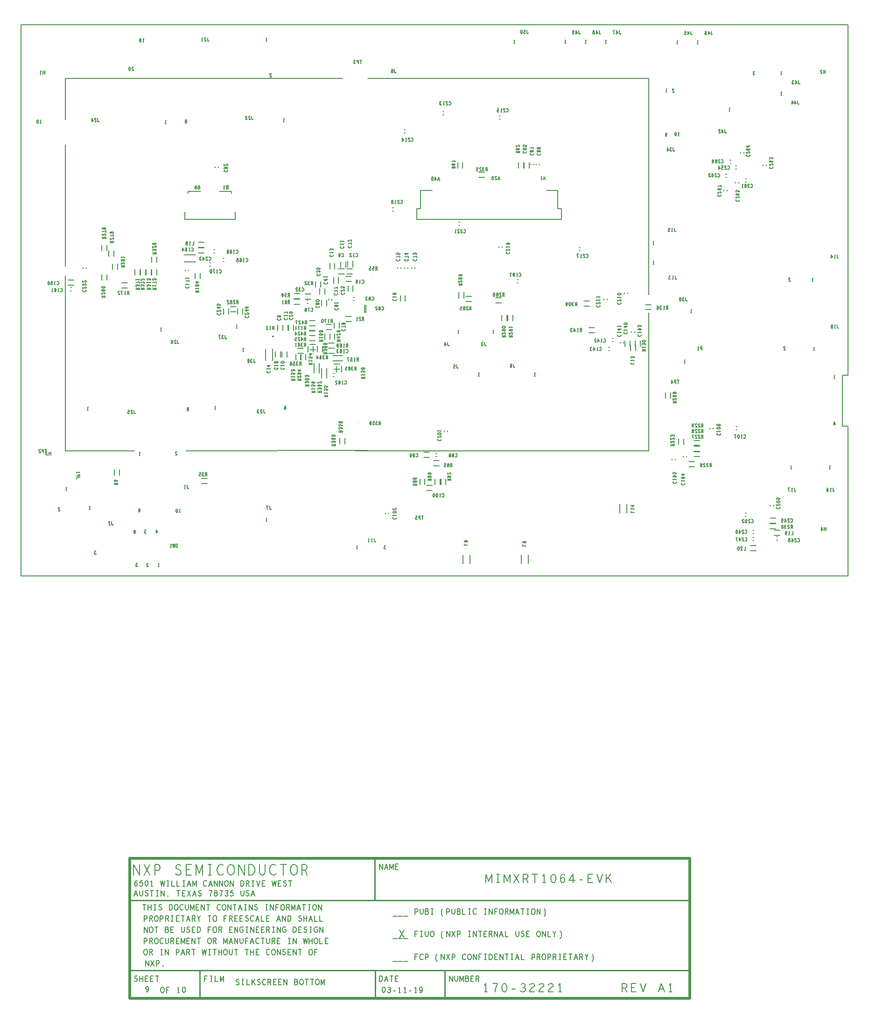
<source format=gbr>
G04 ================== begin FILE IDENTIFICATION RECORD ==================*
G04 Layout Name:  LAY-32221_A1.brd*
G04 Film Name:    SSS*
G04 File Format:  Gerber RS274X*
G04 File Origin:  Cadence Allegro 16.6-2015-S103*
G04 Origin Date:  Mon Mar 11 10:16:27 2019*
G04 *
G04 Layer:  DRAWING FORMAT/FILM_TITLE_BLOCK*
G04 Layer:  REF DES/SILKSCREEN_BOTTOM*
G04 Layer:  PACKAGE GEOMETRY/SILKSCREEN_BOTTOM*
G04 Layer:  BOARD GEOMETRY/OUTLINE*
G04 Layer:  BOARD GEOMETRY/SILKSCREEN_BOTTOM*
G04 *
G04 Offset:    (0.00 0.00)*
G04 Mirror:    No*
G04 Mode:      Positive*
G04 Rotation:  0*
G04 FullContactRelief:  No*
G04 UndefLineWidth:     6.00*
G04 ================== end FILE IDENTIFICATION RECORD ====================*
%FSLAX55Y55*MOIN*%
%IR0*IPPOS*OFA0.00000B0.00000*MIA0B0*SFA1.00000B1.00000*%
%ADD10C,.01*%
%ADD11C,.02*%
%ADD12C,.003*%
%ADD13C,.005*%
%ADD14C,.006*%
%ADD15C,.00591*%
%ADD16C,.00598*%
G75*
%LPD*%
G75*
G36*
G01X180276Y171004D02*
G03I-276J0D01*
G37*
G54D10*
G01X77500Y-281500D02*
X477500D01*
G01X77500Y-251500D02*
Y-231500D01*
X477500D01*
G01X127500Y-301500D02*
Y-281500D01*
G01X253000Y-301500D02*
Y-281500D01*
G01X252500Y-231500D02*
Y-201500D01*
G01X302500Y-301500D02*
Y-281500D01*
G54D11*
G01X77500Y-301500D02*
Y-201500D01*
X477500D01*
G01D02*
Y-301500D01*
X77500D01*
G54D12*
G01X208150Y203600D02*
G03I-150J0D01*
G01X233150Y107000D02*
G03I-150J0D01*
G01X241150Y109500D02*
G03I-150J0D01*
G01X250150Y215000D02*
G03I-150J0D01*
G54D13*
G01X27507Y48533D02*
X27347Y48783D01*
X27160Y48908D01*
X26947Y48950D01*
X26680Y48867D01*
X26493Y48658D01*
X26440Y48408D01*
X26467Y48158D01*
X26573Y47950D01*
X27107Y47533D01*
X27347Y47242D01*
X27507Y46825D01*
X27560Y46450D01*
X26440D01*
G01X17651Y90500D02*
Y88000D01*
G01X18264Y90500D02*
X17038D01*
G01X15984Y88000D02*
Y90500D01*
X15344D01*
X15131Y90375D01*
X14971Y90083D01*
X14918Y89750D01*
X14971Y89417D01*
X15104Y89167D01*
X15344Y89042D01*
X15984D01*
G01X13758Y90083D02*
X13598Y90333D01*
X13411Y90458D01*
X13198Y90500D01*
X12931Y90417D01*
X12744Y90208D01*
X12691Y89958D01*
X12718Y89708D01*
X12824Y89500D01*
X13358Y89083D01*
X13598Y88792D01*
X13758Y88375D01*
X13811Y88000D01*
X12691D01*
G01X21103Y86341D02*
Y88841D01*
G01X19983D02*
Y86341D01*
G01Y87591D02*
X21103D01*
G01X18930Y86841D02*
X18770Y86549D01*
X18556Y86383D01*
X18316Y86341D01*
X18103Y86383D01*
X17890Y86591D01*
X17756Y86841D01*
X17730Y87091D01*
X17783Y87383D01*
X17970Y87591D01*
X18156Y87674D01*
X18396D01*
G01X18156D02*
X17996Y87799D01*
X17863Y88008D01*
X17810Y88258D01*
X17863Y88508D01*
X17996Y88716D01*
X18236Y88841D01*
X18476Y88799D01*
X18716Y88633D01*
G01X28114Y205292D02*
X28274Y205417D01*
X28461Y205500D01*
X28674D01*
X28914Y205375D01*
X29101Y205167D01*
X29234Y204917D01*
X29341Y204500D01*
X29368Y204125D01*
X29314Y203750D01*
X29234Y203500D01*
X29074Y203250D01*
X28888Y203083D01*
X28701Y203000D01*
X28514D01*
X28328Y203083D01*
X28168Y203208D01*
X28034Y203375D01*
G01X26501Y203000D02*
Y205500D01*
X26821Y205000D01*
G01Y203000D02*
X26181D01*
G01X24808Y204042D02*
X24621Y204333D01*
X24461Y204500D01*
X24248Y204583D01*
X24061Y204500D01*
X23928Y204333D01*
X23821Y204083D01*
X23794Y203792D01*
X23821Y203542D01*
X23928Y203292D01*
X24088Y203083D01*
X24274Y203000D01*
X24488Y203083D01*
X24674Y203333D01*
X24781Y203708D01*
X24808Y204125D01*
X24754Y204667D01*
X24674Y204958D01*
X24541Y205250D01*
X24354Y205458D01*
X24168Y205500D01*
X23981Y205417D01*
X23848Y205208D01*
G01X22101Y203000D02*
Y205500D01*
X22421Y205000D01*
G01Y203000D02*
X21781D01*
G01X25688Y210292D02*
X25848Y210417D01*
X26035Y210500D01*
X26248D01*
X26488Y210375D01*
X26675Y210167D01*
X26808Y209917D01*
X26915Y209500D01*
X26942Y209125D01*
X26888Y208750D01*
X26808Y208500D01*
X26648Y208250D01*
X26462Y208083D01*
X26275Y208000D01*
X26088D01*
X25902Y208083D01*
X25742Y208208D01*
X25608Y208375D01*
G01X24075Y208000D02*
Y210500D01*
X24395Y210000D01*
G01Y208000D02*
X23755D01*
G01X22382Y209042D02*
X22195Y209333D01*
X22035Y209500D01*
X21822Y209583D01*
X21635Y209500D01*
X21502Y209333D01*
X21395Y209083D01*
X21368Y208792D01*
X21395Y208542D01*
X21502Y208292D01*
X21662Y208083D01*
X21848Y208000D01*
X22062Y208083D01*
X22248Y208333D01*
X22355Y208708D01*
X22382Y209125D01*
X22328Y209667D01*
X22248Y209958D01*
X22115Y210250D01*
X21928Y210458D01*
X21742Y210500D01*
X21555Y210417D01*
X21422Y210208D01*
G01X19675Y210500D02*
X19888Y210417D01*
X20048Y210208D01*
X20155Y209958D01*
X20235Y209625D01*
X20262Y209250D01*
X20235Y208875D01*
X20155Y208542D01*
X20048Y208292D01*
X19888Y208083D01*
X19675Y208000D01*
X19462Y208083D01*
X19302Y208292D01*
X19195Y208542D01*
X19115Y208875D01*
X19088Y209250D01*
X19115Y209625D01*
X19195Y209958D01*
X19302Y210208D01*
X19462Y210417D01*
X19675Y210500D01*
G01X13929Y323309D02*
Y325809D01*
X14249Y325309D01*
G01Y323309D02*
X13609D01*
G01X11729Y325809D02*
X11942Y325726D01*
X12102Y325517D01*
X12209Y325267D01*
X12289Y324934D01*
X12316Y324559D01*
X12289Y324184D01*
X12209Y323851D01*
X12102Y323601D01*
X11942Y323392D01*
X11729Y323309D01*
X11516Y323392D01*
X11356Y323601D01*
X11249Y323851D01*
X11169Y324184D01*
X11142Y324559D01*
X11169Y324934D01*
X11249Y325267D01*
X11356Y325517D01*
X11516Y325726D01*
X11729Y325809D01*
G01X16761Y358500D02*
Y361000D01*
G01X15641D02*
Y358500D01*
G01Y359750D02*
X16761D01*
G01X14001Y358500D02*
Y361000D01*
X14321Y360500D01*
G01Y358500D02*
X13681D01*
G01X49000Y47450D02*
Y49950D01*
X49320Y49450D01*
G01Y47450D02*
X48680D01*
G01X40000Y69266D02*
X39750Y69399D01*
X39583Y69559D01*
X39500Y69746D01*
X39583Y69959D01*
X39750Y70119D01*
X40000Y70279D01*
X40333Y70332D01*
X42000D01*
G01X39500Y71466D02*
X42000D01*
Y72106D01*
X41875Y72319D01*
X41583Y72479D01*
X41250Y72532D01*
X40917Y72479D01*
X40667Y72346D01*
X40542Y72106D01*
Y71466D01*
G01X39500Y74199D02*
X42000D01*
X41500Y73879D01*
G01X39500D02*
Y74519D01*
G01X32350Y60950D02*
Y63450D01*
X32670Y62950D01*
G01Y60950D02*
X32030D01*
G01X47579Y118259D02*
Y120759D01*
X47899Y120259D01*
G01Y118259D02*
X47259D01*
G01X46292Y204387D02*
X46417Y204227D01*
X46500Y204040D01*
Y203827D01*
X46375Y203587D01*
X46167Y203400D01*
X45917Y203267D01*
X45500Y203160D01*
X45125Y203133D01*
X44750Y203187D01*
X44500Y203267D01*
X44250Y203427D01*
X44083Y203613D01*
X44000Y203800D01*
Y203987D01*
X44083Y204173D01*
X44208Y204333D01*
X44375Y204467D01*
G01X46083Y205493D02*
X46333Y205653D01*
X46458Y205840D01*
X46500Y206053D01*
X46417Y206320D01*
X46208Y206507D01*
X45958Y206560D01*
X45708Y206533D01*
X45500Y206427D01*
X45083Y205893D01*
X44792Y205653D01*
X44375Y205493D01*
X44000Y205440D01*
Y206560D01*
G01X46083Y207693D02*
X46333Y207853D01*
X46458Y208040D01*
X46500Y208253D01*
X46417Y208520D01*
X46208Y208707D01*
X45958Y208760D01*
X45708Y208733D01*
X45500Y208627D01*
X45083Y208093D01*
X44792Y207853D01*
X44375Y207693D01*
X44000Y207640D01*
Y208760D01*
G01X46083Y209893D02*
X46333Y210053D01*
X46458Y210240D01*
X46500Y210453D01*
X46417Y210720D01*
X46208Y210907D01*
X45958Y210960D01*
X45708Y210933D01*
X45500Y210827D01*
X45083Y210293D01*
X44792Y210053D01*
X44375Y209893D01*
X44000Y209840D01*
Y210960D01*
G01X53587Y15950D02*
X53427Y15658D01*
X53213Y15492D01*
X52973Y15450D01*
X52760Y15492D01*
X52547Y15700D01*
X52413Y15950D01*
X52387Y16200D01*
X52440Y16492D01*
X52627Y16700D01*
X52813Y16783D01*
X53053D01*
G01X52813D02*
X52653Y16908D01*
X52520Y17117D01*
X52467Y17367D01*
X52520Y17617D01*
X52653Y17825D01*
X52893Y17950D01*
X53133Y17908D01*
X53373Y17742D01*
G01X65734Y37000D02*
X65601Y36750D01*
X65441Y36583D01*
X65254Y36500D01*
X65041Y36583D01*
X64881Y36750D01*
X64721Y37000D01*
X64668Y37333D01*
Y39000D01*
G01X63508Y38583D02*
X63348Y38833D01*
X63161Y38958D01*
X62948Y39000D01*
X62681Y38917D01*
X62494Y38708D01*
X62441Y38458D01*
X62468Y38208D01*
X62574Y38000D01*
X63108Y37583D01*
X63348Y37292D01*
X63508Y36875D01*
X63561Y36500D01*
X62441D01*
G01X66500Y65368D02*
X69000D01*
Y66034D01*
X68875Y66248D01*
X68708Y66381D01*
X68375Y66434D01*
X68042Y66381D01*
X67833Y66221D01*
X67708Y66034D01*
Y65368D01*
G01Y66034D02*
X66500Y66434D01*
G01X67542Y67594D02*
X67833Y67781D01*
X68000Y67941D01*
X68083Y68154D01*
X68000Y68341D01*
X67833Y68474D01*
X67583Y68581D01*
X67292Y68608D01*
X67042Y68581D01*
X66792Y68474D01*
X66583Y68314D01*
X66500Y68128D01*
X66583Y67914D01*
X66833Y67728D01*
X67208Y67621D01*
X67625Y67594D01*
X68167Y67648D01*
X68458Y67728D01*
X68750Y67861D01*
X68958Y68048D01*
X69000Y68234D01*
X68917Y68421D01*
X68708Y68554D01*
G01X76833Y201000D02*
Y203500D01*
X76167D01*
X75953Y203375D01*
X75820Y203208D01*
X75767Y202875D01*
X75820Y202542D01*
X75980Y202333D01*
X76167Y202208D01*
X76833D01*
G01X76167D02*
X75767Y201000D01*
G01X74100D02*
Y203500D01*
X74420Y203000D01*
G01Y201000D02*
X73780D01*
G01X71953D02*
X71900Y201542D01*
X71820Y202000D01*
X71713Y202417D01*
X71580Y202875D01*
X71367Y203500D01*
X72433D01*
G01X70207Y203083D02*
X70047Y203333D01*
X69860Y203458D01*
X69647Y203500D01*
X69380Y203417D01*
X69193Y203208D01*
X69140Y202958D01*
X69167Y202708D01*
X69273Y202500D01*
X69807Y202083D01*
X70047Y201792D01*
X70207Y201375D01*
X70260Y201000D01*
X69140D01*
G01X57500Y199168D02*
X60000D01*
Y199834D01*
X59875Y200048D01*
X59708Y200181D01*
X59375Y200234D01*
X59042Y200181D01*
X58833Y200021D01*
X58708Y199834D01*
Y199168D01*
G01Y199834D02*
X57500Y200234D01*
G01X59583Y201394D02*
X59833Y201554D01*
X59958Y201741D01*
X60000Y201954D01*
X59917Y202221D01*
X59708Y202408D01*
X59458Y202461D01*
X59208Y202434D01*
X59000Y202328D01*
X58583Y201794D01*
X58292Y201554D01*
X57875Y201394D01*
X57500Y201341D01*
Y202461D01*
G01Y204101D02*
X57542Y204288D01*
X57667Y204501D01*
X57875Y204634D01*
X58167Y204688D01*
X58458Y204634D01*
X58708Y204474D01*
X58833Y204234D01*
Y203968D01*
X58917Y203808D01*
X59125Y203674D01*
X59417Y203621D01*
X59708Y203701D01*
X59917Y203888D01*
X60000Y204101D01*
X59917Y204314D01*
X59708Y204501D01*
X59417Y204581D01*
X59125Y204528D01*
X58917Y204394D01*
X58833Y204234D01*
Y203968D01*
X58708Y203728D01*
X58458Y203568D01*
X58167Y203514D01*
X57875Y203568D01*
X57667Y203701D01*
X57542Y203914D01*
X57500Y204101D01*
G01X60000Y206301D02*
X59917Y206088D01*
X59708Y205928D01*
X59458Y205821D01*
X59125Y205741D01*
X58750Y205714D01*
X58375Y205741D01*
X58042Y205821D01*
X57792Y205928D01*
X57583Y206088D01*
X57500Y206301D01*
X57583Y206514D01*
X57792Y206674D01*
X58042Y206781D01*
X58375Y206861D01*
X58750Y206888D01*
X59125Y206861D01*
X59458Y206781D01*
X59708Y206674D01*
X59917Y206514D01*
X60000Y206301D01*
G01X71500Y220668D02*
X74000D01*
Y221334D01*
X73875Y221548D01*
X73708Y221681D01*
X73375Y221734D01*
X73042Y221681D01*
X72833Y221521D01*
X72708Y221334D01*
Y220668D01*
G01Y221334D02*
X71500Y221734D01*
G01X73583Y222894D02*
X73833Y223054D01*
X73958Y223241D01*
X74000Y223454D01*
X73917Y223721D01*
X73708Y223908D01*
X73458Y223961D01*
X73208Y223934D01*
X73000Y223828D01*
X72583Y223294D01*
X72292Y223054D01*
X71875Y222894D01*
X71500Y222841D01*
Y223961D01*
G01Y225601D02*
X71542Y225788D01*
X71667Y226001D01*
X71875Y226134D01*
X72167Y226188D01*
X72458Y226134D01*
X72708Y225974D01*
X72833Y225734D01*
Y225468D01*
X72917Y225308D01*
X73125Y225174D01*
X73417Y225121D01*
X73708Y225201D01*
X73917Y225388D01*
X74000Y225601D01*
X73917Y225814D01*
X73708Y226001D01*
X73417Y226081D01*
X73125Y226028D01*
X72917Y225894D01*
X72833Y225734D01*
Y225468D01*
X72708Y225228D01*
X72458Y225068D01*
X72167Y225014D01*
X71875Y225068D01*
X71667Y225201D01*
X71542Y225414D01*
X71500Y225601D01*
G01Y227801D02*
X74000D01*
X73500Y227481D01*
G01X71500D02*
Y228121D01*
G01X58000Y241167D02*
X60500D01*
Y241833D01*
X60375Y242047D01*
X60208Y242180D01*
X59875Y242233D01*
X59542Y242180D01*
X59333Y242020D01*
X59208Y241833D01*
Y241167D01*
G01Y241833D02*
X58000Y242233D01*
G01X60083Y243393D02*
X60333Y243553D01*
X60458Y243740D01*
X60500Y243953D01*
X60417Y244220D01*
X60208Y244407D01*
X59958Y244460D01*
X59708Y244433D01*
X59500Y244327D01*
X59083Y243793D01*
X58792Y243553D01*
X58375Y243393D01*
X58000Y243340D01*
Y244460D01*
G01Y246047D02*
X58542Y246100D01*
X59000Y246180D01*
X59417Y246287D01*
X59875Y246420D01*
X60500Y246633D01*
Y245567D01*
G01X58000Y248300D02*
X58042Y248487D01*
X58167Y248700D01*
X58375Y248833D01*
X58667Y248887D01*
X58958Y248833D01*
X59208Y248673D01*
X59333Y248433D01*
Y248167D01*
X59417Y248007D01*
X59625Y247873D01*
X59917Y247820D01*
X60208Y247900D01*
X60417Y248087D01*
X60500Y248300D01*
X60417Y248513D01*
X60208Y248700D01*
X59917Y248780D01*
X59625Y248727D01*
X59417Y248593D01*
X59333Y248433D01*
Y248167D01*
X59208Y247927D01*
X58958Y247767D01*
X58667Y247713D01*
X58375Y247767D01*
X58167Y247900D01*
X58042Y248113D01*
X58000Y248300D01*
G01X63500Y238167D02*
X66000D01*
Y238833D01*
X65875Y239047D01*
X65708Y239180D01*
X65375Y239233D01*
X65042Y239180D01*
X64833Y239020D01*
X64708Y238833D01*
Y238167D01*
G01Y238833D02*
X63500Y239233D01*
G01X65583Y240393D02*
X65833Y240553D01*
X65958Y240740D01*
X66000Y240953D01*
X65917Y241220D01*
X65708Y241407D01*
X65458Y241460D01*
X65208Y241433D01*
X65000Y241327D01*
X64583Y240793D01*
X64292Y240553D01*
X63875Y240393D01*
X63500Y240340D01*
Y241460D01*
G01Y243047D02*
X64042Y243100D01*
X64500Y243180D01*
X64917Y243287D01*
X65375Y243420D01*
X66000Y243633D01*
Y242567D01*
G01X63792Y244847D02*
X63583Y245033D01*
X63500Y245247D01*
X63583Y245460D01*
X63833Y245647D01*
X64208Y245780D01*
X64583Y245833D01*
X65042D01*
X65417Y245780D01*
X65750Y245647D01*
X65917Y245487D01*
X66000Y245300D01*
X65917Y245087D01*
X65750Y244927D01*
X65500Y244820D01*
X65167Y244767D01*
X64875Y244820D01*
X64583Y244953D01*
X64417Y245113D01*
X64375Y245300D01*
X64458Y245513D01*
X64667Y245673D01*
X65042Y245833D01*
G01X55733Y325000D02*
X55600Y324750D01*
X55440Y324583D01*
X55253Y324500D01*
X55040Y324583D01*
X54880Y324750D01*
X54720Y325000D01*
X54667Y325333D01*
Y327000D01*
G01X53507Y326583D02*
X53347Y326833D01*
X53160Y326958D01*
X52947Y327000D01*
X52680Y326917D01*
X52493Y326708D01*
X52440Y326458D01*
X52467Y326208D01*
X52573Y326000D01*
X53107Y325583D01*
X53347Y325292D01*
X53507Y324875D01*
X53560Y324500D01*
X52440D01*
G01X50480D02*
Y327000D01*
X51467Y325208D01*
X50133D01*
G01X83221Y7278D02*
X83061Y6986D01*
X82847Y6820D01*
X82607Y6778D01*
X82394Y6820D01*
X82181Y7028D01*
X82047Y7278D01*
X82021Y7528D01*
X82074Y7820D01*
X82261Y8028D01*
X82447Y8111D01*
X82687D01*
G01X82447D02*
X82287Y8236D01*
X82154Y8445D01*
X82101Y8695D01*
X82154Y8945D01*
X82287Y9153D01*
X82527Y9278D01*
X82767Y9236D01*
X83007Y9070D01*
G01X90599Y8776D02*
X90439Y9026D01*
X90252Y9151D01*
X90039Y9193D01*
X89772Y9110D01*
X89585Y8901D01*
X89532Y8651D01*
X89559Y8401D01*
X89665Y8193D01*
X90199Y7776D01*
X90439Y7485D01*
X90599Y7068D01*
X90652Y6693D01*
X89532D01*
G01X84903Y45992D02*
X84717Y45783D01*
X84503Y45700D01*
X84290Y45783D01*
X84103Y46033D01*
X83970Y46408D01*
X83917Y46783D01*
Y47242D01*
X83970Y47617D01*
X84103Y47950D01*
X84263Y48117D01*
X84450Y48200D01*
X84663Y48117D01*
X84823Y47950D01*
X84930Y47700D01*
X84983Y47367D01*
X84930Y47075D01*
X84797Y46783D01*
X84637Y46617D01*
X84450Y46575D01*
X84237Y46658D01*
X84077Y46867D01*
X83917Y47242D01*
G01X81495Y31488D02*
X81308Y31779D01*
X81148Y31946D01*
X80935Y32029D01*
X80748Y31946D01*
X80615Y31779D01*
X80508Y31529D01*
X80481Y31238D01*
X80508Y30988D01*
X80615Y30738D01*
X80775Y30529D01*
X80961Y30446D01*
X81175Y30529D01*
X81361Y30779D01*
X81468Y31154D01*
X81495Y31571D01*
X81441Y32113D01*
X81361Y32404D01*
X81228Y32696D01*
X81041Y32904D01*
X80855Y32946D01*
X80668Y32863D01*
X80535Y32654D01*
G01X89259Y30851D02*
X89099Y30643D01*
X88912Y30518D01*
X88672Y30476D01*
X88432Y30559D01*
X88245Y30726D01*
X88112Y31018D01*
X88085Y31351D01*
X88139Y31684D01*
X88272Y31893D01*
X88459Y32059D01*
X88645Y32101D01*
X88832Y32059D01*
X89072Y31893D01*
X88992Y32976D01*
X88272D01*
G01X84700Y86150D02*
Y88650D01*
X85020Y88150D01*
G01Y86150D02*
X84380D01*
G01X81733Y116500D02*
X81600Y116250D01*
X81440Y116083D01*
X81253Y116000D01*
X81040Y116083D01*
X80880Y116250D01*
X80720Y116500D01*
X80667Y116833D01*
Y118500D01*
G01X79507Y118083D02*
X79347Y118333D01*
X79160Y118458D01*
X78947Y118500D01*
X78680Y118417D01*
X78493Y118208D01*
X78440Y117958D01*
X78467Y117708D01*
X78573Y117500D01*
X79107Y117083D01*
X79347Y116792D01*
X79507Y116375D01*
X79560Y116000D01*
X78440D01*
G01X77387Y116375D02*
X77227Y116167D01*
X77040Y116042D01*
X76800Y116000D01*
X76560Y116083D01*
X76373Y116250D01*
X76240Y116542D01*
X76213Y116875D01*
X76267Y117208D01*
X76400Y117417D01*
X76587Y117583D01*
X76773Y117625D01*
X76960Y117583D01*
X77200Y117417D01*
X77120Y118500D01*
X76400D01*
G01X94000Y204667D02*
X96500D01*
Y205333D01*
X96375Y205547D01*
X96208Y205680D01*
X95875Y205733D01*
X95542Y205680D01*
X95333Y205520D01*
X95208Y205333D01*
Y204667D01*
G01Y205333D02*
X94000Y205733D01*
G01Y207400D02*
X96500D01*
X96000Y207080D01*
G01X94000D02*
Y207720D01*
G01Y209547D02*
X94542Y209600D01*
X95000Y209680D01*
X95417Y209787D01*
X95875Y209920D01*
X96500Y210133D01*
Y209067D01*
G01X94500Y211213D02*
X94208Y211373D01*
X94042Y211587D01*
X94000Y211827D01*
X94042Y212040D01*
X94250Y212253D01*
X94500Y212387D01*
X94750Y212413D01*
X95042Y212360D01*
X95250Y212173D01*
X95333Y211987D01*
Y211747D01*
G01Y211987D02*
X95458Y212147D01*
X95667Y212280D01*
X95917Y212333D01*
X96167Y212280D01*
X96375Y212147D01*
X96500Y211907D01*
X96458Y211667D01*
X96292Y211427D01*
G01X90000Y204667D02*
X92500D01*
Y205333D01*
X92375Y205547D01*
X92208Y205680D01*
X91875Y205733D01*
X91542Y205680D01*
X91333Y205520D01*
X91208Y205333D01*
Y204667D01*
G01Y205333D02*
X90000Y205733D01*
G01X90500Y206813D02*
X90208Y206973D01*
X90042Y207187D01*
X90000Y207427D01*
X90042Y207640D01*
X90250Y207853D01*
X90500Y207987D01*
X90750Y208013D01*
X91042Y207960D01*
X91250Y207773D01*
X91333Y207587D01*
Y207347D01*
G01Y207587D02*
X91458Y207747D01*
X91667Y207880D01*
X91917Y207933D01*
X92167Y207880D01*
X92375Y207747D01*
X92500Y207507D01*
X92458Y207267D01*
X92292Y207027D01*
G01X90000Y209600D02*
X92500D01*
X92000Y209280D01*
G01X90000D02*
Y209920D01*
G01X90500Y211213D02*
X90208Y211373D01*
X90042Y211587D01*
X90000Y211827D01*
X90042Y212040D01*
X90250Y212253D01*
X90500Y212387D01*
X90750Y212413D01*
X91042Y212360D01*
X91250Y212173D01*
X91333Y211987D01*
Y211747D01*
G01Y211987D02*
X91458Y212147D01*
X91667Y212280D01*
X91917Y212333D01*
X92167Y212280D01*
X92375Y212147D01*
X92500Y211907D01*
X92458Y211667D01*
X92292Y211427D01*
G01X82000Y204667D02*
X84500D01*
Y205333D01*
X84375Y205547D01*
X84208Y205680D01*
X83875Y205733D01*
X83542Y205680D01*
X83333Y205520D01*
X83208Y205333D01*
Y204667D01*
G01Y205333D02*
X82000Y205733D01*
G01X82500Y206813D02*
X82208Y206973D01*
X82042Y207187D01*
X82000Y207427D01*
X82042Y207640D01*
X82250Y207853D01*
X82500Y207987D01*
X82750Y208013D01*
X83042Y207960D01*
X83250Y207773D01*
X83333Y207587D01*
Y207347D01*
G01Y207587D02*
X83458Y207747D01*
X83667Y207880D01*
X83917Y207933D01*
X84167Y207880D01*
X84375Y207747D01*
X84500Y207507D01*
X84458Y207267D01*
X84292Y207027D01*
G01X82000Y209547D02*
X82542Y209600D01*
X83000Y209680D01*
X83417Y209787D01*
X83875Y209920D01*
X84500Y210133D01*
Y209067D01*
G01X82000Y211800D02*
X84500D01*
X84000Y211480D01*
G01X82000D02*
Y212120D01*
G01X85500Y204667D02*
X88000D01*
Y205333D01*
X87875Y205547D01*
X87708Y205680D01*
X87375Y205733D01*
X87042Y205680D01*
X86833Y205520D01*
X86708Y205333D01*
Y204667D01*
G01Y205333D02*
X85500Y205733D01*
G01X86000Y206813D02*
X85708Y206973D01*
X85542Y207187D01*
X85500Y207427D01*
X85542Y207640D01*
X85750Y207853D01*
X86000Y207987D01*
X86250Y208013D01*
X86542Y207960D01*
X86750Y207773D01*
X86833Y207587D01*
Y207347D01*
G01Y207587D02*
X86958Y207747D01*
X87167Y207880D01*
X87417Y207933D01*
X87667Y207880D01*
X87875Y207747D01*
X88000Y207507D01*
X87958Y207267D01*
X87792Y207027D01*
G01X85500Y209547D02*
X86042Y209600D01*
X86500Y209680D01*
X86917Y209787D01*
X87375Y209920D01*
X88000Y210133D01*
Y209067D01*
G01X87583Y211293D02*
X87833Y211453D01*
X87958Y211640D01*
X88000Y211853D01*
X87917Y212120D01*
X87708Y212307D01*
X87458Y212360D01*
X87208Y212333D01*
X87000Y212227D01*
X86583Y211693D01*
X86292Y211453D01*
X85875Y211293D01*
X85500Y211240D01*
Y212360D01*
G01X94000Y230167D02*
X96500D01*
Y230833D01*
X96375Y231047D01*
X96208Y231180D01*
X95875Y231233D01*
X95542Y231180D01*
X95333Y231020D01*
X95208Y230833D01*
Y230167D01*
G01Y230833D02*
X94000Y231233D01*
G01X94500Y232313D02*
X94208Y232473D01*
X94042Y232687D01*
X94000Y232927D01*
X94042Y233140D01*
X94250Y233353D01*
X94500Y233487D01*
X94750Y233513D01*
X95042Y233460D01*
X95250Y233273D01*
X95333Y233087D01*
Y232847D01*
G01Y233087D02*
X95458Y233247D01*
X95667Y233380D01*
X95917Y233433D01*
X96167Y233380D01*
X96375Y233247D01*
X96500Y233007D01*
X96458Y232767D01*
X96292Y232527D01*
G01X96083Y234593D02*
X96333Y234753D01*
X96458Y234940D01*
X96500Y235153D01*
X96417Y235420D01*
X96208Y235607D01*
X95958Y235660D01*
X95708Y235633D01*
X95500Y235527D01*
X95083Y234993D01*
X94792Y234753D01*
X94375Y234593D01*
X94000Y234540D01*
Y235660D01*
G01X96500Y237300D02*
X96417Y237087D01*
X96208Y236927D01*
X95958Y236820D01*
X95625Y236740D01*
X95250Y236713D01*
X94875Y236740D01*
X94542Y236820D01*
X94292Y236927D01*
X94083Y237087D01*
X94000Y237300D01*
X94083Y237513D01*
X94292Y237673D01*
X94542Y237780D01*
X94875Y237860D01*
X95250Y237887D01*
X95625Y237860D01*
X95958Y237780D01*
X96208Y237673D01*
X96417Y237513D01*
X96500Y237300D01*
G01X80208Y363083D02*
X80048Y363333D01*
X79861Y363458D01*
X79648Y363500D01*
X79381Y363417D01*
X79194Y363208D01*
X79141Y362958D01*
X79168Y362708D01*
X79274Y362500D01*
X79808Y362083D01*
X80048Y361792D01*
X80208Y361375D01*
X80261Y361000D01*
X79141D01*
G01X77501Y363500D02*
X77714Y363417D01*
X77874Y363208D01*
X77981Y362958D01*
X78061Y362625D01*
X78088Y362250D01*
X78061Y361875D01*
X77981Y361542D01*
X77874Y361292D01*
X77714Y361083D01*
X77501Y361000D01*
X77288Y361083D01*
X77128Y361292D01*
X77021Y361542D01*
X76941Y361875D01*
X76914Y362250D01*
X76941Y362625D01*
X77021Y362958D01*
X77128Y363208D01*
X77288Y363417D01*
X77501Y363500D01*
G01X87400Y381450D02*
Y383950D01*
X87720Y383450D01*
G01Y381450D02*
X87080D01*
G01X85653Y381742D02*
X85467Y381533D01*
X85253Y381450D01*
X85040Y381533D01*
X84853Y381783D01*
X84720Y382158D01*
X84667Y382533D01*
Y382992D01*
X84720Y383367D01*
X84853Y383700D01*
X85013Y383867D01*
X85200Y383950D01*
X85413Y383867D01*
X85573Y383700D01*
X85680Y383450D01*
X85733Y383117D01*
X85680Y382825D01*
X85547Y382533D01*
X85387Y382367D01*
X85200Y382325D01*
X84987Y382408D01*
X84827Y382617D01*
X84667Y382992D01*
G01X98275Y6740D02*
Y9240D01*
X98595Y8740D01*
G01Y6740D02*
X97955D01*
G01X111760Y20833D02*
X111547Y20625D01*
X111307Y20500D01*
X111093D01*
X110880Y20625D01*
X110720Y20833D01*
X110640Y21125D01*
X110693Y21417D01*
X110827Y21667D01*
X111067Y21833D01*
X111387Y21917D01*
X111573Y22083D01*
X111653Y22375D01*
X111600Y22667D01*
X111467Y22875D01*
X111280Y23000D01*
X111093D01*
X110907Y22917D01*
X110747Y22708D01*
G01X109800Y23000D02*
X109427Y20500D01*
X109000Y23000D01*
X108573Y20500D01*
X108200Y23000D01*
G01X106800Y20500D02*
Y23000D01*
X107120Y22500D01*
G01Y20500D02*
X106480D01*
G01X113350Y45400D02*
Y47900D01*
X113670Y47400D01*
G01Y45400D02*
X113030D01*
G01X111150Y47900D02*
X111363Y47817D01*
X111523Y47608D01*
X111630Y47358D01*
X111710Y47025D01*
X111737Y46650D01*
X111710Y46275D01*
X111630Y45942D01*
X111523Y45692D01*
X111363Y45483D01*
X111150Y45400D01*
X110937Y45483D01*
X110777Y45692D01*
X110670Y45942D01*
X110590Y46275D01*
X110563Y46650D01*
X110590Y47025D01*
X110670Y47358D01*
X110777Y47608D01*
X110937Y47817D01*
X111150Y47900D01*
G01X96657Y30697D02*
Y33197D01*
X97644Y31405D01*
X96310D01*
G01X119633Y63000D02*
X119500Y62750D01*
X119340Y62583D01*
X119153Y62500D01*
X118940Y62583D01*
X118780Y62750D01*
X118620Y63000D01*
X118567Y63333D01*
Y65000D01*
G01X116900Y62500D02*
Y65000D01*
X117220Y64500D01*
G01Y62500D02*
X116580D01*
G01X111157Y88433D02*
X110997Y88683D01*
X110810Y88808D01*
X110597Y88850D01*
X110330Y88767D01*
X110143Y88558D01*
X110090Y88308D01*
X110117Y88058D01*
X110223Y87850D01*
X110757Y87433D01*
X110997Y87142D01*
X111157Y86725D01*
X111210Y86350D01*
X110090D01*
G01X100000Y175000D02*
Y177500D01*
X100320Y177000D01*
G01Y175000D02*
X99680D01*
G01X112733Y166500D02*
X112600Y166250D01*
X112440Y166083D01*
X112253Y166000D01*
X112040Y166083D01*
X111880Y166250D01*
X111720Y166500D01*
X111667Y166833D01*
Y168500D01*
G01X110507Y168083D02*
X110347Y168333D01*
X110160Y168458D01*
X109947Y168500D01*
X109680Y168417D01*
X109493Y168208D01*
X109440Y167958D01*
X109467Y167708D01*
X109573Y167500D01*
X110107Y167083D01*
X110347Y166792D01*
X110507Y166375D01*
X110560Y166000D01*
X109440D01*
G01X108307Y167042D02*
X108120Y167333D01*
X107960Y167500D01*
X107747Y167583D01*
X107560Y167500D01*
X107427Y167333D01*
X107320Y167083D01*
X107293Y166792D01*
X107320Y166542D01*
X107427Y166292D01*
X107587Y166083D01*
X107773Y166000D01*
X107987Y166083D01*
X108173Y166333D01*
X108280Y166708D01*
X108307Y167125D01*
X108253Y167667D01*
X108173Y167958D01*
X108040Y168250D01*
X107853Y168458D01*
X107667Y168500D01*
X107480Y168417D01*
X107347Y168208D01*
G01X121713Y234292D02*
X121873Y234417D01*
X122060Y234500D01*
X122273D01*
X122513Y234375D01*
X122700Y234167D01*
X122833Y233917D01*
X122940Y233500D01*
X122967Y233125D01*
X122913Y232750D01*
X122833Y232500D01*
X122673Y232250D01*
X122487Y232083D01*
X122300Y232000D01*
X122113D01*
X121927Y232083D01*
X121767Y232208D01*
X121633Y232375D01*
G01X120100Y232000D02*
Y234500D01*
X120420Y234000D01*
G01Y232000D02*
X119780D01*
G01X118407Y233042D02*
X118220Y233333D01*
X118060Y233500D01*
X117847Y233583D01*
X117660Y233500D01*
X117527Y233333D01*
X117420Y233083D01*
X117393Y232792D01*
X117420Y232542D01*
X117527Y232292D01*
X117687Y232083D01*
X117873Y232000D01*
X118087Y232083D01*
X118273Y232333D01*
X118380Y232708D01*
X118407Y233125D01*
X118353Y233667D01*
X118273Y233958D01*
X118140Y234250D01*
X117953Y234458D01*
X117767Y234500D01*
X117580Y234417D01*
X117447Y234208D01*
G01X115380Y232000D02*
Y234500D01*
X116367Y232708D01*
X115033D01*
G01X103200Y323000D02*
Y325500D01*
X103520Y325000D01*
G01Y323000D02*
X102880D01*
G01X132733Y71500D02*
Y74000D01*
X132067D01*
X131853Y73875D01*
X131720Y73708D01*
X131667Y73375D01*
X131720Y73042D01*
X131880Y72833D01*
X132067Y72708D01*
X132733D01*
G01X132067D02*
X131667Y71500D01*
G01X130587Y72000D02*
X130427Y71708D01*
X130213Y71542D01*
X129973Y71500D01*
X129760Y71542D01*
X129547Y71750D01*
X129413Y72000D01*
X129387Y72250D01*
X129440Y72542D01*
X129627Y72750D01*
X129813Y72833D01*
X130053D01*
G01X129813D02*
X129653Y72958D01*
X129520Y73167D01*
X129467Y73417D01*
X129520Y73667D01*
X129653Y73875D01*
X129893Y74000D01*
X130133Y73958D01*
X130373Y73792D01*
G01X128387Y71875D02*
X128227Y71667D01*
X128040Y71542D01*
X127800Y71500D01*
X127560Y71583D01*
X127373Y71750D01*
X127240Y72042D01*
X127213Y72375D01*
X127267Y72708D01*
X127400Y72917D01*
X127587Y73083D01*
X127773Y73125D01*
X127960Y73083D01*
X128200Y72917D01*
X128120Y74000D01*
X127400D01*
G01X138459Y118959D02*
Y121459D01*
X138779Y120959D01*
G01Y118959D02*
X138139D01*
G01X119200Y118000D02*
X119013Y118042D01*
X118800Y118167D01*
X118667Y118375D01*
X118613Y118667D01*
X118667Y118958D01*
X118827Y119208D01*
X119067Y119333D01*
X119333D01*
X119493Y119417D01*
X119627Y119625D01*
X119680Y119917D01*
X119600Y120208D01*
X119413Y120417D01*
X119200Y120500D01*
X118987Y120417D01*
X118800Y120208D01*
X118720Y119917D01*
X118773Y119625D01*
X118907Y119417D01*
X119067Y119333D01*
X119333D01*
X119573Y119208D01*
X119733Y118958D01*
X119787Y118667D01*
X119733Y118375D01*
X119600Y118167D01*
X119387Y118042D01*
X119200Y118000D01*
G01X124500Y202668D02*
X127000D01*
Y203334D01*
X126875Y203548D01*
X126708Y203681D01*
X126375Y203734D01*
X126042Y203681D01*
X125833Y203521D01*
X125708Y203334D01*
Y202668D01*
G01Y203334D02*
X124500Y203734D01*
G01Y205401D02*
X127000D01*
X126500Y205081D01*
G01X124500D02*
Y205721D01*
G01Y207601D02*
X124542Y207788D01*
X124667Y208001D01*
X124875Y208134D01*
X125167Y208188D01*
X125458Y208134D01*
X125708Y207974D01*
X125833Y207734D01*
Y207468D01*
X125917Y207308D01*
X126125Y207174D01*
X126417Y207121D01*
X126708Y207201D01*
X126917Y207388D01*
X127000Y207601D01*
X126917Y207814D01*
X126708Y208001D01*
X126417Y208081D01*
X126125Y208028D01*
X125917Y207894D01*
X125833Y207734D01*
Y207468D01*
X125708Y207228D01*
X125458Y207068D01*
X125167Y207014D01*
X124875Y207068D01*
X124667Y207201D01*
X124542Y207414D01*
X124500Y207601D01*
G01Y210121D02*
X127000D01*
X125208Y209134D01*
Y210468D01*
G01X141615Y218792D02*
X141775Y218917D01*
X141962Y219000D01*
X142175D01*
X142415Y218875D01*
X142602Y218667D01*
X142735Y218417D01*
X142842Y218000D01*
X142869Y217625D01*
X142815Y217250D01*
X142735Y217000D01*
X142575Y216750D01*
X142389Y216583D01*
X142202Y216500D01*
X142015D01*
X141829Y216583D01*
X141669Y216708D01*
X141535Y216875D01*
G01X140002Y216500D02*
Y219000D01*
X140322Y218500D01*
G01Y216500D02*
X139682D01*
G01X137855D02*
X137802Y217042D01*
X137722Y217500D01*
X137615Y217917D01*
X137482Y218375D01*
X137269Y219000D01*
X138335D01*
G01X135602D02*
X135815Y218917D01*
X135975Y218708D01*
X136082Y218458D01*
X136162Y218125D01*
X136189Y217750D01*
X136162Y217375D01*
X136082Y217042D01*
X135975Y216792D01*
X135815Y216583D01*
X135602Y216500D01*
X135389Y216583D01*
X135229Y216792D01*
X135122Y217042D01*
X135042Y217375D01*
X135015Y217750D01*
X135042Y218125D01*
X135122Y218458D01*
X135229Y218708D01*
X135389Y218917D01*
X135602Y219000D01*
G01X119792Y206886D02*
X119917Y206726D01*
X120000Y206539D01*
Y206326D01*
X119875Y206086D01*
X119667Y205899D01*
X119417Y205766D01*
X119000Y205659D01*
X118625Y205632D01*
X118250Y205686D01*
X118000Y205766D01*
X117750Y205926D01*
X117583Y206112D01*
X117500Y206299D01*
Y206486D01*
X117583Y206672D01*
X117708Y206832D01*
X117875Y206966D01*
G01X117500Y208499D02*
X120000D01*
X119500Y208179D01*
G01X117500D02*
Y208819D01*
G01Y210646D02*
X118042Y210699D01*
X118500Y210779D01*
X118917Y210886D01*
X119375Y211019D01*
X120000Y211232D01*
Y210166D01*
G01X117500Y212899D02*
X120000D01*
X119500Y212579D01*
G01X117500D02*
Y213219D01*
G01X134213Y227792D02*
X134373Y227917D01*
X134560Y228000D01*
X134773D01*
X135013Y227875D01*
X135200Y227667D01*
X135333Y227417D01*
X135440Y227000D01*
X135467Y226625D01*
X135413Y226250D01*
X135333Y226000D01*
X135173Y225750D01*
X134987Y225583D01*
X134800Y225500D01*
X134613D01*
X134427Y225583D01*
X134267Y225708D01*
X134133Y225875D01*
G01X133107Y227583D02*
X132947Y227833D01*
X132760Y227958D01*
X132547Y228000D01*
X132280Y227917D01*
X132093Y227708D01*
X132040Y227458D01*
X132067Y227208D01*
X132173Y227000D01*
X132707Y226583D01*
X132947Y226292D01*
X133107Y225875D01*
X133160Y225500D01*
X132040D01*
G01X130080D02*
Y228000D01*
X131067Y226208D01*
X129733D01*
G01X128787Y226000D02*
X128627Y225708D01*
X128413Y225542D01*
X128173Y225500D01*
X127960Y225542D01*
X127747Y225750D01*
X127613Y226000D01*
X127587Y226250D01*
X127640Y226542D01*
X127827Y226750D01*
X128013Y226833D01*
X128253D01*
G01X128013D02*
X127853Y226958D01*
X127720Y227167D01*
X127667Y227417D01*
X127720Y227667D01*
X127853Y227875D01*
X128093Y228000D01*
X128333Y227958D01*
X128573Y227792D01*
G01X123233Y239000D02*
Y236500D01*
X122167D01*
G01X120500D02*
Y239000D01*
X120820Y238500D01*
G01Y236500D02*
X120180D01*
G01X118300D02*
X118113Y236542D01*
X117900Y236667D01*
X117767Y236875D01*
X117713Y237167D01*
X117767Y237458D01*
X117927Y237708D01*
X118167Y237833D01*
X118433D01*
X118593Y237917D01*
X118727Y238125D01*
X118780Y238417D01*
X118700Y238708D01*
X118513Y238917D01*
X118300Y239000D01*
X118087Y238917D01*
X117900Y238708D01*
X117820Y238417D01*
X117873Y238125D01*
X118007Y237917D01*
X118167Y237833D01*
X118433D01*
X118673Y237708D01*
X118833Y237458D01*
X118887Y237167D01*
X118833Y236875D01*
X118700Y236667D01*
X118487Y236542D01*
X118300Y236500D01*
G01X126746Y277672D02*
X126639Y277797D01*
X126559Y278006D01*
X126506Y278297D01*
X126559Y278547D01*
X126666Y278714D01*
X126852Y278839D01*
X127572D01*
Y276339D01*
X126692D01*
X126506Y276506D01*
X126399Y276756D01*
X126346Y277047D01*
X126399Y277339D01*
X126559Y277589D01*
X126746Y277672D01*
X127572D01*
G01X125266Y277381D02*
X125079Y277672D01*
X124919Y277839D01*
X124706Y277922D01*
X124519Y277839D01*
X124386Y277672D01*
X124279Y277422D01*
X124252Y277131D01*
X124279Y276881D01*
X124386Y276631D01*
X124546Y276422D01*
X124732Y276339D01*
X124946Y276422D01*
X125132Y276672D01*
X125239Y277047D01*
X125266Y277464D01*
X125212Y278006D01*
X125132Y278297D01*
X124999Y278589D01*
X124812Y278797D01*
X124626Y278839D01*
X124439Y278756D01*
X124306Y278547D01*
G01X117700Y323500D02*
X117513Y323542D01*
X117300Y323667D01*
X117167Y323875D01*
X117113Y324167D01*
X117167Y324458D01*
X117327Y324708D01*
X117567Y324833D01*
X117833D01*
X117993Y324917D01*
X118127Y325125D01*
X118180Y325417D01*
X118100Y325708D01*
X117913Y325917D01*
X117700Y326000D01*
X117487Y325917D01*
X117300Y325708D01*
X117220Y325417D01*
X117273Y325125D01*
X117407Y324917D01*
X117567Y324833D01*
X117833D01*
X118073Y324708D01*
X118233Y324458D01*
X118287Y324167D01*
X118233Y323875D01*
X118100Y323667D01*
X117887Y323542D01*
X117700Y323500D01*
G01X134234Y382500D02*
X134101Y382250D01*
X133941Y382083D01*
X133754Y382000D01*
X133541Y382083D01*
X133381Y382250D01*
X133221Y382500D01*
X133168Y382833D01*
Y384500D01*
G01X132008Y384083D02*
X131848Y384333D01*
X131661Y384458D01*
X131448Y384500D01*
X131181Y384417D01*
X130994Y384208D01*
X130941Y383958D01*
X130968Y383708D01*
X131074Y383500D01*
X131608Y383083D01*
X131848Y382792D01*
X132008Y382375D01*
X132061Y382000D01*
X130941D01*
G01X129301D02*
Y384500D01*
X129621Y384000D01*
G01Y382000D02*
X128981D01*
G01X158500Y160500D02*
Y163000D01*
X158820Y162500D01*
G01Y160500D02*
X158180D01*
G01X154000Y177000D02*
Y179500D01*
X154320Y179000D01*
G01Y177000D02*
X153680D01*
G01X146733Y170000D02*
X146600Y169750D01*
X146440Y169583D01*
X146253Y169500D01*
X146040Y169583D01*
X145880Y169750D01*
X145720Y170000D01*
X145667Y170333D01*
Y172000D01*
G01X144587Y170000D02*
X144427Y169708D01*
X144213Y169542D01*
X143973Y169500D01*
X143760Y169542D01*
X143547Y169750D01*
X143413Y170000D01*
X143387Y170250D01*
X143440Y170542D01*
X143627Y170750D01*
X143813Y170833D01*
X144053D01*
G01X143813D02*
X143653Y170958D01*
X143520Y171167D01*
X143467Y171417D01*
X143520Y171667D01*
X143653Y171875D01*
X143893Y172000D01*
X144133Y171958D01*
X144373Y171792D01*
G01X141853Y169500D02*
X141800Y170042D01*
X141720Y170500D01*
X141613Y170917D01*
X141480Y171375D01*
X141267Y172000D01*
X142333D01*
G01X154833Y194500D02*
Y197000D01*
X154167D01*
X153953Y196875D01*
X153820Y196708D01*
X153767Y196375D01*
X153820Y196042D01*
X153980Y195833D01*
X154167Y195708D01*
X154833D01*
G01X154167D02*
X153767Y194500D01*
G01X152607Y196583D02*
X152447Y196833D01*
X152260Y196958D01*
X152047Y197000D01*
X151780Y196917D01*
X151593Y196708D01*
X151540Y196458D01*
X151567Y196208D01*
X151673Y196000D01*
X152207Y195583D01*
X152447Y195292D01*
X152607Y194875D01*
X152660Y194500D01*
X151540D01*
G01X149900D02*
X149713Y194542D01*
X149500Y194667D01*
X149367Y194875D01*
X149313Y195167D01*
X149367Y195458D01*
X149527Y195708D01*
X149767Y195833D01*
X150033D01*
X150193Y195917D01*
X150327Y196125D01*
X150380Y196417D01*
X150300Y196708D01*
X150113Y196917D01*
X149900Y197000D01*
X149687Y196917D01*
X149500Y196708D01*
X149420Y196417D01*
X149473Y196125D01*
X149607Y195917D01*
X149767Y195833D01*
X150033D01*
X150273Y195708D01*
X150433Y195458D01*
X150487Y195167D01*
X150433Y194875D01*
X150300Y194667D01*
X150087Y194542D01*
X149900Y194500D01*
G01X148207Y196583D02*
X148047Y196833D01*
X147860Y196958D01*
X147647Y197000D01*
X147380Y196917D01*
X147193Y196708D01*
X147140Y196458D01*
X147167Y196208D01*
X147273Y196000D01*
X147807Y195583D01*
X148047Y195292D01*
X148207Y194875D01*
X148260Y194500D01*
X147140D01*
G01X162292Y185787D02*
X162417Y185627D01*
X162500Y185440D01*
Y185227D01*
X162375Y184987D01*
X162167Y184800D01*
X161917Y184667D01*
X161500Y184560D01*
X161125Y184533D01*
X160750Y184587D01*
X160500Y184667D01*
X160250Y184827D01*
X160083Y185013D01*
X160000Y185200D01*
Y185387D01*
X160083Y185573D01*
X160208Y185733D01*
X160375Y185867D01*
G01X162083Y186893D02*
X162333Y187053D01*
X162458Y187240D01*
X162500Y187453D01*
X162417Y187720D01*
X162208Y187907D01*
X161958Y187960D01*
X161708Y187933D01*
X161500Y187827D01*
X161083Y187293D01*
X160792Y187053D01*
X160375Y186893D01*
X160000Y186840D01*
Y187960D01*
G01Y189920D02*
X162500D01*
X160708Y188933D01*
Y190267D01*
G01X160000Y192120D02*
X162500D01*
X160708Y191133D01*
Y192467D01*
G01X142292Y187787D02*
X142417Y187627D01*
X142500Y187440D01*
Y187227D01*
X142375Y186987D01*
X142167Y186800D01*
X141917Y186667D01*
X141500Y186560D01*
X141125Y186533D01*
X140750Y186587D01*
X140500Y186667D01*
X140250Y186827D01*
X140083Y187013D01*
X140000Y187200D01*
Y187387D01*
X140083Y187573D01*
X140208Y187733D01*
X140375Y187867D01*
G01X142083Y188893D02*
X142333Y189053D01*
X142458Y189240D01*
X142500Y189453D01*
X142417Y189720D01*
X142208Y189907D01*
X141958Y189960D01*
X141708Y189933D01*
X141500Y189827D01*
X141083Y189293D01*
X140792Y189053D01*
X140375Y188893D01*
X140000Y188840D01*
Y189960D01*
G01Y191920D02*
X142500D01*
X140708Y190933D01*
Y192267D01*
G01X140375Y193213D02*
X140167Y193373D01*
X140042Y193560D01*
X140000Y193800D01*
X140083Y194040D01*
X140250Y194227D01*
X140542Y194360D01*
X140875Y194387D01*
X141208Y194333D01*
X141417Y194200D01*
X141583Y194013D01*
X141625Y193827D01*
X141583Y193640D01*
X141417Y193400D01*
X142500Y193480D01*
Y194200D01*
G01X160615Y226792D02*
X160775Y226917D01*
X160962Y227000D01*
X161175D01*
X161415Y226875D01*
X161602Y226667D01*
X161735Y226417D01*
X161842Y226000D01*
X161869Y225625D01*
X161815Y225250D01*
X161735Y225000D01*
X161575Y224750D01*
X161389Y224583D01*
X161202Y224500D01*
X161015D01*
X160829Y224583D01*
X160669Y224708D01*
X160535Y224875D01*
G01X159002Y224500D02*
Y227000D01*
X159322Y226500D01*
G01Y224500D02*
X158682D01*
G01X157309Y225542D02*
X157122Y225833D01*
X156962Y226000D01*
X156749Y226083D01*
X156562Y226000D01*
X156429Y225833D01*
X156322Y225583D01*
X156295Y225292D01*
X156322Y225042D01*
X156429Y224792D01*
X156589Y224583D01*
X156775Y224500D01*
X156989Y224583D01*
X157175Y224833D01*
X157282Y225208D01*
X157309Y225625D01*
X157255Y226167D01*
X157175Y226458D01*
X157042Y226750D01*
X156855Y226958D01*
X156669Y227000D01*
X156482Y226917D01*
X156349Y226708D01*
G01X154602Y224500D02*
X154415Y224542D01*
X154202Y224667D01*
X154069Y224875D01*
X154015Y225167D01*
X154069Y225458D01*
X154229Y225708D01*
X154469Y225833D01*
X154735D01*
X154895Y225917D01*
X155029Y226125D01*
X155082Y226417D01*
X155002Y226708D01*
X154815Y226917D01*
X154602Y227000D01*
X154389Y226917D01*
X154202Y226708D01*
X154122Y226417D01*
X154175Y226125D01*
X154309Y225917D01*
X154469Y225833D01*
X154735D01*
X154975Y225708D01*
X155135Y225458D01*
X155189Y225167D01*
X155135Y224875D01*
X155002Y224667D01*
X154789Y224542D01*
X154602Y224500D01*
G01X153615Y232792D02*
X153775Y232917D01*
X153962Y233000D01*
X154175D01*
X154415Y232875D01*
X154602Y232667D01*
X154735Y232417D01*
X154842Y232000D01*
X154869Y231625D01*
X154815Y231250D01*
X154735Y231000D01*
X154575Y230750D01*
X154389Y230583D01*
X154202Y230500D01*
X154015D01*
X153829Y230583D01*
X153669Y230708D01*
X153535Y230875D01*
G01X152002Y230500D02*
Y233000D01*
X152322Y232500D01*
G01Y230500D02*
X151682D01*
G01X150309Y231542D02*
X150122Y231833D01*
X149962Y232000D01*
X149749Y232083D01*
X149562Y232000D01*
X149429Y231833D01*
X149322Y231583D01*
X149295Y231292D01*
X149322Y231042D01*
X149429Y230792D01*
X149589Y230583D01*
X149775Y230500D01*
X149989Y230583D01*
X150175Y230833D01*
X150282Y231208D01*
X150309Y231625D01*
X150255Y232167D01*
X150175Y232458D01*
X150042Y232750D01*
X149855Y232958D01*
X149669Y233000D01*
X149482Y232917D01*
X149349Y232708D01*
G01X148109Y231542D02*
X147922Y231833D01*
X147762Y232000D01*
X147549Y232083D01*
X147362Y232000D01*
X147229Y231833D01*
X147122Y231583D01*
X147095Y231292D01*
X147122Y231042D01*
X147229Y230792D01*
X147389Y230583D01*
X147575Y230500D01*
X147789Y230583D01*
X147975Y230833D01*
X148082Y231208D01*
X148109Y231625D01*
X148055Y232167D01*
X147975Y232458D01*
X147842Y232750D01*
X147655Y232958D01*
X147469Y233000D01*
X147282Y232917D01*
X147149Y232708D01*
G01X146988Y277833D02*
X146881Y277958D01*
X146801Y278167D01*
X146748Y278458D01*
X146801Y278708D01*
X146908Y278875D01*
X147094Y279000D01*
X147814D01*
Y276500D01*
X146934D01*
X146748Y276667D01*
X146641Y276917D01*
X146588Y277208D01*
X146641Y277500D01*
X146801Y277750D01*
X146988Y277833D01*
X147814D01*
G01X145001Y276500D02*
Y279000D01*
X145321Y278500D01*
G01Y276500D02*
X144681D01*
G01X147292Y289886D02*
X147417Y289726D01*
X147500Y289539D01*
Y289326D01*
X147375Y289086D01*
X147167Y288899D01*
X146917Y288766D01*
X146500Y288659D01*
X146125Y288632D01*
X145750Y288686D01*
X145500Y288766D01*
X145250Y288926D01*
X145083Y289112D01*
X145000Y289299D01*
Y289486D01*
X145083Y289672D01*
X145208Y289832D01*
X145375Y289966D01*
G01X145292Y291046D02*
X145083Y291232D01*
X145000Y291446D01*
X145083Y291659D01*
X145333Y291846D01*
X145708Y291979D01*
X146083Y292032D01*
X146542D01*
X146917Y291979D01*
X147250Y291846D01*
X147417Y291686D01*
X147500Y291499D01*
X147417Y291286D01*
X147250Y291126D01*
X147000Y291019D01*
X146667Y290966D01*
X146375Y291019D01*
X146083Y291152D01*
X145917Y291312D01*
X145875Y291499D01*
X145958Y291712D01*
X146167Y291872D01*
X146542Y292032D01*
G01X147083Y293192D02*
X147333Y293352D01*
X147458Y293539D01*
X147500Y293752D01*
X147417Y294019D01*
X147208Y294206D01*
X146958Y294259D01*
X146708Y294232D01*
X146500Y294126D01*
X146083Y293592D01*
X145792Y293352D01*
X145375Y293192D01*
X145000Y293139D01*
Y294259D01*
G01X165733Y326500D02*
X165600Y326250D01*
X165440Y326083D01*
X165253Y326000D01*
X165040Y326083D01*
X164880Y326250D01*
X164720Y326500D01*
X164667Y326833D01*
Y328500D01*
G01X163507Y328083D02*
X163347Y328333D01*
X163160Y328458D01*
X162947Y328500D01*
X162680Y328417D01*
X162493Y328208D01*
X162440Y327958D01*
X162467Y327708D01*
X162573Y327500D01*
X163107Y327083D01*
X163347Y326792D01*
X163507Y326375D01*
X163560Y326000D01*
X162440D01*
G01X161307Y328083D02*
X161147Y328333D01*
X160960Y328458D01*
X160747Y328500D01*
X160480Y328417D01*
X160293Y328208D01*
X160240Y327958D01*
X160267Y327708D01*
X160373Y327500D01*
X160907Y327083D01*
X161147Y326792D01*
X161307Y326375D01*
X161360Y326000D01*
X160240D01*
G01X175300Y38950D02*
Y41450D01*
X175620Y40950D01*
G01Y38950D02*
X174980D01*
G01X178632Y48000D02*
X178499Y47750D01*
X178339Y47583D01*
X178152Y47500D01*
X177939Y47583D01*
X177779Y47750D01*
X177619Y48000D01*
X177566Y48333D01*
Y50000D01*
G01X175952Y47500D02*
X175899Y48042D01*
X175819Y48500D01*
X175712Y48917D01*
X175579Y49375D01*
X175366Y50000D01*
X176432D01*
G01X174233Y117000D02*
X174100Y116750D01*
X173940Y116583D01*
X173753Y116500D01*
X173540Y116583D01*
X173380Y116750D01*
X173220Y117000D01*
X173167Y117333D01*
Y119000D01*
G01X172007Y118583D02*
X171847Y118833D01*
X171660Y118958D01*
X171447Y119000D01*
X171180Y118917D01*
X170993Y118708D01*
X170940Y118458D01*
X170967Y118208D01*
X171073Y118000D01*
X171607Y117583D01*
X171847Y117292D01*
X172007Y116875D01*
X172060Y116500D01*
X170940D01*
G01X169887Y117000D02*
X169727Y116708D01*
X169513Y116542D01*
X169273Y116500D01*
X169060Y116542D01*
X168847Y116750D01*
X168713Y117000D01*
X168687Y117250D01*
X168740Y117542D01*
X168927Y117750D01*
X169113Y117833D01*
X169353D01*
G01X169113D02*
X168953Y117958D01*
X168820Y118167D01*
X168767Y118417D01*
X168820Y118667D01*
X168953Y118875D01*
X169193Y119000D01*
X169433Y118958D01*
X169673Y118792D01*
G01X183292Y148887D02*
X183417Y148727D01*
X183500Y148540D01*
Y148327D01*
X183375Y148087D01*
X183167Y147900D01*
X182917Y147767D01*
X182500Y147660D01*
X182125Y147633D01*
X181750Y147687D01*
X181500Y147767D01*
X181250Y147927D01*
X181083Y148113D01*
X181000Y148300D01*
Y148487D01*
X181083Y148673D01*
X181208Y148833D01*
X181375Y148967D01*
G01X181000Y150500D02*
X183500D01*
X183000Y150180D01*
G01X181000D02*
Y150820D01*
G01Y152700D02*
X181042Y152887D01*
X181167Y153100D01*
X181375Y153233D01*
X181667Y153287D01*
X181958Y153233D01*
X182208Y153073D01*
X182333Y152833D01*
Y152567D01*
X182417Y152407D01*
X182625Y152273D01*
X182917Y152220D01*
X183208Y152300D01*
X183417Y152487D01*
X183500Y152700D01*
X183417Y152913D01*
X183208Y153100D01*
X182917Y153180D01*
X182625Y153127D01*
X182417Y152993D01*
X182333Y152833D01*
Y152567D01*
X182208Y152327D01*
X181958Y152167D01*
X181667Y152113D01*
X181375Y152167D01*
X181167Y152300D01*
X181042Y152513D01*
X181000Y152700D01*
G01X177792Y146387D02*
X177917Y146227D01*
X178000Y146040D01*
Y145827D01*
X177875Y145587D01*
X177667Y145400D01*
X177417Y145267D01*
X177000Y145160D01*
X176625Y145133D01*
X176250Y145187D01*
X176000Y145267D01*
X175750Y145427D01*
X175583Y145613D01*
X175500Y145800D01*
Y145987D01*
X175583Y146173D01*
X175708Y146333D01*
X175875Y146467D01*
G01X175500Y148000D02*
X178000D01*
X177500Y147680D01*
G01X175500D02*
Y148320D01*
G01Y150520D02*
X178000D01*
X176208Y149533D01*
Y150867D01*
G01X167233Y153000D02*
X167100Y152750D01*
X166940Y152583D01*
X166753Y152500D01*
X166540Y152583D01*
X166380Y152750D01*
X166220Y153000D01*
X166167Y153333D01*
Y155000D01*
G01X165087Y153000D02*
X164927Y152708D01*
X164713Y152542D01*
X164473Y152500D01*
X164260Y152542D01*
X164047Y152750D01*
X163913Y153000D01*
X163887Y153250D01*
X163940Y153542D01*
X164127Y153750D01*
X164313Y153833D01*
X164553D01*
G01X164313D02*
X164153Y153958D01*
X164020Y154167D01*
X163967Y154417D01*
X164020Y154667D01*
X164153Y154875D01*
X164393Y155000D01*
X164633Y154958D01*
X164873Y154792D01*
G01X162807Y153542D02*
X162620Y153833D01*
X162460Y154000D01*
X162247Y154083D01*
X162060Y154000D01*
X161927Y153833D01*
X161820Y153583D01*
X161793Y153292D01*
X161820Y153042D01*
X161927Y152792D01*
X162087Y152583D01*
X162273Y152500D01*
X162487Y152583D01*
X162673Y152833D01*
X162780Y153208D01*
X162807Y153625D01*
X162753Y154167D01*
X162673Y154458D01*
X162540Y154750D01*
X162353Y154958D01*
X162167Y155000D01*
X161980Y154917D01*
X161847Y154708D01*
G01X185292Y183987D02*
X185417Y183827D01*
X185500Y183640D01*
Y183427D01*
X185375Y183187D01*
X185167Y183000D01*
X184917Y182867D01*
X184500Y182760D01*
X184125Y182733D01*
X183750Y182787D01*
X183500Y182867D01*
X183250Y183027D01*
X183083Y183213D01*
X183000Y183400D01*
Y183587D01*
X183083Y183773D01*
X183208Y183933D01*
X183375Y184067D01*
G01X183000Y185600D02*
X183042Y185787D01*
X183167Y186000D01*
X183375Y186133D01*
X183667Y186187D01*
X183958Y186133D01*
X184208Y185973D01*
X184333Y185733D01*
Y185467D01*
X184417Y185307D01*
X184625Y185173D01*
X184917Y185120D01*
X185208Y185200D01*
X185417Y185387D01*
X185500Y185600D01*
X185417Y185813D01*
X185208Y186000D01*
X184917Y186080D01*
X184625Y186027D01*
X184417Y185893D01*
X184333Y185733D01*
Y185467D01*
X184208Y185227D01*
X183958Y185067D01*
X183667Y185013D01*
X183375Y185067D01*
X183167Y185200D01*
X183042Y185413D01*
X183000Y185600D01*
G01X180733Y176000D02*
Y178500D01*
X180067D01*
X179853Y178375D01*
X179720Y178208D01*
X179667Y177875D01*
X179720Y177542D01*
X179880Y177333D01*
X180067Y177208D01*
X180733D01*
G01X180067D02*
X179667Y176000D01*
G01X178000D02*
Y178500D01*
X178320Y178000D01*
G01Y176000D02*
X177680D01*
G01X176387Y176500D02*
X176227Y176208D01*
X176013Y176042D01*
X175773Y176000D01*
X175560Y176042D01*
X175347Y176250D01*
X175213Y176500D01*
X175187Y176750D01*
X175240Y177042D01*
X175427Y177250D01*
X175613Y177333D01*
X175853D01*
G01X175613D02*
X175453Y177458D01*
X175320Y177667D01*
X175267Y177917D01*
X175320Y178167D01*
X175453Y178375D01*
X175693Y178500D01*
X175933Y178458D01*
X176173Y178292D01*
G01X178707Y358583D02*
X178547Y358833D01*
X178360Y358958D01*
X178147Y359000D01*
X177880Y358917D01*
X177693Y358708D01*
X177640Y358458D01*
X177667Y358208D01*
X177773Y358000D01*
X178307Y357583D01*
X178547Y357292D01*
X178707Y356875D01*
X178760Y356500D01*
X177640D01*
G01X175350Y381950D02*
Y384450D01*
X175670Y383950D01*
G01Y381950D02*
X175030D01*
G01X203000Y135667D02*
X205500D01*
Y136333D01*
X205375Y136547D01*
X205208Y136680D01*
X204875Y136733D01*
X204542Y136680D01*
X204333Y136520D01*
X204208Y136333D01*
Y135667D01*
G01Y136333D02*
X203000Y136733D01*
G01X203500Y137813D02*
X203208Y137973D01*
X203042Y138187D01*
X203000Y138427D01*
X203042Y138640D01*
X203250Y138853D01*
X203500Y138987D01*
X203750Y139013D01*
X204042Y138960D01*
X204250Y138773D01*
X204333Y138587D01*
Y138347D01*
G01Y138587D02*
X204458Y138747D01*
X204667Y138880D01*
X204917Y138933D01*
X205167Y138880D01*
X205375Y138747D01*
X205500Y138507D01*
X205458Y138267D01*
X205292Y138027D01*
G01X204042Y140093D02*
X204333Y140280D01*
X204500Y140440D01*
X204583Y140653D01*
X204500Y140840D01*
X204333Y140973D01*
X204083Y141080D01*
X203792Y141107D01*
X203542Y141080D01*
X203292Y140973D01*
X203083Y140813D01*
X203000Y140627D01*
X203083Y140413D01*
X203333Y140227D01*
X203708Y140120D01*
X204125Y140093D01*
X204667Y140147D01*
X204958Y140227D01*
X205250Y140360D01*
X205458Y140547D01*
X205500Y140733D01*
X205417Y140920D01*
X205208Y141053D01*
G01X203500Y142213D02*
X203208Y142373D01*
X203042Y142587D01*
X203000Y142827D01*
X203042Y143040D01*
X203250Y143253D01*
X203500Y143387D01*
X203750Y143413D01*
X204042Y143360D01*
X204250Y143173D01*
X204333Y142987D01*
Y142747D01*
G01Y142987D02*
X204458Y143147D01*
X204667Y143280D01*
X204917Y143333D01*
X205167Y143280D01*
X205375Y143147D01*
X205500Y142907D01*
X205458Y142667D01*
X205292Y142427D01*
G01X189086Y120081D02*
X188899Y120372D01*
X188739Y120539D01*
X188526Y120622D01*
X188339Y120539D01*
X188206Y120372D01*
X188099Y120122D01*
X188072Y119831D01*
X188099Y119581D01*
X188206Y119331D01*
X188366Y119122D01*
X188552Y119039D01*
X188766Y119122D01*
X188952Y119372D01*
X189059Y119747D01*
X189086Y120164D01*
X189032Y120706D01*
X188952Y120997D01*
X188819Y121289D01*
X188632Y121497D01*
X188446Y121539D01*
X188259Y121456D01*
X188126Y121247D01*
G01X187792Y148887D02*
X187917Y148727D01*
X188000Y148540D01*
Y148327D01*
X187875Y148087D01*
X187667Y147900D01*
X187417Y147767D01*
X187000Y147660D01*
X186625Y147633D01*
X186250Y147687D01*
X186000Y147767D01*
X185750Y147927D01*
X185583Y148113D01*
X185500Y148300D01*
Y148487D01*
X185583Y148673D01*
X185708Y148833D01*
X185875Y148967D01*
G01X185500Y150500D02*
X188000D01*
X187500Y150180D01*
G01X185500D02*
Y150820D01*
G01X188000Y152700D02*
X187917Y152487D01*
X187708Y152327D01*
X187458Y152220D01*
X187125Y152140D01*
X186750Y152113D01*
X186375Y152140D01*
X186042Y152220D01*
X185792Y152327D01*
X185583Y152487D01*
X185500Y152700D01*
X185583Y152913D01*
X185792Y153073D01*
X186042Y153180D01*
X186375Y153260D01*
X186750Y153287D01*
X187125Y153260D01*
X187458Y153180D01*
X187708Y153073D01*
X187917Y152913D01*
X188000Y152700D01*
G01X193000Y139667D02*
X195500D01*
Y140333D01*
X195375Y140547D01*
X195208Y140680D01*
X194875Y140733D01*
X194542Y140680D01*
X194333Y140520D01*
X194208Y140333D01*
Y139667D01*
G01Y140333D02*
X193000Y140733D01*
G01Y142400D02*
X195500D01*
X195000Y142080D01*
G01X193000D02*
Y142720D01*
G01X193375Y144013D02*
X193167Y144173D01*
X193042Y144360D01*
X193000Y144600D01*
X193083Y144840D01*
X193250Y145027D01*
X193542Y145160D01*
X193875Y145187D01*
X194208Y145133D01*
X194417Y145000D01*
X194583Y144813D01*
X194625Y144627D01*
X194583Y144440D01*
X194417Y144200D01*
X195500Y144280D01*
Y145000D01*
G01X193500Y146213D02*
X193208Y146373D01*
X193042Y146587D01*
X193000Y146827D01*
X193042Y147040D01*
X193250Y147253D01*
X193500Y147387D01*
X193750Y147413D01*
X194042Y147360D01*
X194250Y147173D01*
X194333Y146987D01*
Y146747D01*
G01Y146987D02*
X194458Y147147D01*
X194667Y147280D01*
X194917Y147333D01*
X195167Y147280D01*
X195375Y147147D01*
X195500Y146907D01*
X195458Y146667D01*
X195292Y146427D01*
G01X205500Y151167D02*
X208000D01*
Y151833D01*
X207875Y152047D01*
X207708Y152180D01*
X207375Y152233D01*
X207042Y152180D01*
X206833Y152020D01*
X206708Y151833D01*
Y151167D01*
G01Y151833D02*
X205500Y152233D01*
G01Y153900D02*
X208000D01*
X207500Y153580D01*
G01X205500D02*
Y154220D01*
G01X205875Y155513D02*
X205667Y155673D01*
X205542Y155860D01*
X205500Y156100D01*
X205583Y156340D01*
X205750Y156527D01*
X206042Y156660D01*
X206375Y156687D01*
X206708Y156633D01*
X206917Y156500D01*
X207083Y156313D01*
X207125Y156127D01*
X207083Y155940D01*
X206917Y155700D01*
X208000Y155780D01*
Y156500D01*
G01X205500Y158620D02*
X208000D01*
X206208Y157633D01*
Y158967D01*
G01X197500Y139667D02*
X200000D01*
Y140333D01*
X199875Y140547D01*
X199708Y140680D01*
X199375Y140733D01*
X199042Y140680D01*
X198833Y140520D01*
X198708Y140333D01*
Y139667D01*
G01Y140333D02*
X197500Y140733D01*
G01X199583Y141893D02*
X199833Y142053D01*
X199958Y142240D01*
X200000Y142453D01*
X199917Y142720D01*
X199708Y142907D01*
X199458Y142960D01*
X199208Y142933D01*
X199000Y142827D01*
X198583Y142293D01*
X198292Y142053D01*
X197875Y141893D01*
X197500Y141840D01*
Y142960D01*
G01X197792Y144147D02*
X197583Y144333D01*
X197500Y144547D01*
X197583Y144760D01*
X197833Y144947D01*
X198208Y145080D01*
X198583Y145133D01*
X199042D01*
X199417Y145080D01*
X199750Y144947D01*
X199917Y144787D01*
X200000Y144600D01*
X199917Y144387D01*
X199750Y144227D01*
X199500Y144120D01*
X199167Y144067D01*
X198875Y144120D01*
X198583Y144253D01*
X198417Y144413D01*
X198375Y144600D01*
X198458Y144813D01*
X198667Y144973D01*
X199042Y145133D01*
G01X197500Y147120D02*
X200000D01*
X198208Y146133D01*
Y147467D01*
G01X199833Y150500D02*
Y153000D01*
X199167D01*
X198953Y152875D01*
X198820Y152708D01*
X198767Y152375D01*
X198820Y152042D01*
X198980Y151833D01*
X199167Y151708D01*
X199833D01*
G01X199167D02*
X198767Y150500D01*
G01X197687Y151000D02*
X197527Y150708D01*
X197313Y150542D01*
X197073Y150500D01*
X196860Y150542D01*
X196647Y150750D01*
X196513Y151000D01*
X196487Y151250D01*
X196540Y151542D01*
X196727Y151750D01*
X196913Y151833D01*
X197153D01*
G01X196913D02*
X196753Y151958D01*
X196620Y152167D01*
X196567Y152417D01*
X196620Y152667D01*
X196753Y152875D01*
X196993Y153000D01*
X197233Y152958D01*
X197473Y152792D01*
G01X195487Y150875D02*
X195327Y150667D01*
X195140Y150542D01*
X194900Y150500D01*
X194660Y150583D01*
X194473Y150750D01*
X194340Y151042D01*
X194313Y151375D01*
X194367Y151708D01*
X194500Y151917D01*
X194687Y152083D01*
X194873Y152125D01*
X195060Y152083D01*
X195300Y151917D01*
X195220Y153000D01*
X194500D01*
G01X193207Y151542D02*
X193020Y151833D01*
X192860Y152000D01*
X192647Y152083D01*
X192460Y152000D01*
X192327Y151833D01*
X192220Y151583D01*
X192193Y151292D01*
X192220Y151042D01*
X192327Y150792D01*
X192487Y150583D01*
X192673Y150500D01*
X192887Y150583D01*
X193073Y150833D01*
X193180Y151208D01*
X193207Y151625D01*
X193153Y152167D01*
X193073Y152458D01*
X192940Y152750D01*
X192753Y152958D01*
X192567Y153000D01*
X192380Y152917D01*
X192247Y152708D01*
G01X203333Y176000D02*
Y178500D01*
X202667D01*
X202453Y178375D01*
X202320Y178208D01*
X202267Y177875D01*
X202320Y177542D01*
X202480Y177333D01*
X202667Y177208D01*
X203333D01*
G01X202667D02*
X202267Y176000D01*
G01X200600D02*
Y178500D01*
X200920Y178000D01*
G01Y176000D02*
X200280D01*
G01X198453D02*
X198400Y176542D01*
X198320Y177000D01*
X198213Y177417D01*
X198080Y177875D01*
X197867Y178500D01*
X198933D01*
G01X196200Y176000D02*
Y178500D01*
X196520Y178000D01*
G01Y176000D02*
X195880D01*
G01X203333Y164000D02*
Y166500D01*
X202667D01*
X202453Y166375D01*
X202320Y166208D01*
X202267Y165875D01*
X202320Y165542D01*
X202480Y165333D01*
X202667Y165208D01*
X203333D01*
G01X202667D02*
X202267Y164000D01*
G01X201187Y164500D02*
X201027Y164208D01*
X200813Y164042D01*
X200573Y164000D01*
X200360Y164042D01*
X200147Y164250D01*
X200013Y164500D01*
X199987Y164750D01*
X200040Y165042D01*
X200227Y165250D01*
X200413Y165333D01*
X200653D01*
G01X200413D02*
X200253Y165458D01*
X200120Y165667D01*
X200067Y165917D01*
X200120Y166167D01*
X200253Y166375D01*
X200493Y166500D01*
X200733Y166458D01*
X200973Y166292D01*
G01X198907Y165042D02*
X198720Y165333D01*
X198560Y165500D01*
X198347Y165583D01*
X198160Y165500D01*
X198027Y165333D01*
X197920Y165083D01*
X197893Y164792D01*
X197920Y164542D01*
X198027Y164292D01*
X198187Y164083D01*
X198373Y164000D01*
X198587Y164083D01*
X198773Y164333D01*
X198880Y164708D01*
X198907Y165125D01*
X198853Y165667D01*
X198773Y165958D01*
X198640Y166250D01*
X198453Y166458D01*
X198267Y166500D01*
X198080Y166417D01*
X197947Y166208D01*
G01X196200Y164000D02*
Y166500D01*
X196520Y166000D01*
G01Y164000D02*
X195880D01*
G01X203333Y172000D02*
Y174500D01*
X202667D01*
X202453Y174375D01*
X202320Y174208D01*
X202267Y173875D01*
X202320Y173542D01*
X202480Y173333D01*
X202667Y173208D01*
X203333D01*
G01X202667D02*
X202267Y172000D01*
G01X200280D02*
Y174500D01*
X201267Y172708D01*
X199933D01*
G01X198907Y174083D02*
X198747Y174333D01*
X198560Y174458D01*
X198347Y174500D01*
X198080Y174417D01*
X197893Y174208D01*
X197840Y173958D01*
X197867Y173708D01*
X197973Y173500D01*
X198507Y173083D01*
X198747Y172792D01*
X198907Y172375D01*
X198960Y172000D01*
X197840D01*
G01X195880D02*
Y174500D01*
X196867Y172708D01*
X195533D01*
G01X203333Y168000D02*
Y170500D01*
X202667D01*
X202453Y170375D01*
X202320Y170208D01*
X202267Y169875D01*
X202320Y169542D01*
X202480Y169333D01*
X202667Y169208D01*
X203333D01*
G01X202667D02*
X202267Y168000D01*
G01X200280D02*
Y170500D01*
X201267Y168708D01*
X199933D01*
G01X198907Y170083D02*
X198747Y170333D01*
X198560Y170458D01*
X198347Y170500D01*
X198080Y170417D01*
X197893Y170208D01*
X197840Y169958D01*
X197867Y169708D01*
X197973Y169500D01*
X198507Y169083D01*
X198747Y168792D01*
X198907Y168375D01*
X198960Y168000D01*
X197840D01*
G01X196787Y168375D02*
X196627Y168167D01*
X196440Y168042D01*
X196200Y168000D01*
X195960Y168083D01*
X195773Y168250D01*
X195640Y168542D01*
X195613Y168875D01*
X195667Y169208D01*
X195800Y169417D01*
X195987Y169583D01*
X196173Y169625D01*
X196360Y169583D01*
X196600Y169417D01*
X196520Y170500D01*
X195800D01*
G01X203833Y180000D02*
Y182500D01*
X203167D01*
X202953Y182375D01*
X202820Y182208D01*
X202767Y181875D01*
X202820Y181542D01*
X202980Y181333D01*
X203167Y181208D01*
X203833D01*
G01X203167D02*
X202767Y180000D01*
G01X200780D02*
Y182500D01*
X201767Y180708D01*
X200433D01*
G01X199407Y182083D02*
X199247Y182333D01*
X199060Y182458D01*
X198847Y182500D01*
X198580Y182417D01*
X198393Y182208D01*
X198340Y181958D01*
X198367Y181708D01*
X198473Y181500D01*
X199007Y181083D01*
X199247Y180792D01*
X199407Y180375D01*
X199460Y180000D01*
X198340D01*
G01X196753D02*
X196700Y180542D01*
X196620Y181000D01*
X196513Y181417D01*
X196380Y181875D01*
X196167Y182500D01*
X197233D01*
G01X207113Y191292D02*
X207273Y191417D01*
X207460Y191500D01*
X207673D01*
X207913Y191375D01*
X208100Y191167D01*
X208233Y190917D01*
X208340Y190500D01*
X208367Y190125D01*
X208313Y189750D01*
X208233Y189500D01*
X208073Y189250D01*
X207887Y189083D01*
X207700Y189000D01*
X207513D01*
X207327Y189083D01*
X207167Y189208D01*
X207033Y189375D01*
G01X205553Y189000D02*
X205500Y189542D01*
X205420Y190000D01*
X205313Y190417D01*
X205180Y190875D01*
X204967Y191500D01*
X206033D01*
G01X203300Y189000D02*
X203113Y189042D01*
X202900Y189167D01*
X202767Y189375D01*
X202713Y189667D01*
X202767Y189958D01*
X202927Y190208D01*
X203167Y190333D01*
X203433D01*
X203593Y190417D01*
X203727Y190625D01*
X203780Y190917D01*
X203700Y191208D01*
X203513Y191417D01*
X203300Y191500D01*
X203087Y191417D01*
X202900Y191208D01*
X202820Y190917D01*
X202873Y190625D01*
X203007Y190417D01*
X203167Y190333D01*
X203433D01*
X203673Y190208D01*
X203833Y189958D01*
X203887Y189667D01*
X203833Y189375D01*
X203700Y189167D01*
X203487Y189042D01*
X203300Y189000D01*
G01X190092Y184387D02*
X190217Y184227D01*
X190300Y184040D01*
Y183827D01*
X190175Y183587D01*
X189967Y183400D01*
X189717Y183267D01*
X189300Y183160D01*
X188925Y183133D01*
X188550Y183187D01*
X188300Y183267D01*
X188050Y183427D01*
X187883Y183613D01*
X187800Y183800D01*
Y183987D01*
X187883Y184173D01*
X188008Y184333D01*
X188175Y184467D01*
G01X187800Y186000D02*
X190300D01*
X189800Y185680D01*
G01X187800D02*
Y186320D01*
G01Y188147D02*
X188342Y188200D01*
X188800Y188280D01*
X189217Y188387D01*
X189675Y188520D01*
X190300Y188733D01*
Y187667D01*
G01X193792Y184387D02*
X193917Y184227D01*
X194000Y184040D01*
Y183827D01*
X193875Y183587D01*
X193667Y183400D01*
X193417Y183267D01*
X193000Y183160D01*
X192625Y183133D01*
X192250Y183187D01*
X192000Y183267D01*
X191750Y183427D01*
X191583Y183613D01*
X191500Y183800D01*
Y183987D01*
X191583Y184173D01*
X191708Y184333D01*
X191875Y184467D01*
G01X193583Y185493D02*
X193833Y185653D01*
X193958Y185840D01*
X194000Y186053D01*
X193917Y186320D01*
X193708Y186507D01*
X193458Y186560D01*
X193208Y186533D01*
X193000Y186427D01*
X192583Y185893D01*
X192292Y185653D01*
X191875Y185493D01*
X191500Y185440D01*
Y186560D01*
G01X194000Y188200D02*
X193917Y187987D01*
X193708Y187827D01*
X193458Y187720D01*
X193125Y187640D01*
X192750Y187613D01*
X192375Y187640D01*
X192042Y187720D01*
X191792Y187827D01*
X191583Y187987D01*
X191500Y188200D01*
X191583Y188413D01*
X191792Y188573D01*
X192042Y188680D01*
X192375Y188760D01*
X192750Y188787D01*
X193125Y188760D01*
X193458Y188680D01*
X193708Y188573D01*
X193917Y188413D01*
X194000Y188200D01*
G01X200613Y205792D02*
X200773Y205917D01*
X200960Y206000D01*
X201173D01*
X201413Y205875D01*
X201600Y205667D01*
X201733Y205417D01*
X201840Y205000D01*
X201867Y204625D01*
X201813Y204250D01*
X201733Y204000D01*
X201573Y203750D01*
X201387Y203583D01*
X201200Y203500D01*
X201013D01*
X200827Y203583D01*
X200667Y203708D01*
X200533Y203875D01*
G01X199587Y204000D02*
X199427Y203708D01*
X199213Y203542D01*
X198973Y203500D01*
X198760Y203542D01*
X198547Y203750D01*
X198413Y204000D01*
X198387Y204250D01*
X198440Y204542D01*
X198627Y204750D01*
X198813Y204833D01*
X199053D01*
G01X198813D02*
X198653Y204958D01*
X198520Y205167D01*
X198467Y205417D01*
X198520Y205667D01*
X198653Y205875D01*
X198893Y206000D01*
X199133Y205958D01*
X199373Y205792D01*
G01X197307Y205583D02*
X197147Y205833D01*
X196960Y205958D01*
X196747Y206000D01*
X196480Y205917D01*
X196293Y205708D01*
X196240Y205458D01*
X196267Y205208D01*
X196373Y205000D01*
X196907Y204583D01*
X197147Y204292D01*
X197307Y203875D01*
X197360Y203500D01*
X196240D01*
G01X191733Y194500D02*
Y197000D01*
X191067D01*
X190853Y196875D01*
X190720Y196708D01*
X190667Y196375D01*
X190720Y196042D01*
X190880Y195833D01*
X191067Y195708D01*
X191733D01*
G01X191067D02*
X190667Y194500D01*
G01X189507Y195542D02*
X189320Y195833D01*
X189160Y196000D01*
X188947Y196083D01*
X188760Y196000D01*
X188627Y195833D01*
X188520Y195583D01*
X188493Y195292D01*
X188520Y195042D01*
X188627Y194792D01*
X188787Y194583D01*
X188973Y194500D01*
X189187Y194583D01*
X189373Y194833D01*
X189480Y195208D01*
X189507Y195625D01*
X189453Y196167D01*
X189373Y196458D01*
X189240Y196750D01*
X189053Y196958D01*
X188867Y197000D01*
X188680Y196917D01*
X188547Y196708D01*
G01X186800Y194500D02*
Y197000D01*
X187120Y196500D01*
G01Y194500D02*
X186480D01*
G01X191733Y199500D02*
Y202000D01*
X191067D01*
X190853Y201875D01*
X190720Y201708D01*
X190667Y201375D01*
X190720Y201042D01*
X190880Y200833D01*
X191067Y200708D01*
X191733D01*
G01X191067D02*
X190667Y199500D01*
G01X189587Y199875D02*
X189427Y199667D01*
X189240Y199542D01*
X189000Y199500D01*
X188760Y199583D01*
X188573Y199750D01*
X188440Y200042D01*
X188413Y200375D01*
X188467Y200708D01*
X188600Y200917D01*
X188787Y201083D01*
X188973Y201125D01*
X189160Y201083D01*
X189400Y200917D01*
X189320Y202000D01*
X188600D01*
G01X187253Y199792D02*
X187067Y199583D01*
X186853Y199500D01*
X186640Y199583D01*
X186453Y199833D01*
X186320Y200208D01*
X186267Y200583D01*
Y201042D01*
X186320Y201417D01*
X186453Y201750D01*
X186613Y201917D01*
X186800Y202000D01*
X187013Y201917D01*
X187173Y201750D01*
X187280Y201500D01*
X187333Y201167D01*
X187280Y200875D01*
X187147Y200583D01*
X186987Y200417D01*
X186800Y200375D01*
X186587Y200458D01*
X186427Y200667D01*
X186267Y201042D01*
G01X208233Y208000D02*
Y210500D01*
X207567D01*
X207353Y210375D01*
X207220Y210208D01*
X207167Y209875D01*
X207220Y209542D01*
X207380Y209333D01*
X207567Y209208D01*
X208233D01*
G01X207567D02*
X207167Y208000D01*
G01X206087Y208500D02*
X205927Y208208D01*
X205713Y208042D01*
X205473Y208000D01*
X205260Y208042D01*
X205047Y208250D01*
X204913Y208500D01*
X204887Y208750D01*
X204940Y209042D01*
X205127Y209250D01*
X205313Y209333D01*
X205553D01*
G01X205313D02*
X205153Y209458D01*
X205020Y209667D01*
X204967Y209917D01*
X205020Y210167D01*
X205153Y210375D01*
X205393Y210500D01*
X205633Y210458D01*
X205873Y210292D01*
G01X203807Y210083D02*
X203647Y210333D01*
X203460Y210458D01*
X203247Y210500D01*
X202980Y210417D01*
X202793Y210208D01*
X202740Y209958D01*
X202767Y209708D01*
X202873Y209500D01*
X203407Y209083D01*
X203647Y208792D01*
X203807Y208375D01*
X203860Y208000D01*
X202740D01*
G01X187700Y324500D02*
Y327000D01*
X188020Y326500D01*
G01Y324500D02*
X187380D01*
G01X222000Y93167D02*
X224500D01*
Y93833D01*
X224375Y94047D01*
X224208Y94180D01*
X223875Y94233D01*
X223542Y94180D01*
X223333Y94020D01*
X223208Y93833D01*
Y93167D01*
G01Y93833D02*
X222000Y94233D01*
G01X222500Y95313D02*
X222208Y95473D01*
X222042Y95687D01*
X222000Y95927D01*
X222042Y96140D01*
X222250Y96353D01*
X222500Y96487D01*
X222750Y96513D01*
X223042Y96460D01*
X223250Y96273D01*
X223333Y96087D01*
Y95847D01*
G01Y96087D02*
X223458Y96247D01*
X223667Y96380D01*
X223917Y96433D01*
X224167Y96380D01*
X224375Y96247D01*
X224500Y96007D01*
X224458Y95767D01*
X224292Y95527D01*
G01X223042Y97593D02*
X223333Y97780D01*
X223500Y97940D01*
X223583Y98153D01*
X223500Y98340D01*
X223333Y98473D01*
X223083Y98580D01*
X222792Y98607D01*
X222542Y98580D01*
X222292Y98473D01*
X222083Y98313D01*
X222000Y98127D01*
X222083Y97913D01*
X222333Y97727D01*
X222708Y97620D01*
X223125Y97593D01*
X223667Y97647D01*
X223958Y97727D01*
X224250Y97860D01*
X224458Y98047D01*
X224500Y98233D01*
X224417Y98420D01*
X224208Y98553D01*
G01X224500Y100300D02*
X224417Y100087D01*
X224208Y99927D01*
X223958Y99820D01*
X223625Y99740D01*
X223250Y99713D01*
X222875Y99740D01*
X222542Y99820D01*
X222292Y99927D01*
X222083Y100087D01*
X222000Y100300D01*
X222083Y100513D01*
X222292Y100673D01*
X222542Y100780D01*
X222875Y100860D01*
X223250Y100887D01*
X223625Y100860D01*
X223958Y100780D01*
X224208Y100673D01*
X224417Y100513D01*
X224500Y100300D01*
G01X227000Y102767D02*
X229500D01*
Y103433D01*
X229375Y103647D01*
X229208Y103780D01*
X228875Y103833D01*
X228542Y103780D01*
X228333Y103620D01*
X228208Y103433D01*
Y102767D01*
G01Y103433D02*
X227000Y103833D01*
G01X227500Y104913D02*
X227208Y105073D01*
X227042Y105287D01*
X227000Y105527D01*
X227042Y105740D01*
X227250Y105953D01*
X227500Y106087D01*
X227750Y106113D01*
X228042Y106060D01*
X228250Y105873D01*
X228333Y105687D01*
Y105447D01*
G01Y105687D02*
X228458Y105847D01*
X228667Y105980D01*
X228917Y106033D01*
X229167Y105980D01*
X229375Y105847D01*
X229500Y105607D01*
X229458Y105367D01*
X229292Y105127D01*
G01X227375Y107113D02*
X227167Y107273D01*
X227042Y107460D01*
X227000Y107700D01*
X227083Y107940D01*
X227250Y108127D01*
X227542Y108260D01*
X227875Y108287D01*
X228208Y108233D01*
X228417Y108100D01*
X228583Y107913D01*
X228625Y107727D01*
X228583Y107540D01*
X228417Y107300D01*
X229500Y107380D01*
Y108100D01*
G01X227000Y109900D02*
X227042Y110087D01*
X227167Y110300D01*
X227375Y110433D01*
X227667Y110487D01*
X227958Y110433D01*
X228208Y110273D01*
X228333Y110033D01*
Y109767D01*
X228417Y109607D01*
X228625Y109473D01*
X228917Y109420D01*
X229208Y109500D01*
X229417Y109687D01*
X229500Y109900D01*
X229417Y110113D01*
X229208Y110300D01*
X228917Y110380D01*
X228625Y110327D01*
X228417Y110193D01*
X228333Y110033D01*
Y109767D01*
X228208Y109527D01*
X227958Y109367D01*
X227667Y109313D01*
X227375Y109367D01*
X227167Y109500D01*
X227042Y109713D01*
X227000Y109900D01*
G01X231113Y139292D02*
X231273Y139417D01*
X231460Y139500D01*
X231673D01*
X231913Y139375D01*
X232100Y139167D01*
X232233Y138917D01*
X232340Y138500D01*
X232367Y138125D01*
X232313Y137750D01*
X232233Y137500D01*
X232073Y137250D01*
X231887Y137083D01*
X231700Y137000D01*
X231513D01*
X231327Y137083D01*
X231167Y137208D01*
X231033Y137375D01*
G01X229500Y137000D02*
Y139500D01*
X229820Y139000D01*
G01Y137000D02*
X229180D01*
G01X227807Y138042D02*
X227620Y138333D01*
X227460Y138500D01*
X227247Y138583D01*
X227060Y138500D01*
X226927Y138333D01*
X226820Y138083D01*
X226793Y137792D01*
X226820Y137542D01*
X226927Y137292D01*
X227087Y137083D01*
X227273Y137000D01*
X227487Y137083D01*
X227673Y137333D01*
X227780Y137708D01*
X227807Y138125D01*
X227753Y138667D01*
X227673Y138958D01*
X227540Y139250D01*
X227353Y139458D01*
X227167Y139500D01*
X226980Y139417D01*
X226847Y139208D01*
G01X225607Y139083D02*
X225447Y139333D01*
X225260Y139458D01*
X225047Y139500D01*
X224780Y139417D01*
X224593Y139208D01*
X224540Y138958D01*
X224567Y138708D01*
X224673Y138500D01*
X225207Y138083D01*
X225447Y137792D01*
X225607Y137375D01*
X225660Y137000D01*
X224540D01*
G01X216500Y128167D02*
X219000D01*
Y128833D01*
X218875Y129047D01*
X218708Y129180D01*
X218375Y129233D01*
X218042Y129180D01*
X217833Y129020D01*
X217708Y128833D01*
Y128167D01*
G01Y128833D02*
X216500Y129233D01*
G01Y130900D02*
X219000D01*
X218500Y130580D01*
G01X216500D02*
Y131220D01*
G01X216875Y132513D02*
X216667Y132673D01*
X216542Y132860D01*
X216500Y133100D01*
X216583Y133340D01*
X216750Y133527D01*
X217042Y133660D01*
X217375Y133687D01*
X217708Y133633D01*
X217917Y133500D01*
X218083Y133313D01*
X218125Y133127D01*
X218083Y132940D01*
X217917Y132700D01*
X219000Y132780D01*
Y133500D01*
G01X216875Y134713D02*
X216667Y134873D01*
X216542Y135060D01*
X216500Y135300D01*
X216583Y135540D01*
X216750Y135727D01*
X217042Y135860D01*
X217375Y135887D01*
X217708Y135833D01*
X217917Y135700D01*
X218083Y135513D01*
X218125Y135327D01*
X218083Y135140D01*
X217917Y134900D01*
X219000Y134980D01*
Y135700D01*
G01X207500Y131167D02*
X210000D01*
Y131833D01*
X209875Y132047D01*
X209708Y132180D01*
X209375Y132233D01*
X209042Y132180D01*
X208833Y132020D01*
X208708Y131833D01*
Y131167D01*
G01Y131833D02*
X207500Y132233D01*
G01Y133900D02*
X210000D01*
X209500Y133580D01*
G01X207500D02*
Y134220D01*
G01X207875Y135513D02*
X207667Y135673D01*
X207542Y135860D01*
X207500Y136100D01*
X207583Y136340D01*
X207750Y136527D01*
X208042Y136660D01*
X208375Y136687D01*
X208708Y136633D01*
X208917Y136500D01*
X209083Y136313D01*
X209125Y136127D01*
X209083Y135940D01*
X208917Y135700D01*
X210000Y135780D01*
Y136500D01*
G01X208542Y137793D02*
X208833Y137980D01*
X209000Y138140D01*
X209083Y138353D01*
X209000Y138540D01*
X208833Y138673D01*
X208583Y138780D01*
X208292Y138807D01*
X208042Y138780D01*
X207792Y138673D01*
X207583Y138513D01*
X207500Y138327D01*
X207583Y138113D01*
X207833Y137927D01*
X208208Y137820D01*
X208625Y137793D01*
X209167Y137847D01*
X209458Y137927D01*
X209750Y138060D01*
X209958Y138247D01*
X210000Y138433D01*
X209917Y138620D01*
X209708Y138753D01*
G01X212000Y131167D02*
X214500D01*
Y131833D01*
X214375Y132047D01*
X214208Y132180D01*
X213875Y132233D01*
X213542Y132180D01*
X213333Y132020D01*
X213208Y131833D01*
Y131167D01*
G01Y131833D02*
X212000Y132233D01*
G01X212500Y133313D02*
X212208Y133473D01*
X212042Y133687D01*
X212000Y133927D01*
X212042Y134140D01*
X212250Y134353D01*
X212500Y134487D01*
X212750Y134513D01*
X213042Y134460D01*
X213250Y134273D01*
X213333Y134087D01*
Y133847D01*
G01Y134087D02*
X213458Y134247D01*
X213667Y134380D01*
X213917Y134433D01*
X214167Y134380D01*
X214375Y134247D01*
X214500Y134007D01*
X214458Y133767D01*
X214292Y133527D01*
G01X213042Y135593D02*
X213333Y135780D01*
X213500Y135940D01*
X213583Y136153D01*
X213500Y136340D01*
X213333Y136473D01*
X213083Y136580D01*
X212792Y136607D01*
X212542Y136580D01*
X212292Y136473D01*
X212083Y136313D01*
X212000Y136127D01*
X212083Y135913D01*
X212333Y135727D01*
X212708Y135620D01*
X213125Y135593D01*
X213667Y135647D01*
X213958Y135727D01*
X214250Y135860D01*
X214458Y136047D01*
X214500Y136233D01*
X214417Y136420D01*
X214208Y136553D01*
G01X214083Y137793D02*
X214333Y137953D01*
X214458Y138140D01*
X214500Y138353D01*
X214417Y138620D01*
X214208Y138807D01*
X213958Y138860D01*
X213708Y138833D01*
X213500Y138727D01*
X213083Y138193D01*
X212792Y137953D01*
X212375Y137793D01*
X212000Y137740D01*
Y138860D01*
G01X232213Y161792D02*
X232373Y161917D01*
X232560Y162000D01*
X232773D01*
X233013Y161875D01*
X233200Y161667D01*
X233333Y161417D01*
X233440Y161000D01*
X233467Y160625D01*
X233413Y160250D01*
X233333Y160000D01*
X233173Y159750D01*
X232987Y159583D01*
X232800Y159500D01*
X232613D01*
X232427Y159583D01*
X232267Y159708D01*
X232133Y159875D01*
G01X230600Y159500D02*
Y162000D01*
X230920Y161500D01*
G01Y159500D02*
X230280D01*
G01X228907Y160542D02*
X228720Y160833D01*
X228560Y161000D01*
X228347Y161083D01*
X228160Y161000D01*
X228027Y160833D01*
X227920Y160583D01*
X227893Y160292D01*
X227920Y160042D01*
X228027Y159792D01*
X228187Y159583D01*
X228373Y159500D01*
X228587Y159583D01*
X228773Y159833D01*
X228880Y160208D01*
X228907Y160625D01*
X228853Y161167D01*
X228773Y161458D01*
X228640Y161750D01*
X228453Y161958D01*
X228267Y162000D01*
X228080Y161917D01*
X227947Y161708D01*
G01X226787Y160000D02*
X226627Y159708D01*
X226413Y159542D01*
X226173Y159500D01*
X225960Y159542D01*
X225747Y159750D01*
X225613Y160000D01*
X225587Y160250D01*
X225640Y160542D01*
X225827Y160750D01*
X226013Y160833D01*
X226253D01*
G01X226013D02*
X225853Y160958D01*
X225720Y161167D01*
X225667Y161417D01*
X225720Y161667D01*
X225853Y161875D01*
X226093Y162000D01*
X226333Y161958D01*
X226573Y161792D01*
G01X218833Y155000D02*
Y157500D01*
X218167D01*
X217953Y157375D01*
X217820Y157208D01*
X217767Y156875D01*
X217820Y156542D01*
X217980Y156333D01*
X218167Y156208D01*
X218833D01*
G01X218167D02*
X217767Y155000D01*
G01X216687Y155500D02*
X216527Y155208D01*
X216313Y155042D01*
X216073Y155000D01*
X215860Y155042D01*
X215647Y155250D01*
X215513Y155500D01*
X215487Y155750D01*
X215540Y156042D01*
X215727Y156250D01*
X215913Y156333D01*
X216153D01*
G01X215913D02*
X215753Y156458D01*
X215620Y156667D01*
X215567Y156917D01*
X215620Y157167D01*
X215753Y157375D01*
X215993Y157500D01*
X216233Y157458D01*
X216473Y157292D01*
G01X214407Y156042D02*
X214220Y156333D01*
X214060Y156500D01*
X213847Y156583D01*
X213660Y156500D01*
X213527Y156333D01*
X213420Y156083D01*
X213393Y155792D01*
X213420Y155542D01*
X213527Y155292D01*
X213687Y155083D01*
X213873Y155000D01*
X214087Y155083D01*
X214273Y155333D01*
X214380Y155708D01*
X214407Y156125D01*
X214353Y156667D01*
X214273Y156958D01*
X214140Y157250D01*
X213953Y157458D01*
X213767Y157500D01*
X213580Y157417D01*
X213447Y157208D01*
G01X211380Y155000D02*
Y157500D01*
X212367Y155708D01*
X211033D01*
G01X216000Y158667D02*
X218500D01*
Y159333D01*
X218375Y159547D01*
X218208Y159680D01*
X217875Y159733D01*
X217542Y159680D01*
X217333Y159520D01*
X217208Y159333D01*
Y158667D01*
G01Y159333D02*
X216000Y159733D01*
G01X216500Y160813D02*
X216208Y160973D01*
X216042Y161187D01*
X216000Y161427D01*
X216042Y161640D01*
X216250Y161853D01*
X216500Y161987D01*
X216750Y162013D01*
X217042Y161960D01*
X217250Y161773D01*
X217333Y161587D01*
Y161347D01*
G01Y161587D02*
X217458Y161747D01*
X217667Y161880D01*
X217917Y161933D01*
X218167Y161880D01*
X218375Y161747D01*
X218500Y161507D01*
X218458Y161267D01*
X218292Y161027D01*
G01X217042Y163093D02*
X217333Y163280D01*
X217500Y163440D01*
X217583Y163653D01*
X217500Y163840D01*
X217333Y163973D01*
X217083Y164080D01*
X216792Y164107D01*
X216542Y164080D01*
X216292Y163973D01*
X216083Y163813D01*
X216000Y163627D01*
X216083Y163413D01*
X216333Y163227D01*
X216708Y163120D01*
X217125Y163093D01*
X217667Y163147D01*
X217958Y163227D01*
X218250Y163360D01*
X218458Y163547D01*
X218500Y163733D01*
X218417Y163920D01*
X218208Y164053D01*
G01X217042Y165293D02*
X217333Y165480D01*
X217500Y165640D01*
X217583Y165853D01*
X217500Y166040D01*
X217333Y166173D01*
X217083Y166280D01*
X216792Y166307D01*
X216542Y166280D01*
X216292Y166173D01*
X216083Y166013D01*
X216000Y165827D01*
X216083Y165613D01*
X216333Y165427D01*
X216708Y165320D01*
X217125Y165293D01*
X217667Y165347D01*
X217958Y165427D01*
X218250Y165560D01*
X218458Y165747D01*
X218500Y165933D01*
X218417Y166120D01*
X218208Y166253D01*
G01X231292Y176387D02*
X231417Y176227D01*
X231500Y176040D01*
Y175827D01*
X231375Y175587D01*
X231167Y175400D01*
X230917Y175267D01*
X230500Y175160D01*
X230125Y175133D01*
X229750Y175187D01*
X229500Y175267D01*
X229250Y175427D01*
X229083Y175613D01*
X229000Y175800D01*
Y175987D01*
X229083Y176173D01*
X229208Y176333D01*
X229375Y176467D01*
G01X229000Y177947D02*
X229542Y178000D01*
X230000Y178080D01*
X230417Y178187D01*
X230875Y178320D01*
X231500Y178533D01*
Y177467D01*
G01X229292Y179747D02*
X229083Y179933D01*
X229000Y180147D01*
X229083Y180360D01*
X229333Y180547D01*
X229708Y180680D01*
X230083Y180733D01*
X230542D01*
X230917Y180680D01*
X231250Y180547D01*
X231417Y180387D01*
X231500Y180200D01*
X231417Y179987D01*
X231250Y179827D01*
X231000Y179720D01*
X230667Y179667D01*
X230375Y179720D01*
X230083Y179853D01*
X229917Y180013D01*
X229875Y180200D01*
X229958Y180413D01*
X230167Y180573D01*
X230542Y180733D01*
G01X233333Y163500D02*
Y166000D01*
X232667D01*
X232453Y165875D01*
X232320Y165708D01*
X232267Y165375D01*
X232320Y165042D01*
X232480Y164833D01*
X232667Y164708D01*
X233333D01*
G01X232667D02*
X232267Y163500D01*
G01X230600D02*
Y166000D01*
X230920Y165500D01*
G01Y163500D02*
X230280D01*
G01X228907Y164542D02*
X228720Y164833D01*
X228560Y165000D01*
X228347Y165083D01*
X228160Y165000D01*
X228027Y164833D01*
X227920Y164583D01*
X227893Y164292D01*
X227920Y164042D01*
X228027Y163792D01*
X228187Y163583D01*
X228373Y163500D01*
X228587Y163583D01*
X228773Y163833D01*
X228880Y164208D01*
X228907Y164625D01*
X228853Y165167D01*
X228773Y165458D01*
X228640Y165750D01*
X228453Y165958D01*
X228267Y166000D01*
X228080Y165917D01*
X227947Y165708D01*
G01X226653Y163792D02*
X226467Y163583D01*
X226253Y163500D01*
X226040Y163583D01*
X225853Y163833D01*
X225720Y164208D01*
X225667Y164583D01*
Y165042D01*
X225720Y165417D01*
X225853Y165750D01*
X226013Y165917D01*
X226200Y166000D01*
X226413Y165917D01*
X226573Y165750D01*
X226680Y165500D01*
X226733Y165167D01*
X226680Y164875D01*
X226547Y164583D01*
X226387Y164417D01*
X226200Y164375D01*
X225987Y164458D01*
X225827Y164667D01*
X225667Y165042D01*
G01X213000Y167667D02*
X215500D01*
Y168333D01*
X215375Y168547D01*
X215208Y168680D01*
X214875Y168733D01*
X214542Y168680D01*
X214333Y168520D01*
X214208Y168333D01*
Y167667D01*
G01Y168333D02*
X213000Y168733D01*
G01Y170400D02*
X215500D01*
X215000Y170080D01*
G01X213000D02*
Y170720D01*
G01X214042Y172093D02*
X214333Y172280D01*
X214500Y172440D01*
X214583Y172653D01*
X214500Y172840D01*
X214333Y172973D01*
X214083Y173080D01*
X213792Y173107D01*
X213542Y173080D01*
X213292Y172973D01*
X213083Y172813D01*
X213000Y172627D01*
X213083Y172413D01*
X213333Y172227D01*
X213708Y172120D01*
X214125Y172093D01*
X214667Y172147D01*
X214958Y172227D01*
X215250Y172360D01*
X215458Y172547D01*
X215500Y172733D01*
X215417Y172920D01*
X215208Y173053D01*
G01X213000Y174800D02*
X213042Y174987D01*
X213167Y175200D01*
X213375Y175333D01*
X213667Y175387D01*
X213958Y175333D01*
X214208Y175173D01*
X214333Y174933D01*
Y174667D01*
X214417Y174507D01*
X214625Y174373D01*
X214917Y174320D01*
X215208Y174400D01*
X215417Y174587D01*
X215500Y174800D01*
X215417Y175013D01*
X215208Y175200D01*
X214917Y175280D01*
X214625Y175227D01*
X214417Y175093D01*
X214333Y174933D01*
Y174667D01*
X214208Y174427D01*
X213958Y174267D01*
X213667Y174213D01*
X213375Y174267D01*
X213167Y174400D01*
X213042Y174613D01*
X213000Y174800D01*
G01X222333Y181000D02*
Y183500D01*
X221667D01*
X221453Y183375D01*
X221320Y183208D01*
X221267Y182875D01*
X221320Y182542D01*
X221480Y182333D01*
X221667Y182208D01*
X222333D01*
G01X221667D02*
X221267Y181000D01*
G01X219600D02*
Y183500D01*
X219920Y183000D01*
G01Y181000D02*
X219280D01*
G01X217453D02*
X217400Y181542D01*
X217320Y182000D01*
X217213Y182417D01*
X217080Y182875D01*
X216867Y183500D01*
X217933D01*
G01X215200D02*
X215413Y183417D01*
X215573Y183208D01*
X215680Y182958D01*
X215760Y182625D01*
X215787Y182250D01*
X215760Y181875D01*
X215680Y181542D01*
X215573Y181292D01*
X215413Y181083D01*
X215200Y181000D01*
X214987Y181083D01*
X214827Y181292D01*
X214720Y181542D01*
X214640Y181875D01*
X214613Y182250D01*
X214640Y182625D01*
X214720Y182958D01*
X214827Y183208D01*
X214987Y183417D01*
X215200Y183500D01*
G01X225500Y167667D02*
X228000D01*
Y168333D01*
X227875Y168547D01*
X227708Y168680D01*
X227375Y168733D01*
X227042Y168680D01*
X226833Y168520D01*
X226708Y168333D01*
Y167667D01*
G01Y168333D02*
X225500Y168733D01*
G01Y170720D02*
X228000D01*
X226208Y169733D01*
Y171067D01*
G01X227583Y172093D02*
X227833Y172253D01*
X227958Y172440D01*
X228000Y172653D01*
X227917Y172920D01*
X227708Y173107D01*
X227458Y173160D01*
X227208Y173133D01*
X227000Y173027D01*
X226583Y172493D01*
X226292Y172253D01*
X225875Y172093D01*
X225500Y172040D01*
Y173160D01*
G01X226542Y174293D02*
X226833Y174480D01*
X227000Y174640D01*
X227083Y174853D01*
X227000Y175040D01*
X226833Y175173D01*
X226583Y175280D01*
X226292Y175307D01*
X226042Y175280D01*
X225792Y175173D01*
X225583Y175013D01*
X225500Y174827D01*
X225583Y174613D01*
X225833Y174427D01*
X226208Y174320D01*
X226625Y174293D01*
X227167Y174347D01*
X227458Y174427D01*
X227750Y174560D01*
X227958Y174747D01*
X228000Y174933D01*
X227917Y175120D01*
X227708Y175253D01*
G01X226292Y191387D02*
X226417Y191227D01*
X226500Y191040D01*
Y190827D01*
X226375Y190587D01*
X226167Y190400D01*
X225917Y190267D01*
X225500Y190160D01*
X225125Y190133D01*
X224750Y190187D01*
X224500Y190267D01*
X224250Y190427D01*
X224083Y190613D01*
X224000Y190800D01*
Y190987D01*
X224083Y191173D01*
X224208Y191333D01*
X224375Y191467D01*
G01X224000Y193000D02*
X224042Y193187D01*
X224167Y193400D01*
X224375Y193533D01*
X224667Y193587D01*
X224958Y193533D01*
X225208Y193373D01*
X225333Y193133D01*
Y192867D01*
X225417Y192707D01*
X225625Y192573D01*
X225917Y192520D01*
X226208Y192600D01*
X226417Y192787D01*
X226500Y193000D01*
X226417Y193213D01*
X226208Y193400D01*
X225917Y193480D01*
X225625Y193427D01*
X225417Y193293D01*
X225333Y193133D01*
Y192867D01*
X225208Y192627D01*
X224958Y192467D01*
X224667Y192413D01*
X224375Y192467D01*
X224167Y192600D01*
X224042Y192813D01*
X224000Y193000D01*
G01Y195200D02*
X226500D01*
X226000Y194880D01*
G01X224000D02*
Y195520D01*
G01X230792Y202387D02*
X230917Y202227D01*
X231000Y202040D01*
Y201827D01*
X230875Y201587D01*
X230667Y201400D01*
X230417Y201267D01*
X230000Y201160D01*
X229625Y201133D01*
X229250Y201187D01*
X229000Y201267D01*
X228750Y201427D01*
X228583Y201613D01*
X228500Y201800D01*
Y201987D01*
X228583Y202173D01*
X228708Y202333D01*
X228875Y202467D01*
G01X230583Y203493D02*
X230833Y203653D01*
X230958Y203840D01*
X231000Y204053D01*
X230917Y204320D01*
X230708Y204507D01*
X230458Y204560D01*
X230208Y204533D01*
X230000Y204427D01*
X229583Y203893D01*
X229292Y203653D01*
X228875Y203493D01*
X228500Y203440D01*
Y204560D01*
G01X228875Y205613D02*
X228667Y205773D01*
X228542Y205960D01*
X228500Y206200D01*
X228583Y206440D01*
X228750Y206627D01*
X229042Y206760D01*
X229375Y206787D01*
X229708Y206733D01*
X229917Y206600D01*
X230083Y206413D01*
X230125Y206227D01*
X230083Y206040D01*
X229917Y205800D01*
X231000Y205880D01*
Y206600D01*
G01X225792Y201987D02*
X225917Y201827D01*
X226000Y201640D01*
Y201427D01*
X225875Y201187D01*
X225667Y201000D01*
X225417Y200867D01*
X225000Y200760D01*
X224625Y200733D01*
X224250Y200787D01*
X224000Y200867D01*
X223750Y201027D01*
X223583Y201213D01*
X223500Y201400D01*
Y201587D01*
X223583Y201773D01*
X223708Y201933D01*
X223875Y202067D01*
G01X223500Y203547D02*
X224042Y203600D01*
X224500Y203680D01*
X224917Y203787D01*
X225375Y203920D01*
X226000Y204133D01*
Y203067D01*
G01X223500Y205747D02*
X224042Y205800D01*
X224500Y205880D01*
X224917Y205987D01*
X225375Y206120D01*
X226000Y206333D01*
Y205267D01*
G01X212792Y192887D02*
X212917Y192727D01*
X213000Y192540D01*
Y192327D01*
X212875Y192087D01*
X212667Y191900D01*
X212417Y191767D01*
X212000Y191660D01*
X211625Y191633D01*
X211250Y191687D01*
X211000Y191767D01*
X210750Y191927D01*
X210583Y192113D01*
X210500Y192300D01*
Y192487D01*
X210583Y192673D01*
X210708Y192833D01*
X210875Y192967D01*
G01X210500Y194500D02*
X210542Y194687D01*
X210667Y194900D01*
X210875Y195033D01*
X211167Y195087D01*
X211458Y195033D01*
X211708Y194873D01*
X211833Y194633D01*
Y194367D01*
X211917Y194207D01*
X212125Y194073D01*
X212417Y194020D01*
X212708Y194100D01*
X212917Y194287D01*
X213000Y194500D01*
X212917Y194713D01*
X212708Y194900D01*
X212417Y194980D01*
X212125Y194927D01*
X211917Y194793D01*
X211833Y194633D01*
Y194367D01*
X211708Y194127D01*
X211458Y193967D01*
X211167Y193913D01*
X210875Y193967D01*
X210667Y194100D01*
X210542Y194313D01*
X210500Y194500D01*
G01X213000Y196700D02*
X212917Y196487D01*
X212708Y196327D01*
X212458Y196220D01*
X212125Y196140D01*
X211750Y196113D01*
X211375Y196140D01*
X211042Y196220D01*
X210792Y196327D01*
X210583Y196487D01*
X210500Y196700D01*
X210583Y196913D01*
X210792Y197073D01*
X211042Y197180D01*
X211375Y197260D01*
X211750Y197287D01*
X212125Y197260D01*
X212458Y197180D01*
X212708Y197073D01*
X212917Y196913D01*
X213000Y196700D01*
G01X213392Y215787D02*
X213517Y215627D01*
X213600Y215440D01*
Y215227D01*
X213475Y214987D01*
X213267Y214800D01*
X213017Y214667D01*
X212600Y214560D01*
X212225Y214533D01*
X211850Y214587D01*
X211600Y214667D01*
X211350Y214827D01*
X211183Y215013D01*
X211100Y215200D01*
Y215387D01*
X211183Y215573D01*
X211308Y215733D01*
X211475Y215867D01*
G01X211600Y216813D02*
X211308Y216973D01*
X211142Y217187D01*
X211100Y217427D01*
X211142Y217640D01*
X211350Y217853D01*
X211600Y217987D01*
X211850Y218013D01*
X212142Y217960D01*
X212350Y217773D01*
X212433Y217587D01*
Y217347D01*
G01Y217587D02*
X212558Y217747D01*
X212767Y217880D01*
X213017Y217933D01*
X213267Y217880D01*
X213475Y217747D01*
X213600Y217507D01*
X213558Y217267D01*
X213392Y217027D01*
G01X211475Y219013D02*
X211267Y219173D01*
X211142Y219360D01*
X211100Y219600D01*
X211183Y219840D01*
X211350Y220027D01*
X211642Y220160D01*
X211975Y220187D01*
X212308Y220133D01*
X212517Y220000D01*
X212683Y219813D01*
X212725Y219627D01*
X212683Y219440D01*
X212517Y219200D01*
X213600Y219280D01*
Y220000D01*
G01X218592Y209787D02*
X218717Y209627D01*
X218800Y209440D01*
Y209227D01*
X218675Y208987D01*
X218467Y208800D01*
X218217Y208667D01*
X217800Y208560D01*
X217425Y208533D01*
X217050Y208587D01*
X216800Y208667D01*
X216550Y208827D01*
X216383Y209013D01*
X216300Y209200D01*
Y209387D01*
X216383Y209573D01*
X216508Y209733D01*
X216675Y209867D01*
G01X216300Y211720D02*
X218800D01*
X217008Y210733D01*
Y212067D01*
G01X216300Y213600D02*
X218800D01*
X218300Y213280D01*
G01X216300D02*
Y213920D01*
G01X229013Y230292D02*
X229173Y230417D01*
X229360Y230500D01*
X229573D01*
X229813Y230375D01*
X230000Y230167D01*
X230133Y229917D01*
X230240Y229500D01*
X230267Y229125D01*
X230213Y228750D01*
X230133Y228500D01*
X229973Y228250D01*
X229787Y228083D01*
X229600Y228000D01*
X229413D01*
X229227Y228083D01*
X229067Y228208D01*
X228933Y228375D01*
G01X227853Y228292D02*
X227667Y228083D01*
X227453Y228000D01*
X227240Y228083D01*
X227053Y228333D01*
X226920Y228708D01*
X226867Y229083D01*
Y229542D01*
X226920Y229917D01*
X227053Y230250D01*
X227213Y230417D01*
X227400Y230500D01*
X227613Y230417D01*
X227773Y230250D01*
X227880Y230000D01*
X227933Y229667D01*
X227880Y229375D01*
X227747Y229083D01*
X227587Y228917D01*
X227400Y228875D01*
X227187Y228958D01*
X227027Y229167D01*
X226867Y229542D01*
G01X230292Y235387D02*
X230417Y235227D01*
X230500Y235040D01*
Y234827D01*
X230375Y234587D01*
X230167Y234400D01*
X229917Y234267D01*
X229500Y234160D01*
X229125Y234133D01*
X228750Y234187D01*
X228500Y234267D01*
X228250Y234427D01*
X228083Y234613D01*
X228000Y234800D01*
Y234987D01*
X228083Y235173D01*
X228208Y235333D01*
X228375Y235467D01*
G01X228000Y237000D02*
X230500D01*
X230000Y236680D01*
G01X228000D02*
Y237320D01*
G01Y239200D02*
X230500D01*
X230000Y238880D01*
G01X228000D02*
Y239520D01*
G01X222792Y229387D02*
X222917Y229227D01*
X223000Y229040D01*
Y228827D01*
X222875Y228587D01*
X222667Y228400D01*
X222417Y228267D01*
X222000Y228160D01*
X221625Y228133D01*
X221250Y228187D01*
X221000Y228267D01*
X220750Y228427D01*
X220583Y228613D01*
X220500Y228800D01*
Y228987D01*
X220583Y229173D01*
X220708Y229333D01*
X220875Y229467D01*
G01X220500Y231000D02*
X223000D01*
X222500Y230680D01*
G01X220500D02*
Y231320D01*
G01X221000Y232613D02*
X220708Y232773D01*
X220542Y232987D01*
X220500Y233227D01*
X220542Y233440D01*
X220750Y233653D01*
X221000Y233787D01*
X221250Y233813D01*
X221542Y233760D01*
X221750Y233573D01*
X221833Y233387D01*
Y233147D01*
G01Y233387D02*
X221958Y233547D01*
X222167Y233680D01*
X222417Y233733D01*
X222667Y233680D01*
X222875Y233547D01*
X223000Y233307D01*
X222958Y233067D01*
X222792Y232827D01*
G01X239975Y19350D02*
Y21850D01*
X240295Y21350D01*
G01Y19350D02*
X239655D01*
G01X253183Y24900D02*
X253050Y24650D01*
X252890Y24483D01*
X252703Y24400D01*
X252490Y24483D01*
X252330Y24650D01*
X252170Y24900D01*
X252117Y25233D01*
Y26900D01*
G01X250450Y24400D02*
Y26900D01*
X250770Y26400D01*
G01Y24400D02*
X250130D01*
G01X248250D02*
Y26900D01*
X248570Y26400D01*
G01Y24400D02*
X247930D01*
G01X256733Y108000D02*
Y110500D01*
X256067D01*
X255853Y110375D01*
X255720Y110208D01*
X255667Y109875D01*
X255720Y109542D01*
X255880Y109333D01*
X256067Y109208D01*
X256733D01*
G01X256067D02*
X255667Y108000D01*
G01X254587Y108500D02*
X254427Y108208D01*
X254213Y108042D01*
X253973Y108000D01*
X253760Y108042D01*
X253547Y108250D01*
X253413Y108500D01*
X253387Y108750D01*
X253440Y109042D01*
X253627Y109250D01*
X253813Y109333D01*
X254053D01*
G01X253813D02*
X253653Y109458D01*
X253520Y109667D01*
X253467Y109917D01*
X253520Y110167D01*
X253653Y110375D01*
X253893Y110500D01*
X254133Y110458D01*
X254373Y110292D01*
G01X252387Y108375D02*
X252227Y108167D01*
X252040Y108042D01*
X251800Y108000D01*
X251560Y108083D01*
X251373Y108250D01*
X251240Y108542D01*
X251213Y108875D01*
X251267Y109208D01*
X251400Y109417D01*
X251587Y109583D01*
X251773Y109625D01*
X251960Y109583D01*
X252200Y109417D01*
X252120Y110500D01*
X251400D01*
G01X250053Y108292D02*
X249867Y108083D01*
X249653Y108000D01*
X249440Y108083D01*
X249253Y108333D01*
X249120Y108708D01*
X249067Y109083D01*
Y109542D01*
X249120Y109917D01*
X249253Y110250D01*
X249413Y110417D01*
X249600Y110500D01*
X249813Y110417D01*
X249973Y110250D01*
X250080Y110000D01*
X250133Y109667D01*
X250080Y109375D01*
X249947Y109083D01*
X249787Y108917D01*
X249600Y108875D01*
X249387Y108958D01*
X249227Y109167D01*
X249067Y109542D01*
G01X240833Y153500D02*
Y156000D01*
X240167D01*
X239953Y155875D01*
X239820Y155708D01*
X239767Y155375D01*
X239820Y155042D01*
X239980Y154833D01*
X240167Y154708D01*
X240833D01*
G01X240167D02*
X239767Y153500D01*
G01X238100D02*
Y156000D01*
X238420Y155500D01*
G01Y153500D02*
X237780D01*
G01X236487Y153875D02*
X236327Y153667D01*
X236140Y153542D01*
X235900Y153500D01*
X235660Y153583D01*
X235473Y153750D01*
X235340Y154042D01*
X235313Y154375D01*
X235367Y154708D01*
X235500Y154917D01*
X235687Y155083D01*
X235873Y155125D01*
X236060Y155083D01*
X236300Y154917D01*
X236220Y156000D01*
X235500D01*
G01X233753Y153500D02*
X233700Y154042D01*
X233620Y154500D01*
X233513Y154917D01*
X233380Y155375D01*
X233167Y156000D01*
X234233D01*
G01X243000Y141167D02*
X245500D01*
Y141833D01*
X245375Y142047D01*
X245208Y142180D01*
X244875Y142233D01*
X244542Y142180D01*
X244333Y142020D01*
X244208Y141833D01*
Y141167D01*
G01Y141833D02*
X243000Y142233D01*
G01Y143900D02*
X245500D01*
X245000Y143580D01*
G01X243000D02*
Y144220D01*
G01X243375Y145513D02*
X243167Y145673D01*
X243042Y145860D01*
X243000Y146100D01*
X243083Y146340D01*
X243250Y146527D01*
X243542Y146660D01*
X243875Y146687D01*
X244208Y146633D01*
X244417Y146500D01*
X244583Y146313D01*
X244625Y146127D01*
X244583Y145940D01*
X244417Y145700D01*
X245500Y145780D01*
Y146500D01*
G01X243000Y148300D02*
X243042Y148487D01*
X243167Y148700D01*
X243375Y148833D01*
X243667Y148887D01*
X243958Y148833D01*
X244208Y148673D01*
X244333Y148433D01*
Y148167D01*
X244417Y148007D01*
X244625Y147873D01*
X244917Y147820D01*
X245208Y147900D01*
X245417Y148087D01*
X245500Y148300D01*
X245417Y148513D01*
X245208Y148700D01*
X244917Y148780D01*
X244625Y148727D01*
X244417Y148593D01*
X244333Y148433D01*
Y148167D01*
X244208Y147927D01*
X243958Y147767D01*
X243667Y147713D01*
X243375Y147767D01*
X243167Y147900D01*
X243042Y148113D01*
X243000Y148300D01*
G01X239333Y147000D02*
Y149500D01*
X238667D01*
X238453Y149375D01*
X238320Y149208D01*
X238267Y148875D01*
X238320Y148542D01*
X238480Y148333D01*
X238667Y148208D01*
X239333D01*
G01X238667D02*
X238267Y147000D01*
G01X237187Y147500D02*
X237027Y147208D01*
X236813Y147042D01*
X236573Y147000D01*
X236360Y147042D01*
X236147Y147250D01*
X236013Y147500D01*
X235987Y147750D01*
X236040Y148042D01*
X236227Y148250D01*
X236413Y148333D01*
X236653D01*
G01X236413D02*
X236253Y148458D01*
X236120Y148667D01*
X236067Y148917D01*
X236120Y149167D01*
X236253Y149375D01*
X236493Y149500D01*
X236733Y149458D01*
X236973Y149292D01*
G01X234907Y148042D02*
X234720Y148333D01*
X234560Y148500D01*
X234347Y148583D01*
X234160Y148500D01*
X234027Y148333D01*
X233920Y148083D01*
X233893Y147792D01*
X233920Y147542D01*
X234027Y147292D01*
X234187Y147083D01*
X234373Y147000D01*
X234587Y147083D01*
X234773Y147333D01*
X234880Y147708D01*
X234907Y148125D01*
X234853Y148667D01*
X234773Y148958D01*
X234640Y149250D01*
X234453Y149458D01*
X234267Y149500D01*
X234080Y149417D01*
X233947Y149208D01*
G01X232787Y147375D02*
X232627Y147167D01*
X232440Y147042D01*
X232200Y147000D01*
X231960Y147083D01*
X231773Y147250D01*
X231640Y147542D01*
X231613Y147875D01*
X231667Y148208D01*
X231800Y148417D01*
X231987Y148583D01*
X232173Y148625D01*
X232360Y148583D01*
X232600Y148417D01*
X232520Y149500D01*
X231800D01*
G01X244733Y182500D02*
Y185000D01*
X244067D01*
X243853Y184875D01*
X243720Y184708D01*
X243667Y184375D01*
X243720Y184042D01*
X243880Y183833D01*
X244067Y183708D01*
X244733D01*
G01X244067D02*
X243667Y182500D01*
G01X242507Y184583D02*
X242347Y184833D01*
X242160Y184958D01*
X241947Y185000D01*
X241680Y184917D01*
X241493Y184708D01*
X241440Y184458D01*
X241467Y184208D01*
X241573Y184000D01*
X242107Y183583D01*
X242347Y183292D01*
X242507Y182875D01*
X242560Y182500D01*
X241440D01*
G01X239800D02*
Y185000D01*
X240120Y184500D01*
G01Y182500D02*
X239480D01*
G01X250614Y199292D02*
X250774Y199417D01*
X250961Y199500D01*
X251174D01*
X251414Y199375D01*
X251601Y199167D01*
X251734Y198917D01*
X251841Y198500D01*
X251868Y198125D01*
X251814Y197750D01*
X251734Y197500D01*
X251574Y197250D01*
X251388Y197083D01*
X251201Y197000D01*
X251014D01*
X250828Y197083D01*
X250668Y197208D01*
X250534Y197375D01*
G01X249001Y197000D02*
X248814Y197042D01*
X248601Y197167D01*
X248468Y197375D01*
X248414Y197667D01*
X248468Y197958D01*
X248628Y198208D01*
X248868Y198333D01*
X249134D01*
X249294Y198417D01*
X249428Y198625D01*
X249481Y198917D01*
X249401Y199208D01*
X249214Y199417D01*
X249001Y199500D01*
X248788Y199417D01*
X248601Y199208D01*
X248521Y198917D01*
X248574Y198625D01*
X248708Y198417D01*
X248868Y198333D01*
X249134D01*
X249374Y198208D01*
X249534Y197958D01*
X249588Y197667D01*
X249534Y197375D01*
X249401Y197167D01*
X249188Y197042D01*
X249001Y197000D01*
G01X247388Y197500D02*
X247228Y197208D01*
X247014Y197042D01*
X246774Y197000D01*
X246561Y197042D01*
X246348Y197250D01*
X246214Y197500D01*
X246188Y197750D01*
X246241Y198042D01*
X246428Y198250D01*
X246614Y198333D01*
X246854D01*
G01X246614D02*
X246454Y198458D01*
X246321Y198667D01*
X246268Y198917D01*
X246321Y199167D01*
X246454Y199375D01*
X246694Y199500D01*
X246934Y199458D01*
X247174Y199292D01*
G01X239113Y230292D02*
X239273Y230417D01*
X239460Y230500D01*
X239673D01*
X239913Y230375D01*
X240100Y230167D01*
X240233Y229917D01*
X240340Y229500D01*
X240367Y229125D01*
X240313Y228750D01*
X240233Y228500D01*
X240073Y228250D01*
X239887Y228083D01*
X239700Y228000D01*
X239513D01*
X239327Y228083D01*
X239167Y228208D01*
X239033Y228375D01*
G01X237500Y228000D02*
Y230500D01*
X237820Y230000D01*
G01Y228000D02*
X237180D01*
G01X235807Y230083D02*
X235647Y230333D01*
X235460Y230458D01*
X235247Y230500D01*
X234980Y230417D01*
X234793Y230208D01*
X234740Y229958D01*
X234767Y229708D01*
X234873Y229500D01*
X235407Y229083D01*
X235647Y228792D01*
X235807Y228375D01*
X235860Y228000D01*
X234740D01*
G01X243613Y211292D02*
X243773Y211417D01*
X243960Y211500D01*
X244173D01*
X244413Y211375D01*
X244600Y211167D01*
X244733Y210917D01*
X244840Y210500D01*
X244867Y210125D01*
X244813Y209750D01*
X244733Y209500D01*
X244573Y209250D01*
X244387Y209083D01*
X244200Y209000D01*
X244013D01*
X243827Y209083D01*
X243667Y209208D01*
X243533Y209375D01*
G01X242000Y209000D02*
Y211500D01*
X242320Y211000D01*
G01Y209000D02*
X241680D01*
G01X240253Y209292D02*
X240067Y209083D01*
X239853Y209000D01*
X239640Y209083D01*
X239453Y209333D01*
X239320Y209708D01*
X239267Y210083D01*
Y210542D01*
X239320Y210917D01*
X239453Y211250D01*
X239613Y211417D01*
X239800Y211500D01*
X240013Y211417D01*
X240173Y211250D01*
X240280Y211000D01*
X240333Y210667D01*
X240280Y210375D01*
X240147Y210083D01*
X239987Y209917D01*
X239800Y209875D01*
X239587Y209958D01*
X239427Y210167D01*
X239267Y210542D01*
G01X254234Y218500D02*
Y221000D01*
X253568D01*
X253354Y220875D01*
X253221Y220708D01*
X253168Y220375D01*
X253221Y220042D01*
X253381Y219833D01*
X253568Y219708D01*
X254234D01*
G01X253568D02*
X253168Y218500D01*
G01X252088Y218875D02*
X251928Y218667D01*
X251741Y218542D01*
X251501Y218500D01*
X251261Y218583D01*
X251074Y218750D01*
X250941Y219042D01*
X250914Y219375D01*
X250968Y219708D01*
X251101Y219917D01*
X251288Y220083D01*
X251474Y220125D01*
X251661Y220083D01*
X251901Y219917D01*
X251821Y221000D01*
X251101D01*
G01X249888Y218875D02*
X249728Y218667D01*
X249541Y218542D01*
X249301Y218500D01*
X249061Y218583D01*
X248874Y218750D01*
X248741Y219042D01*
X248714Y219375D01*
X248768Y219708D01*
X248901Y219917D01*
X249088Y220083D01*
X249274Y220125D01*
X249461Y220083D01*
X249701Y219917D01*
X249621Y221000D01*
X248901D01*
G01X235792Y235787D02*
X235917Y235627D01*
X236000Y235440D01*
Y235227D01*
X235875Y234987D01*
X235667Y234800D01*
X235417Y234667D01*
X235000Y234560D01*
X234625Y234533D01*
X234250Y234587D01*
X234000Y234667D01*
X233750Y234827D01*
X233583Y235013D01*
X233500Y235200D01*
Y235387D01*
X233583Y235573D01*
X233708Y235733D01*
X233875Y235867D01*
G01X233500Y237347D02*
X234042Y237400D01*
X234500Y237480D01*
X234917Y237587D01*
X235375Y237720D01*
X236000Y237933D01*
Y236867D01*
G01X235583Y239093D02*
X235833Y239253D01*
X235958Y239440D01*
X236000Y239653D01*
X235917Y239920D01*
X235708Y240107D01*
X235458Y240160D01*
X235208Y240133D01*
X235000Y240027D01*
X234583Y239493D01*
X234292Y239253D01*
X233875Y239093D01*
X233500Y239040D01*
Y240160D01*
G01X242651Y368500D02*
Y366000D01*
G01X243264Y368500D02*
X242038D01*
G01X240984Y366000D02*
Y368500D01*
X240344D01*
X240131Y368375D01*
X239971Y368083D01*
X239918Y367750D01*
X239971Y367417D01*
X240104Y367167D01*
X240344Y367042D01*
X240984D01*
G01X238838Y366500D02*
X238678Y366208D01*
X238464Y366042D01*
X238224Y366000D01*
X238011Y366042D01*
X237798Y366250D01*
X237664Y366500D01*
X237638Y366750D01*
X237691Y367042D01*
X237878Y367250D01*
X238064Y367333D01*
X238304D01*
G01X238064D02*
X237904Y367458D01*
X237771Y367667D01*
X237718Y367917D01*
X237771Y368167D01*
X237904Y368375D01*
X238144Y368500D01*
X238384Y368458D01*
X238624Y368292D01*
G01X260562Y19850D02*
X260402Y19558D01*
X260188Y19392D01*
X259948Y19350D01*
X259735Y19392D01*
X259522Y19600D01*
X259388Y19850D01*
X259362Y20100D01*
X259415Y20392D01*
X259602Y20600D01*
X259788Y20683D01*
X260028D01*
G01X259788D02*
X259628Y20808D01*
X259495Y21017D01*
X259442Y21267D01*
X259495Y21517D01*
X259628Y21725D01*
X259868Y21850D01*
X260108Y21808D01*
X260348Y21642D01*
G01X267792Y41886D02*
X267917Y41726D01*
X268000Y41539D01*
Y41326D01*
X267875Y41086D01*
X267667Y40899D01*
X267417Y40766D01*
X267000Y40659D01*
X266625Y40632D01*
X266250Y40686D01*
X266000Y40766D01*
X265750Y40926D01*
X265583Y41112D01*
X265500Y41299D01*
Y41486D01*
X265583Y41672D01*
X265708Y41832D01*
X265875Y41966D01*
G01X265500Y43499D02*
X268000D01*
X267500Y43179D01*
G01X265500D02*
Y43819D01*
G01X268000Y45699D02*
X267917Y45486D01*
X267708Y45326D01*
X267458Y45219D01*
X267125Y45139D01*
X266750Y45112D01*
X266375Y45139D01*
X266042Y45219D01*
X265792Y45326D01*
X265583Y45486D01*
X265500Y45699D01*
X265583Y45912D01*
X265792Y46072D01*
X266042Y46179D01*
X266375Y46259D01*
X266750Y46286D01*
X267125Y46259D01*
X267458Y46179D01*
X267708Y46072D01*
X267917Y45912D01*
X268000Y45699D01*
G01X267583Y47392D02*
X267833Y47552D01*
X267958Y47739D01*
X268000Y47952D01*
X267917Y48219D01*
X267708Y48406D01*
X267458Y48459D01*
X267208Y48432D01*
X267000Y48326D01*
X266583Y47792D01*
X266292Y47552D01*
X265875Y47392D01*
X265500Y47339D01*
Y48459D01*
G01X267792Y197887D02*
X267917Y197727D01*
X268000Y197540D01*
Y197327D01*
X267875Y197087D01*
X267667Y196900D01*
X267417Y196767D01*
X267000Y196660D01*
X266625Y196633D01*
X266250Y196687D01*
X266000Y196767D01*
X265750Y196927D01*
X265583Y197113D01*
X265500Y197300D01*
Y197487D01*
X265583Y197673D01*
X265708Y197833D01*
X265875Y197967D01*
G01X265500Y199500D02*
X268000D01*
X267500Y199180D01*
G01X265500D02*
Y199820D01*
G01X266542Y201193D02*
X266833Y201380D01*
X267000Y201540D01*
X267083Y201753D01*
X267000Y201940D01*
X266833Y202073D01*
X266583Y202180D01*
X266292Y202207D01*
X266042Y202180D01*
X265792Y202073D01*
X265583Y201913D01*
X265500Y201727D01*
X265583Y201513D01*
X265833Y201327D01*
X266208Y201220D01*
X266625Y201193D01*
X267167Y201247D01*
X267458Y201327D01*
X267750Y201460D01*
X267958Y201647D01*
X268000Y201833D01*
X267917Y202020D01*
X267708Y202153D01*
G01X257613Y192292D02*
X257773Y192417D01*
X257960Y192500D01*
X258173D01*
X258413Y192375D01*
X258600Y192167D01*
X258733Y191917D01*
X258840Y191500D01*
X258867Y191125D01*
X258813Y190750D01*
X258733Y190500D01*
X258573Y190250D01*
X258387Y190083D01*
X258200Y190000D01*
X258013D01*
X257827Y190083D01*
X257667Y190208D01*
X257533Y190375D01*
G01X256000Y190000D02*
X255813Y190042D01*
X255600Y190167D01*
X255467Y190375D01*
X255413Y190667D01*
X255467Y190958D01*
X255627Y191208D01*
X255867Y191333D01*
X256133D01*
X256293Y191417D01*
X256427Y191625D01*
X256480Y191917D01*
X256400Y192208D01*
X256213Y192417D01*
X256000Y192500D01*
X255787Y192417D01*
X255600Y192208D01*
X255520Y191917D01*
X255573Y191625D01*
X255707Y191417D01*
X255867Y191333D01*
X256133D01*
X256373Y191208D01*
X256533Y190958D01*
X256587Y190667D01*
X256533Y190375D01*
X256400Y190167D01*
X256187Y190042D01*
X256000Y190000D01*
G01X254307Y192083D02*
X254147Y192333D01*
X253960Y192458D01*
X253747Y192500D01*
X253480Y192417D01*
X253293Y192208D01*
X253240Y191958D01*
X253267Y191708D01*
X253373Y191500D01*
X253907Y191083D01*
X254147Y190792D01*
X254307Y190375D01*
X254360Y190000D01*
X253240D01*
G01X270292Y226386D02*
X270417Y226226D01*
X270500Y226039D01*
Y225826D01*
X270375Y225586D01*
X270167Y225399D01*
X269917Y225266D01*
X269500Y225159D01*
X269125Y225132D01*
X268750Y225186D01*
X268500Y225266D01*
X268250Y225426D01*
X268083Y225612D01*
X268000Y225799D01*
Y225986D01*
X268083Y226172D01*
X268208Y226332D01*
X268375Y226466D01*
G01X268000Y227946D02*
X268542Y227999D01*
X269000Y228079D01*
X269417Y228186D01*
X269875Y228319D01*
X270500Y228532D01*
Y227466D01*
G01X268375Y229612D02*
X268167Y229772D01*
X268042Y229959D01*
X268000Y230199D01*
X268083Y230439D01*
X268250Y230626D01*
X268542Y230759D01*
X268875Y230786D01*
X269208Y230732D01*
X269417Y230599D01*
X269583Y230412D01*
X269625Y230226D01*
X269583Y230039D01*
X269417Y229799D01*
X270500Y229879D01*
Y230599D01*
G01X271115Y268292D02*
X271275Y268417D01*
X271462Y268500D01*
X271675D01*
X271915Y268375D01*
X272102Y268167D01*
X272235Y267917D01*
X272342Y267500D01*
X272369Y267125D01*
X272315Y266750D01*
X272235Y266500D01*
X272075Y266250D01*
X271889Y266083D01*
X271702Y266000D01*
X271515D01*
X271329Y266083D01*
X271169Y266208D01*
X271035Y266375D01*
G01X270009Y268083D02*
X269849Y268333D01*
X269662Y268458D01*
X269449Y268500D01*
X269182Y268417D01*
X268995Y268208D01*
X268942Y267958D01*
X268969Y267708D01*
X269075Y267500D01*
X269609Y267083D01*
X269849Y266792D01*
X270009Y266375D01*
X270062Y266000D01*
X268942D01*
G01X267302D02*
Y268500D01*
X267622Y268000D01*
G01Y266000D02*
X266982D01*
G01X265102D02*
X264915Y266042D01*
X264702Y266167D01*
X264569Y266375D01*
X264515Y266667D01*
X264569Y266958D01*
X264729Y267208D01*
X264969Y267333D01*
X265235D01*
X265395Y267417D01*
X265529Y267625D01*
X265582Y267917D01*
X265502Y268208D01*
X265315Y268417D01*
X265102Y268500D01*
X264889Y268417D01*
X264702Y268208D01*
X264622Y267917D01*
X264675Y267625D01*
X264809Y267417D01*
X264969Y267333D01*
X265235D01*
X265475Y267208D01*
X265635Y266958D01*
X265689Y266667D01*
X265635Y266375D01*
X265502Y266167D01*
X265289Y266042D01*
X265102Y266000D01*
G01X278613Y312792D02*
X278773Y312917D01*
X278960Y313000D01*
X279173D01*
X279413Y312875D01*
X279600Y312667D01*
X279733Y312417D01*
X279840Y312000D01*
X279867Y311625D01*
X279813Y311250D01*
X279733Y311000D01*
X279573Y310750D01*
X279387Y310583D01*
X279200Y310500D01*
X279013D01*
X278827Y310583D01*
X278667Y310708D01*
X278533Y310875D01*
G01X277507Y312583D02*
X277347Y312833D01*
X277160Y312958D01*
X276947Y313000D01*
X276680Y312917D01*
X276493Y312708D01*
X276440Y312458D01*
X276467Y312208D01*
X276573Y312000D01*
X277107Y311583D01*
X277347Y311292D01*
X277507Y310875D01*
X277560Y310500D01*
X276440D01*
G01X274800D02*
Y313000D01*
X275120Y312500D01*
G01Y310500D02*
X274480D01*
G01X272280D02*
Y313000D01*
X273267Y311208D01*
X271933D01*
G01X267734Y360000D02*
X267601Y359750D01*
X267441Y359583D01*
X267254Y359500D01*
X267041Y359583D01*
X266881Y359750D01*
X266721Y360000D01*
X266668Y360333D01*
Y362000D01*
G01X265001Y359500D02*
X264814Y359542D01*
X264601Y359667D01*
X264468Y359875D01*
X264414Y360167D01*
X264468Y360458D01*
X264628Y360708D01*
X264868Y360833D01*
X265134D01*
X265294Y360917D01*
X265428Y361125D01*
X265481Y361417D01*
X265401Y361708D01*
X265214Y361917D01*
X265001Y362000D01*
X264788Y361917D01*
X264601Y361708D01*
X264521Y361417D01*
X264574Y361125D01*
X264708Y360917D01*
X264868Y360833D01*
X265134D01*
X265374Y360708D01*
X265534Y360458D01*
X265588Y360167D01*
X265534Y359875D01*
X265401Y359667D01*
X265188Y359542D01*
X265001Y359500D01*
G01X286701Y43000D02*
Y40500D01*
G01X287314Y43000D02*
X286088D01*
G01X285034Y40500D02*
Y43000D01*
X284394D01*
X284181Y42875D01*
X284021Y42583D01*
X283968Y42250D01*
X284021Y41917D01*
X284154Y41667D01*
X284394Y41542D01*
X285034D01*
G01X282888Y40875D02*
X282728Y40667D01*
X282541Y40542D01*
X282301Y40500D01*
X282061Y40583D01*
X281874Y40750D01*
X281741Y41042D01*
X281714Y41375D01*
X281768Y41708D01*
X281901Y41917D01*
X282088Y42083D01*
X282274Y42125D01*
X282461Y42083D01*
X282701Y41917D01*
X282621Y43000D01*
X281901D01*
G01X300713Y58792D02*
X300873Y58917D01*
X301060Y59000D01*
X301273D01*
X301513Y58875D01*
X301700Y58667D01*
X301833Y58417D01*
X301940Y58000D01*
X301967Y57625D01*
X301913Y57250D01*
X301833Y57000D01*
X301673Y56750D01*
X301487Y56583D01*
X301300Y56500D01*
X301113D01*
X300927Y56583D01*
X300767Y56708D01*
X300633Y56875D01*
G01X299100Y56500D02*
Y59000D01*
X299420Y58500D01*
G01Y56500D02*
X298780D01*
G01X296900Y59000D02*
X297113Y58917D01*
X297273Y58708D01*
X297380Y58458D01*
X297460Y58125D01*
X297487Y57750D01*
X297460Y57375D01*
X297380Y57042D01*
X297273Y56792D01*
X297113Y56583D01*
X296900Y56500D01*
X296687Y56583D01*
X296527Y56792D01*
X296420Y57042D01*
X296340Y57375D01*
X296313Y57750D01*
X296340Y58125D01*
X296420Y58458D01*
X296527Y58708D01*
X296687Y58917D01*
X296900Y59000D01*
G01X294700D02*
X294913Y58917D01*
X295073Y58708D01*
X295180Y58458D01*
X295260Y58125D01*
X295287Y57750D01*
X295260Y57375D01*
X295180Y57042D01*
X295073Y56792D01*
X294913Y56583D01*
X294700Y56500D01*
X294487Y56583D01*
X294327Y56792D01*
X294220Y57042D01*
X294140Y57375D01*
X294113Y57750D01*
X294140Y58125D01*
X294220Y58458D01*
X294327Y58708D01*
X294487Y58917D01*
X294700Y59000D01*
G01X280000Y64767D02*
X282500D01*
Y65433D01*
X282375Y65647D01*
X282208Y65780D01*
X281875Y65833D01*
X281542Y65780D01*
X281333Y65620D01*
X281208Y65433D01*
Y64767D01*
G01Y65433D02*
X280000Y65833D01*
G01Y67500D02*
X280042Y67687D01*
X280167Y67900D01*
X280375Y68033D01*
X280667Y68087D01*
X280958Y68033D01*
X281208Y67873D01*
X281333Y67633D01*
Y67367D01*
X281417Y67207D01*
X281625Y67073D01*
X281917Y67020D01*
X282208Y67100D01*
X282417Y67287D01*
X282500Y67500D01*
X282417Y67713D01*
X282208Y67900D01*
X281917Y67980D01*
X281625Y67927D01*
X281417Y67793D01*
X281333Y67633D01*
Y67367D01*
X281208Y67127D01*
X280958Y66967D01*
X280667Y66913D01*
X280375Y66967D01*
X280167Y67100D01*
X280042Y67313D01*
X280000Y67500D01*
G01X281042Y69193D02*
X281333Y69380D01*
X281500Y69540D01*
X281583Y69753D01*
X281500Y69940D01*
X281333Y70073D01*
X281083Y70180D01*
X280792Y70207D01*
X280542Y70180D01*
X280292Y70073D01*
X280083Y69913D01*
X280000Y69727D01*
X280083Y69513D01*
X280333Y69327D01*
X280708Y69220D01*
X281125Y69193D01*
X281667Y69247D01*
X281958Y69327D01*
X282250Y69460D01*
X282458Y69647D01*
X282500Y69833D01*
X282417Y70020D01*
X282208Y70153D01*
G01X290500Y68267D02*
X293000D01*
Y68933D01*
X292875Y69147D01*
X292708Y69280D01*
X292375Y69333D01*
X292042Y69280D01*
X291833Y69120D01*
X291708Y68933D01*
Y68267D01*
G01Y68933D02*
X290500Y69333D01*
G01X290792Y70547D02*
X290583Y70733D01*
X290500Y70947D01*
X290583Y71160D01*
X290833Y71347D01*
X291208Y71480D01*
X291583Y71533D01*
X292042D01*
X292417Y71480D01*
X292750Y71347D01*
X292917Y71187D01*
X293000Y71000D01*
X292917Y70787D01*
X292750Y70627D01*
X292500Y70520D01*
X292167Y70467D01*
X291875Y70520D01*
X291583Y70653D01*
X291417Y70813D01*
X291375Y71000D01*
X291458Y71213D01*
X291667Y71373D01*
X292042Y71533D01*
G01X293000Y73200D02*
X292917Y72987D01*
X292708Y72827D01*
X292458Y72720D01*
X292125Y72640D01*
X291750Y72613D01*
X291375Y72640D01*
X291042Y72720D01*
X290792Y72827D01*
X290583Y72987D01*
X290500Y73200D01*
X290583Y73413D01*
X290792Y73573D01*
X291042Y73680D01*
X291375Y73760D01*
X291750Y73787D01*
X292125Y73760D01*
X292458Y73680D01*
X292708Y73573D01*
X292917Y73413D01*
X293000Y73200D01*
G01X282113Y87292D02*
X282273Y87417D01*
X282460Y87500D01*
X282673D01*
X282913Y87375D01*
X283100Y87167D01*
X283233Y86917D01*
X283340Y86500D01*
X283367Y86125D01*
X283313Y85750D01*
X283233Y85500D01*
X283073Y85250D01*
X282887Y85083D01*
X282700Y85000D01*
X282513D01*
X282327Y85083D01*
X282167Y85208D01*
X282033Y85375D01*
G01X280953Y85292D02*
X280767Y85083D01*
X280553Y85000D01*
X280340Y85083D01*
X280153Y85333D01*
X280020Y85708D01*
X279967Y86083D01*
Y86542D01*
X280020Y86917D01*
X280153Y87250D01*
X280313Y87417D01*
X280500Y87500D01*
X280713Y87417D01*
X280873Y87250D01*
X280980Y87000D01*
X281033Y86667D01*
X280980Y86375D01*
X280847Y86083D01*
X280687Y85917D01*
X280500Y85875D01*
X280287Y85958D01*
X280127Y86167D01*
X279967Y86542D01*
G01X278753Y85292D02*
X278567Y85083D01*
X278353Y85000D01*
X278140Y85083D01*
X277953Y85333D01*
X277820Y85708D01*
X277767Y86083D01*
Y86542D01*
X277820Y86917D01*
X277953Y87250D01*
X278113Y87417D01*
X278300Y87500D01*
X278513Y87417D01*
X278673Y87250D01*
X278780Y87000D01*
X278833Y86667D01*
X278780Y86375D01*
X278647Y86083D01*
X278487Y85917D01*
X278300Y85875D01*
X278087Y85958D01*
X277927Y86167D01*
X277767Y86542D01*
G01X282292Y226386D02*
X282417Y226226D01*
X282500Y226039D01*
Y225826D01*
X282375Y225586D01*
X282167Y225399D01*
X281917Y225266D01*
X281500Y225159D01*
X281125Y225132D01*
X280750Y225186D01*
X280500Y225266D01*
X280250Y225426D01*
X280083Y225612D01*
X280000Y225799D01*
Y225986D01*
X280083Y226172D01*
X280208Y226332D01*
X280375Y226466D01*
G01X280000Y227946D02*
X280542Y227999D01*
X281000Y228079D01*
X281417Y228186D01*
X281875Y228319D01*
X282500Y228532D01*
Y227466D01*
G01X280500Y229612D02*
X280208Y229772D01*
X280042Y229986D01*
X280000Y230226D01*
X280042Y230439D01*
X280250Y230652D01*
X280500Y230786D01*
X280750Y230812D01*
X281042Y230759D01*
X281250Y230572D01*
X281333Y230386D01*
Y230146D01*
G01Y230386D02*
X281458Y230546D01*
X281667Y230679D01*
X281917Y230732D01*
X282167Y230679D01*
X282375Y230546D01*
X282500Y230306D01*
X282458Y230066D01*
X282292Y229826D01*
G01X276292Y226386D02*
X276417Y226226D01*
X276500Y226039D01*
Y225826D01*
X276375Y225586D01*
X276167Y225399D01*
X275917Y225266D01*
X275500Y225159D01*
X275125Y225132D01*
X274750Y225186D01*
X274500Y225266D01*
X274250Y225426D01*
X274083Y225612D01*
X274000Y225799D01*
Y225986D01*
X274083Y226172D01*
X274208Y226332D01*
X274375Y226466D01*
G01X274000Y227946D02*
X274542Y227999D01*
X275000Y228079D01*
X275417Y228186D01*
X275875Y228319D01*
X276500Y228532D01*
Y227466D01*
G01X274000Y230519D02*
X276500D01*
X274708Y229532D01*
Y230866D01*
G01X298812Y282573D02*
X298145Y285073D01*
X297478Y282573D01*
G01X297718Y283448D02*
X298572D01*
G01X295625Y282573D02*
Y285073D01*
X296612Y283281D01*
X295278D01*
G01X293745Y285073D02*
X293958Y284990D01*
X294118Y284781D01*
X294225Y284531D01*
X294305Y284198D01*
X294332Y283823D01*
X294305Y283448D01*
X294225Y283115D01*
X294118Y282865D01*
X293958Y282656D01*
X293745Y282573D01*
X293532Y282656D01*
X293372Y282865D01*
X293265Y283115D01*
X293185Y283448D01*
X293158Y283823D01*
X293185Y284198D01*
X293265Y284531D01*
X293372Y284781D01*
X293532Y284990D01*
X293745Y285073D01*
G01X319000Y22068D02*
X316500D01*
Y23134D01*
G01X316792Y24348D02*
X316583Y24534D01*
X316500Y24748D01*
X316583Y24961D01*
X316833Y25148D01*
X317208Y25281D01*
X317583Y25334D01*
X318042D01*
X318417Y25281D01*
X318750Y25148D01*
X318917Y24988D01*
X319000Y24801D01*
X318917Y24588D01*
X318750Y24428D01*
X318500Y24321D01*
X318167Y24268D01*
X317875Y24321D01*
X317583Y24454D01*
X317417Y24614D01*
X317375Y24801D01*
X317458Y25014D01*
X317667Y25174D01*
X318042Y25334D01*
G01X304500Y68267D02*
X307000D01*
Y68933D01*
X306875Y69147D01*
X306708Y69280D01*
X306375Y69333D01*
X306042Y69280D01*
X305833Y69120D01*
X305708Y68933D01*
Y68267D01*
G01Y68933D02*
X304500Y69333D01*
G01X304792Y70547D02*
X304583Y70733D01*
X304500Y70947D01*
X304583Y71160D01*
X304833Y71347D01*
X305208Y71480D01*
X305583Y71533D01*
X306042D01*
X306417Y71480D01*
X306750Y71347D01*
X306917Y71187D01*
X307000Y71000D01*
X306917Y70787D01*
X306750Y70627D01*
X306500Y70520D01*
X306167Y70467D01*
X305875Y70520D01*
X305583Y70653D01*
X305417Y70813D01*
X305375Y71000D01*
X305458Y71213D01*
X305667Y71373D01*
X306042Y71533D01*
G01X306583Y72693D02*
X306833Y72853D01*
X306958Y73040D01*
X307000Y73253D01*
X306917Y73520D01*
X306708Y73707D01*
X306458Y73760D01*
X306208Y73733D01*
X306000Y73627D01*
X305583Y73093D01*
X305292Y72853D01*
X304875Y72693D01*
X304500Y72640D01*
Y73760D01*
G01X310113Y87292D02*
X310273Y87417D01*
X310460Y87500D01*
X310673D01*
X310913Y87375D01*
X311100Y87167D01*
X311233Y86917D01*
X311340Y86500D01*
X311367Y86125D01*
X311313Y85750D01*
X311233Y85500D01*
X311073Y85250D01*
X310887Y85083D01*
X310700Y85000D01*
X310513D01*
X310327Y85083D01*
X310167Y85208D01*
X310033Y85375D01*
G01X308953Y85292D02*
X308767Y85083D01*
X308553Y85000D01*
X308340Y85083D01*
X308153Y85333D01*
X308020Y85708D01*
X307967Y86083D01*
Y86542D01*
X308020Y86917D01*
X308153Y87250D01*
X308313Y87417D01*
X308500Y87500D01*
X308713Y87417D01*
X308873Y87250D01*
X308980Y87000D01*
X309033Y86667D01*
X308980Y86375D01*
X308847Y86083D01*
X308687Y85917D01*
X308500Y85875D01*
X308287Y85958D01*
X308127Y86167D01*
X307967Y86542D01*
G01X306300Y85000D02*
X306113Y85042D01*
X305900Y85167D01*
X305767Y85375D01*
X305713Y85667D01*
X305767Y85958D01*
X305927Y86208D01*
X306167Y86333D01*
X306433D01*
X306593Y86417D01*
X306727Y86625D01*
X306780Y86917D01*
X306700Y87208D01*
X306513Y87417D01*
X306300Y87500D01*
X306087Y87417D01*
X305900Y87208D01*
X305820Y86917D01*
X305873Y86625D01*
X306007Y86417D01*
X306167Y86333D01*
X306433D01*
X306673Y86208D01*
X306833Y85958D01*
X306887Y85667D01*
X306833Y85375D01*
X306700Y85167D01*
X306487Y85042D01*
X306300Y85000D01*
G01X307733Y78000D02*
Y80500D01*
X307067D01*
X306853Y80375D01*
X306720Y80208D01*
X306667Y79875D01*
X306720Y79542D01*
X306880Y79333D01*
X307067Y79208D01*
X307733D01*
G01X307067D02*
X306667Y78000D01*
G01X305000D02*
X304813Y78042D01*
X304600Y78167D01*
X304467Y78375D01*
X304413Y78667D01*
X304467Y78958D01*
X304627Y79208D01*
X304867Y79333D01*
X305133D01*
X305293Y79417D01*
X305427Y79625D01*
X305480Y79917D01*
X305400Y80208D01*
X305213Y80417D01*
X305000Y80500D01*
X304787Y80417D01*
X304600Y80208D01*
X304520Y79917D01*
X304573Y79625D01*
X304707Y79417D01*
X304867Y79333D01*
X305133D01*
X305373Y79208D01*
X305533Y78958D01*
X305587Y78667D01*
X305533Y78375D01*
X305400Y78167D01*
X305187Y78042D01*
X305000Y78000D01*
G01X303387Y78375D02*
X303227Y78167D01*
X303040Y78042D01*
X302800Y78000D01*
X302560Y78083D01*
X302373Y78250D01*
X302240Y78542D01*
X302213Y78875D01*
X302267Y79208D01*
X302400Y79417D01*
X302587Y79583D01*
X302773Y79625D01*
X302960Y79583D01*
X303200Y79417D01*
X303120Y80500D01*
X302400D01*
G01X299792Y97885D02*
X299917Y97725D01*
X300000Y97538D01*
Y97325D01*
X299875Y97085D01*
X299667Y96898D01*
X299417Y96765D01*
X299000Y96658D01*
X298625Y96631D01*
X298250Y96685D01*
X298000Y96765D01*
X297750Y96925D01*
X297583Y97111D01*
X297500Y97298D01*
Y97485D01*
X297583Y97671D01*
X297708Y97831D01*
X297875Y97965D01*
G01X299583Y98991D02*
X299833Y99151D01*
X299958Y99338D01*
X300000Y99551D01*
X299917Y99818D01*
X299708Y100005D01*
X299458Y100058D01*
X299208Y100031D01*
X299000Y99925D01*
X298583Y99391D01*
X298292Y99151D01*
X297875Y98991D01*
X297500Y98938D01*
Y100058D01*
G01X300000Y101698D02*
X299917Y101485D01*
X299708Y101325D01*
X299458Y101218D01*
X299125Y101138D01*
X298750Y101111D01*
X298375Y101138D01*
X298042Y101218D01*
X297792Y101325D01*
X297583Y101485D01*
X297500Y101698D01*
X297583Y101911D01*
X297792Y102071D01*
X298042Y102178D01*
X298375Y102258D01*
X298750Y102285D01*
X299125Y102258D01*
X299458Y102178D01*
X299708Y102071D01*
X299917Y101911D01*
X300000Y101698D01*
G01X297500Y103898D02*
X300000D01*
X299500Y103578D01*
G01X297500D02*
Y104218D01*
G01X312133Y149000D02*
X312000Y148750D01*
X311840Y148583D01*
X311653Y148500D01*
X311440Y148583D01*
X311280Y148750D01*
X311120Y149000D01*
X311067Y149333D01*
Y151000D01*
G01X309987Y148875D02*
X309827Y148667D01*
X309640Y148542D01*
X309400Y148500D01*
X309160Y148583D01*
X308973Y148750D01*
X308840Y149042D01*
X308813Y149375D01*
X308867Y149708D01*
X309000Y149917D01*
X309187Y150083D01*
X309373Y150125D01*
X309560Y150083D01*
X309800Y149917D01*
X309720Y151000D01*
X309000D01*
G01X312300Y173400D02*
Y175900D01*
X312620Y175400D01*
G01Y173400D02*
X311980D01*
G01X305633Y165000D02*
X305500Y164750D01*
X305340Y164583D01*
X305153Y164500D01*
X304940Y164583D01*
X304780Y164750D01*
X304620Y165000D01*
X304567Y165333D01*
Y167000D01*
G01X302580Y164500D02*
Y167000D01*
X303567Y165208D01*
X302233D01*
G01X321332Y190000D02*
Y192500D01*
X320666D01*
X320452Y192375D01*
X320319Y192208D01*
X320266Y191875D01*
X320319Y191542D01*
X320479Y191333D01*
X320666Y191208D01*
X321332D01*
G01X320666D02*
X320266Y190000D01*
G01X319106Y192083D02*
X318946Y192333D01*
X318759Y192458D01*
X318546Y192500D01*
X318279Y192417D01*
X318092Y192208D01*
X318039Y191958D01*
X318066Y191708D01*
X318172Y191500D01*
X318706Y191083D01*
X318946Y190792D01*
X319106Y190375D01*
X319159Y190000D01*
X318039D01*
G01X316399D02*
X316212Y190042D01*
X315999Y190167D01*
X315866Y190375D01*
X315812Y190667D01*
X315866Y190958D01*
X316026Y191208D01*
X316266Y191333D01*
X316532D01*
X316692Y191417D01*
X316826Y191625D01*
X316879Y191917D01*
X316799Y192208D01*
X316612Y192417D01*
X316399Y192500D01*
X316186Y192417D01*
X315999Y192208D01*
X315919Y191917D01*
X315972Y191625D01*
X316106Y191417D01*
X316266Y191333D01*
X316532D01*
X316772Y191208D01*
X316932Y190958D01*
X316986Y190667D01*
X316932Y190375D01*
X316799Y190167D01*
X316586Y190042D01*
X316399Y190000D01*
G01X314786Y190375D02*
X314626Y190167D01*
X314439Y190042D01*
X314199Y190000D01*
X313959Y190083D01*
X313772Y190250D01*
X313639Y190542D01*
X313612Y190875D01*
X313666Y191208D01*
X313799Y191417D01*
X313986Y191583D01*
X314172Y191625D01*
X314359Y191583D01*
X314599Y191417D01*
X314519Y192500D01*
X313799D01*
G01X312500Y207667D02*
X315000D01*
Y208333D01*
X314875Y208547D01*
X314708Y208680D01*
X314375Y208733D01*
X314042Y208680D01*
X313833Y208520D01*
X313708Y208333D01*
Y207667D01*
G01Y208333D02*
X312500Y208733D01*
G01X314583Y209893D02*
X314833Y210053D01*
X314958Y210240D01*
X315000Y210453D01*
X314917Y210720D01*
X314708Y210907D01*
X314458Y210960D01*
X314208Y210933D01*
X314000Y210827D01*
X313583Y210293D01*
X313292Y210053D01*
X312875Y209893D01*
X312500Y209840D01*
Y210960D01*
G01Y212600D02*
X312542Y212787D01*
X312667Y213000D01*
X312875Y213133D01*
X313167Y213187D01*
X313458Y213133D01*
X313708Y212973D01*
X313833Y212733D01*
Y212467D01*
X313917Y212307D01*
X314125Y212173D01*
X314417Y212120D01*
X314708Y212200D01*
X314917Y212387D01*
X315000Y212600D01*
X314917Y212813D01*
X314708Y213000D01*
X314417Y213080D01*
X314125Y213027D01*
X313917Y212893D01*
X313833Y212733D01*
Y212467D01*
X313708Y212227D01*
X313458Y212067D01*
X313167Y212013D01*
X312875Y212067D01*
X312667Y212200D01*
X312542Y212413D01*
X312500Y212600D01*
G01X313542Y214293D02*
X313833Y214480D01*
X314000Y214640D01*
X314083Y214853D01*
X314000Y215040D01*
X313833Y215173D01*
X313583Y215280D01*
X313292Y215307D01*
X313042Y215280D01*
X312792Y215173D01*
X312583Y215013D01*
X312500Y214827D01*
X312583Y214613D01*
X312833Y214427D01*
X313208Y214320D01*
X313625Y214293D01*
X314167Y214347D01*
X314458Y214427D01*
X314750Y214560D01*
X314958Y214747D01*
X315000Y214933D01*
X314917Y215120D01*
X314708Y215253D01*
G01X316115Y247292D02*
X316275Y247417D01*
X316462Y247500D01*
X316675D01*
X316915Y247375D01*
X317102Y247167D01*
X317235Y246917D01*
X317342Y246500D01*
X317369Y246125D01*
X317315Y245750D01*
X317235Y245500D01*
X317075Y245250D01*
X316889Y245083D01*
X316702Y245000D01*
X316515D01*
X316329Y245083D01*
X316169Y245208D01*
X316035Y245375D01*
G01X315009Y247083D02*
X314849Y247333D01*
X314662Y247458D01*
X314449Y247500D01*
X314182Y247417D01*
X313995Y247208D01*
X313942Y246958D01*
X313969Y246708D01*
X314075Y246500D01*
X314609Y246083D01*
X314849Y245792D01*
X315009Y245375D01*
X315062Y245000D01*
X313942D01*
G01X312809Y247083D02*
X312649Y247333D01*
X312462Y247458D01*
X312249Y247500D01*
X311982Y247417D01*
X311795Y247208D01*
X311742Y246958D01*
X311769Y246708D01*
X311875Y246500D01*
X312409Y246083D01*
X312649Y245792D01*
X312809Y245375D01*
X312862Y245000D01*
X311742D01*
G01X310102D02*
Y247500D01*
X310422Y247000D01*
G01Y245000D02*
X309782D01*
G01X307500Y291267D02*
X310000D01*
Y291933D01*
X309875Y292147D01*
X309708Y292280D01*
X309375Y292333D01*
X309042Y292280D01*
X308833Y292120D01*
X308708Y291933D01*
Y291267D01*
G01Y291933D02*
X307500Y292333D01*
G01X308542Y293493D02*
X308833Y293680D01*
X309000Y293840D01*
X309083Y294053D01*
X309000Y294240D01*
X308833Y294373D01*
X308583Y294480D01*
X308292Y294507D01*
X308042Y294480D01*
X307792Y294373D01*
X307583Y294213D01*
X307500Y294027D01*
X307583Y293813D01*
X307833Y293627D01*
X308208Y293520D01*
X308625Y293493D01*
X309167Y293547D01*
X309458Y293627D01*
X309750Y293760D01*
X309958Y293947D01*
X310000Y294133D01*
X309917Y294320D01*
X309708Y294453D01*
G01X307500Y296147D02*
X308042Y296200D01*
X308500Y296280D01*
X308917Y296387D01*
X309375Y296520D01*
X310000Y296733D01*
Y295667D01*
G01X305615Y338792D02*
X305775Y338917D01*
X305962Y339000D01*
X306175D01*
X306415Y338875D01*
X306602Y338667D01*
X306735Y338417D01*
X306842Y338000D01*
X306869Y337625D01*
X306815Y337250D01*
X306735Y337000D01*
X306575Y336750D01*
X306389Y336583D01*
X306202Y336500D01*
X306015D01*
X305829Y336583D01*
X305669Y336708D01*
X305535Y336875D01*
G01X304509Y338583D02*
X304349Y338833D01*
X304162Y338958D01*
X303949Y339000D01*
X303682Y338917D01*
X303495Y338708D01*
X303442Y338458D01*
X303469Y338208D01*
X303575Y338000D01*
X304109Y337583D01*
X304349Y337292D01*
X304509Y336875D01*
X304562Y336500D01*
X303442D01*
G01X301802D02*
Y339000D01*
X302122Y338500D01*
G01Y336500D02*
X301482D01*
G01X300189Y337000D02*
X300029Y336708D01*
X299815Y336542D01*
X299575Y336500D01*
X299362Y336542D01*
X299149Y336750D01*
X299015Y337000D01*
X298989Y337250D01*
X299042Y337542D01*
X299229Y337750D01*
X299415Y337833D01*
X299655D01*
G01X299415D02*
X299255Y337958D01*
X299122Y338167D01*
X299069Y338417D01*
X299122Y338667D01*
X299255Y338875D01*
X299495Y339000D01*
X299735Y338958D01*
X299975Y338792D01*
G01X326800Y142900D02*
Y145400D01*
X327120Y144900D01*
G01Y142900D02*
X326480D01*
G01X337300Y173400D02*
Y175900D01*
X337620Y175400D01*
G01Y173400D02*
X336980D01*
G01X332133Y165000D02*
X332000Y164750D01*
X331840Y164583D01*
X331653Y164500D01*
X331440Y164583D01*
X331280Y164750D01*
X331120Y165000D01*
X331067Y165333D01*
Y167000D01*
G01X329987Y165000D02*
X329827Y164708D01*
X329613Y164542D01*
X329373Y164500D01*
X329160Y164542D01*
X328947Y164750D01*
X328813Y165000D01*
X328787Y165250D01*
X328840Y165542D01*
X329027Y165750D01*
X329213Y165833D01*
X329453D01*
G01X329213D02*
X329053Y165958D01*
X328920Y166167D01*
X328867Y166417D01*
X328920Y166667D01*
X329053Y166875D01*
X329293Y167000D01*
X329533Y166958D01*
X329773Y166792D01*
G01X344951Y199795D02*
Y202295D01*
X344285D01*
X344071Y202170D01*
X343938Y202003D01*
X343885Y201670D01*
X343938Y201337D01*
X344098Y201128D01*
X344285Y201003D01*
X344951D01*
G01X344285D02*
X343885Y199795D01*
G01X342725Y201878D02*
X342565Y202128D01*
X342378Y202253D01*
X342165Y202295D01*
X341898Y202212D01*
X341711Y202003D01*
X341658Y201753D01*
X341685Y201503D01*
X341791Y201295D01*
X342325Y200878D01*
X342565Y200587D01*
X342725Y200170D01*
X342778Y199795D01*
X341658D01*
G01X340018D02*
X339831Y199837D01*
X339618Y199962D01*
X339485Y200170D01*
X339431Y200462D01*
X339485Y200753D01*
X339645Y201003D01*
X339885Y201128D01*
X340151D01*
X340311Y201212D01*
X340445Y201420D01*
X340498Y201712D01*
X340418Y202003D01*
X340231Y202212D01*
X340018Y202295D01*
X339805Y202212D01*
X339618Y202003D01*
X339538Y201712D01*
X339591Y201420D01*
X339725Y201212D01*
X339885Y201128D01*
X340151D01*
X340391Y201003D01*
X340551Y200753D01*
X340605Y200462D01*
X340551Y200170D01*
X340418Y199962D01*
X340205Y199837D01*
X340018Y199795D01*
G01X337818D02*
X337631Y199837D01*
X337418Y199962D01*
X337285Y200170D01*
X337231Y200462D01*
X337285Y200753D01*
X337445Y201003D01*
X337685Y201128D01*
X337951D01*
X338111Y201212D01*
X338245Y201420D01*
X338298Y201712D01*
X338218Y202003D01*
X338031Y202212D01*
X337818Y202295D01*
X337605Y202212D01*
X337418Y202003D01*
X337338Y201712D01*
X337391Y201420D01*
X337525Y201212D01*
X337685Y201128D01*
X337951D01*
X338191Y201003D01*
X338351Y200753D01*
X338405Y200462D01*
X338351Y200170D01*
X338218Y199962D01*
X338005Y199837D01*
X337818Y199795D01*
G01X341867Y283000D02*
X341200Y285500D01*
X340533Y283000D01*
G01X340773Y283875D02*
X341627D01*
G01X339507Y285083D02*
X339347Y285333D01*
X339160Y285458D01*
X338947Y285500D01*
X338680Y285417D01*
X338493Y285208D01*
X338440Y284958D01*
X338467Y284708D01*
X338573Y284500D01*
X339107Y284083D01*
X339347Y283792D01*
X339507Y283375D01*
X339560Y283000D01*
X338440D01*
G01X336800Y285500D02*
X337013Y285417D01*
X337173Y285208D01*
X337280Y284958D01*
X337360Y284625D01*
X337387Y284250D01*
X337360Y283875D01*
X337280Y283542D01*
X337173Y283292D01*
X337013Y283083D01*
X336800Y283000D01*
X336587Y283083D01*
X336427Y283292D01*
X336320Y283542D01*
X336240Y283875D01*
X336213Y284250D01*
X336240Y284625D01*
X336320Y284958D01*
X336427Y285208D01*
X336587Y285417D01*
X336800Y285500D01*
G01X332951Y289295D02*
Y291795D01*
X332285D01*
X332071Y291670D01*
X331938Y291503D01*
X331885Y291170D01*
X331938Y290837D01*
X332098Y290628D01*
X332285Y290503D01*
X332951D01*
G01X332285D02*
X331885Y289295D01*
G01X330805Y289795D02*
X330645Y289503D01*
X330431Y289337D01*
X330191Y289295D01*
X329978Y289337D01*
X329765Y289545D01*
X329631Y289795D01*
X329605Y290045D01*
X329658Y290337D01*
X329845Y290545D01*
X330031Y290628D01*
X330271D01*
G01X330031D02*
X329871Y290753D01*
X329738Y290962D01*
X329685Y291212D01*
X329738Y291462D01*
X329871Y291670D01*
X330111Y291795D01*
X330351Y291753D01*
X330591Y291587D01*
G01X328525Y291378D02*
X328365Y291628D01*
X328178Y291753D01*
X327965Y291795D01*
X327698Y291712D01*
X327511Y291503D01*
X327458Y291253D01*
X327485Y291003D01*
X327591Y290795D01*
X328125Y290378D01*
X328365Y290087D01*
X328525Y289670D01*
X328578Y289295D01*
X327458D01*
G01X326405Y289670D02*
X326245Y289462D01*
X326058Y289337D01*
X325818Y289295D01*
X325578Y289378D01*
X325391Y289545D01*
X325258Y289837D01*
X325231Y290170D01*
X325285Y290503D01*
X325418Y290712D01*
X325605Y290878D01*
X325791Y290920D01*
X325978Y290878D01*
X326218Y290712D01*
X326138Y291795D01*
X325418D01*
G01X360700Y21568D02*
X358200D01*
Y22634D01*
G01X359242Y23794D02*
X359533Y23981D01*
X359700Y24141D01*
X359783Y24354D01*
X359700Y24541D01*
X359533Y24674D01*
X359283Y24781D01*
X358992Y24808D01*
X358742Y24781D01*
X358492Y24674D01*
X358283Y24514D01*
X358200Y24328D01*
X358283Y24114D01*
X358533Y23928D01*
X358908Y23821D01*
X359325Y23794D01*
X359867Y23848D01*
X360158Y23928D01*
X360450Y24061D01*
X360658Y24248D01*
X360700Y24434D01*
X360617Y24621D01*
X360408Y24754D01*
G01X352633Y149500D02*
X352500Y149250D01*
X352340Y149083D01*
X352153Y149000D01*
X351940Y149083D01*
X351780Y149250D01*
X351620Y149500D01*
X351567Y149833D01*
Y151500D01*
G01X350407Y150042D02*
X350220Y150333D01*
X350060Y150500D01*
X349847Y150583D01*
X349660Y150500D01*
X349527Y150333D01*
X349420Y150083D01*
X349393Y149792D01*
X349420Y149542D01*
X349527Y149292D01*
X349687Y149083D01*
X349873Y149000D01*
X350087Y149083D01*
X350273Y149333D01*
X350380Y149708D01*
X350407Y150125D01*
X350353Y150667D01*
X350273Y150958D01*
X350140Y151250D01*
X349953Y151458D01*
X349767Y151500D01*
X349580Y151417D01*
X349447Y151208D01*
G01X343500Y170668D02*
X346000D01*
Y171334D01*
X345875Y171548D01*
X345708Y171681D01*
X345375Y171734D01*
X345042Y171681D01*
X344833Y171521D01*
X344708Y171334D01*
Y170668D01*
G01Y171334D02*
X343500Y171734D01*
G01X345583Y172894D02*
X345833Y173054D01*
X345958Y173241D01*
X346000Y173454D01*
X345917Y173721D01*
X345708Y173908D01*
X345458Y173961D01*
X345208Y173934D01*
X345000Y173828D01*
X344583Y173294D01*
X344292Y173054D01*
X343875Y172894D01*
X343500Y172841D01*
Y173961D01*
G01X343792Y175148D02*
X343583Y175334D01*
X343500Y175548D01*
X343583Y175761D01*
X343833Y175948D01*
X344208Y176081D01*
X344583Y176134D01*
X345042D01*
X345417Y176081D01*
X345750Y175948D01*
X345917Y175788D01*
X346000Y175601D01*
X345917Y175388D01*
X345750Y175228D01*
X345500Y175121D01*
X345167Y175068D01*
X344875Y175121D01*
X344583Y175254D01*
X344417Y175414D01*
X344375Y175601D01*
X344458Y175814D01*
X344667Y175974D01*
X345042Y176134D01*
G01X346000Y177801D02*
X345917Y177588D01*
X345708Y177428D01*
X345458Y177321D01*
X345125Y177241D01*
X344750Y177214D01*
X344375Y177241D01*
X344042Y177321D01*
X343792Y177428D01*
X343583Y177588D01*
X343500Y177801D01*
X343583Y178014D01*
X343792Y178174D01*
X344042Y178281D01*
X344375Y178361D01*
X344750Y178388D01*
X345125Y178361D01*
X345458Y178281D01*
X345708Y178174D01*
X345917Y178014D01*
X346000Y177801D01*
G01X348500Y170668D02*
X351000D01*
Y171334D01*
X350875Y171548D01*
X350708Y171681D01*
X350375Y171734D01*
X350042Y171681D01*
X349833Y171521D01*
X349708Y171334D01*
Y170668D01*
G01Y171334D02*
X348500Y171734D01*
G01X350583Y172894D02*
X350833Y173054D01*
X350958Y173241D01*
X351000Y173454D01*
X350917Y173721D01*
X350708Y173908D01*
X350458Y173961D01*
X350208Y173934D01*
X350000Y173828D01*
X349583Y173294D01*
X349292Y173054D01*
X348875Y172894D01*
X348500Y172841D01*
Y173961D01*
G01X348792Y175148D02*
X348583Y175334D01*
X348500Y175548D01*
X348583Y175761D01*
X348833Y175948D01*
X349208Y176081D01*
X349583Y176134D01*
X350042D01*
X350417Y176081D01*
X350750Y175948D01*
X350917Y175788D01*
X351000Y175601D01*
X350917Y175388D01*
X350750Y175228D01*
X350500Y175121D01*
X350167Y175068D01*
X349875Y175121D01*
X349583Y175254D01*
X349417Y175414D01*
X349375Y175601D01*
X349458Y175814D01*
X349667Y175974D01*
X350042Y176134D01*
G01X348500Y177801D02*
X351000D01*
X350500Y177481D01*
G01X348500D02*
Y178121D01*
G01X355713Y216262D02*
X355873Y216387D01*
X356060Y216470D01*
X356273D01*
X356513Y216345D01*
X356700Y216137D01*
X356833Y215887D01*
X356940Y215470D01*
X356967Y215095D01*
X356913Y214720D01*
X356833Y214470D01*
X356673Y214220D01*
X356487Y214053D01*
X356300Y213970D01*
X356113D01*
X355927Y214053D01*
X355767Y214178D01*
X355633Y214345D01*
G01X354100Y213970D02*
Y216470D01*
X354420Y215970D01*
G01Y213970D02*
X353780D01*
G01X352353Y214262D02*
X352167Y214053D01*
X351953Y213970D01*
X351740Y214053D01*
X351553Y214303D01*
X351420Y214678D01*
X351367Y215053D01*
Y215512D01*
X351420Y215887D01*
X351553Y216220D01*
X351713Y216387D01*
X351900Y216470D01*
X352113Y216387D01*
X352273Y216220D01*
X352380Y215970D01*
X352433Y215637D01*
X352380Y215345D01*
X352247Y215053D01*
X352087Y214887D01*
X351900Y214845D01*
X351687Y214928D01*
X351527Y215137D01*
X351367Y215512D01*
G01X349753Y213970D02*
X349700Y214512D01*
X349620Y214970D01*
X349513Y215387D01*
X349380Y215845D01*
X349167Y216470D01*
X350233D01*
G01X348792Y231387D02*
X348917Y231227D01*
X349000Y231040D01*
Y230827D01*
X348875Y230587D01*
X348667Y230400D01*
X348417Y230267D01*
X348000Y230160D01*
X347625Y230133D01*
X347250Y230187D01*
X347000Y230267D01*
X346750Y230427D01*
X346583Y230613D01*
X346500Y230800D01*
Y230987D01*
X346583Y231173D01*
X346708Y231333D01*
X346875Y231467D01*
G01X348583Y232493D02*
X348833Y232653D01*
X348958Y232840D01*
X349000Y233053D01*
X348917Y233320D01*
X348708Y233507D01*
X348458Y233560D01*
X348208Y233533D01*
X348000Y233427D01*
X347583Y232893D01*
X347292Y232653D01*
X346875Y232493D01*
X346500Y232440D01*
Y233560D01*
G01Y235200D02*
X349000D01*
X348500Y234880D01*
G01X346500D02*
Y235520D01*
G01X346792Y236947D02*
X346583Y237133D01*
X346500Y237347D01*
X346583Y237560D01*
X346833Y237747D01*
X347208Y237880D01*
X347583Y237933D01*
X348042D01*
X348417Y237880D01*
X348750Y237747D01*
X348917Y237587D01*
X349000Y237400D01*
X348917Y237187D01*
X348750Y237027D01*
X348500Y236920D01*
X348167Y236867D01*
X347875Y236920D01*
X347583Y237053D01*
X347417Y237213D01*
X347375Y237400D01*
X347458Y237613D01*
X347667Y237773D01*
X348042Y237933D01*
G01X360792Y303387D02*
X360917Y303227D01*
X361000Y303040D01*
Y302827D01*
X360875Y302587D01*
X360667Y302400D01*
X360417Y302267D01*
X360000Y302160D01*
X359625Y302133D01*
X359250Y302187D01*
X359000Y302267D01*
X358750Y302427D01*
X358583Y302613D01*
X358500Y302800D01*
Y302987D01*
X358583Y303173D01*
X358708Y303333D01*
X358875Y303467D01*
G01X358500Y305000D02*
X358542Y305187D01*
X358667Y305400D01*
X358875Y305533D01*
X359167Y305587D01*
X359458Y305533D01*
X359708Y305373D01*
X359833Y305133D01*
Y304867D01*
X359917Y304707D01*
X360125Y304573D01*
X360417Y304520D01*
X360708Y304600D01*
X360917Y304787D01*
X361000Y305000D01*
X360917Y305213D01*
X360708Y305400D01*
X360417Y305480D01*
X360125Y305427D01*
X359917Y305293D01*
X359833Y305133D01*
Y304867D01*
X359708Y304627D01*
X359458Y304467D01*
X359167Y304413D01*
X358875Y304467D01*
X358667Y304600D01*
X358542Y304813D01*
X358500Y305000D01*
G01X358875Y306613D02*
X358667Y306773D01*
X358542Y306960D01*
X358500Y307200D01*
X358583Y307440D01*
X358750Y307627D01*
X359042Y307760D01*
X359375Y307787D01*
X359708Y307733D01*
X359917Y307600D01*
X360083Y307413D01*
X360125Y307227D01*
X360083Y307040D01*
X359917Y306800D01*
X361000Y306880D01*
Y307600D01*
G01X353500Y302267D02*
X356000D01*
Y302933D01*
X355875Y303147D01*
X355708Y303280D01*
X355375Y303333D01*
X355042Y303280D01*
X354833Y303120D01*
X354708Y302933D01*
Y302267D01*
G01Y302933D02*
X353500Y303333D01*
G01X354542Y304493D02*
X354833Y304680D01*
X355000Y304840D01*
X355083Y305053D01*
X355000Y305240D01*
X354833Y305373D01*
X354583Y305480D01*
X354292Y305507D01*
X354042Y305480D01*
X353792Y305373D01*
X353583Y305213D01*
X353500Y305027D01*
X353583Y304813D01*
X353833Y304627D01*
X354208Y304520D01*
X354625Y304493D01*
X355167Y304547D01*
X355458Y304627D01*
X355750Y304760D01*
X355958Y304947D01*
X356000Y305133D01*
X355917Y305320D01*
X355708Y305453D01*
G01X355583Y306693D02*
X355833Y306853D01*
X355958Y307040D01*
X356000Y307253D01*
X355917Y307520D01*
X355708Y307707D01*
X355458Y307760D01*
X355208Y307733D01*
X355000Y307627D01*
X354583Y307093D01*
X354292Y306853D01*
X353875Y306693D01*
X353500Y306640D01*
Y307760D01*
G01X346615Y333792D02*
X346775Y333917D01*
X346962Y334000D01*
X347175D01*
X347415Y333875D01*
X347602Y333667D01*
X347735Y333417D01*
X347842Y333000D01*
X347869Y332625D01*
X347815Y332250D01*
X347735Y332000D01*
X347575Y331750D01*
X347389Y331583D01*
X347202Y331500D01*
X347015D01*
X346829Y331583D01*
X346669Y331708D01*
X346535Y331875D01*
G01X345509Y333583D02*
X345349Y333833D01*
X345162Y333958D01*
X344949Y334000D01*
X344682Y333917D01*
X344495Y333708D01*
X344442Y333458D01*
X344469Y333208D01*
X344575Y333000D01*
X345109Y332583D01*
X345349Y332292D01*
X345509Y331875D01*
X345562Y331500D01*
X344442D01*
G01X342802D02*
Y334000D01*
X343122Y333500D01*
G01Y331500D02*
X342482D01*
G01X341189Y331875D02*
X341029Y331667D01*
X340842Y331542D01*
X340602Y331500D01*
X340362Y331583D01*
X340175Y331750D01*
X340042Y332042D01*
X340015Y332375D01*
X340069Y332708D01*
X340202Y332917D01*
X340389Y333083D01*
X340575Y333125D01*
X340762Y333083D01*
X341002Y332917D01*
X340922Y334000D01*
X340202D01*
G01X352200Y380500D02*
Y383000D01*
X352520Y382500D01*
G01Y380500D02*
X351880D01*
G01X362233Y388000D02*
X362100Y387750D01*
X361940Y387583D01*
X361753Y387500D01*
X361540Y387583D01*
X361380Y387750D01*
X361220Y388000D01*
X361167Y388333D01*
Y390000D01*
G01X360087Y387875D02*
X359927Y387667D01*
X359740Y387542D01*
X359500Y387500D01*
X359260Y387583D01*
X359073Y387750D01*
X358940Y388042D01*
X358913Y388375D01*
X358967Y388708D01*
X359100Y388917D01*
X359287Y389083D01*
X359473Y389125D01*
X359660Y389083D01*
X359900Y388917D01*
X359820Y390000D01*
X359100D01*
G01X357300D02*
X357513Y389917D01*
X357673Y389708D01*
X357780Y389458D01*
X357860Y389125D01*
X357887Y388750D01*
X357860Y388375D01*
X357780Y388042D01*
X357673Y387792D01*
X357513Y387583D01*
X357300Y387500D01*
X357087Y387583D01*
X356927Y387792D01*
X356820Y388042D01*
X356740Y388375D01*
X356713Y388750D01*
X356740Y389125D01*
X356820Y389458D01*
X356927Y389708D01*
X357087Y389917D01*
X357300Y390000D01*
G01X366800Y142900D02*
Y145400D01*
X367120Y144900D01*
G01Y142900D02*
X366480D01*
G01X374405Y283046D02*
X373738Y285546D01*
X373071Y283046D01*
G01X373311Y283921D02*
X374165D01*
G01X371538Y283046D02*
Y285546D01*
X371858Y285046D01*
G01Y283046D02*
X371218D01*
G01X370792Y301886D02*
X370917Y301726D01*
X371000Y301539D01*
Y301326D01*
X370875Y301086D01*
X370667Y300899D01*
X370417Y300766D01*
X370000Y300659D01*
X369625Y300632D01*
X369250Y300686D01*
X369000Y300766D01*
X368750Y300926D01*
X368583Y301112D01*
X368500Y301299D01*
Y301486D01*
X368583Y301672D01*
X368708Y301832D01*
X368875Y301966D01*
G01X368500Y303499D02*
X368542Y303686D01*
X368667Y303899D01*
X368875Y304032D01*
X369167Y304086D01*
X369458Y304032D01*
X369708Y303872D01*
X369833Y303632D01*
Y303366D01*
X369917Y303206D01*
X370125Y303072D01*
X370417Y303019D01*
X370708Y303099D01*
X370917Y303286D01*
X371000Y303499D01*
X370917Y303712D01*
X370708Y303899D01*
X370417Y303979D01*
X370125Y303926D01*
X369917Y303792D01*
X369833Y303632D01*
Y303366D01*
X369708Y303126D01*
X369458Y302966D01*
X369167Y302912D01*
X368875Y302966D01*
X368667Y303099D01*
X368542Y303312D01*
X368500Y303499D01*
G01X369542Y305192D02*
X369833Y305379D01*
X370000Y305539D01*
X370083Y305752D01*
X370000Y305939D01*
X369833Y306072D01*
X369583Y306179D01*
X369292Y306206D01*
X369042Y306179D01*
X368792Y306072D01*
X368583Y305912D01*
X368500Y305726D01*
X368583Y305512D01*
X368833Y305326D01*
X369208Y305219D01*
X369625Y305192D01*
X370167Y305246D01*
X370458Y305326D01*
X370750Y305459D01*
X370958Y305646D01*
X371000Y305832D01*
X370917Y306019D01*
X370708Y306152D01*
G01X365792Y301886D02*
X365917Y301726D01*
X366000Y301539D01*
Y301326D01*
X365875Y301086D01*
X365667Y300899D01*
X365417Y300766D01*
X365000Y300659D01*
X364625Y300632D01*
X364250Y300686D01*
X364000Y300766D01*
X363750Y300926D01*
X363583Y301112D01*
X363500Y301299D01*
Y301486D01*
X363583Y301672D01*
X363708Y301832D01*
X363875Y301966D01*
G01X363500Y303499D02*
X363542Y303686D01*
X363667Y303899D01*
X363875Y304032D01*
X364167Y304086D01*
X364458Y304032D01*
X364708Y303872D01*
X364833Y303632D01*
Y303366D01*
X364917Y303206D01*
X365125Y303072D01*
X365417Y303019D01*
X365708Y303099D01*
X365917Y303286D01*
X366000Y303499D01*
X365917Y303712D01*
X365708Y303899D01*
X365417Y303979D01*
X365125Y303926D01*
X364917Y303792D01*
X364833Y303632D01*
Y303366D01*
X364708Y303126D01*
X364458Y302966D01*
X364167Y302912D01*
X363875Y302966D01*
X363667Y303099D01*
X363542Y303312D01*
X363500Y303499D01*
G01Y305646D02*
X364042Y305699D01*
X364500Y305779D01*
X364917Y305886D01*
X365375Y306019D01*
X366000Y306232D01*
Y305166D01*
G01X413115Y163292D02*
X413275Y163417D01*
X413462Y163500D01*
X413675D01*
X413915Y163375D01*
X414102Y163167D01*
X414235Y162917D01*
X414342Y162500D01*
X414369Y162125D01*
X414315Y161750D01*
X414235Y161500D01*
X414075Y161250D01*
X413889Y161083D01*
X413702Y161000D01*
X413515D01*
X413329Y161083D01*
X413169Y161208D01*
X413035Y161375D01*
G01X411502Y161000D02*
Y163500D01*
X411822Y163000D01*
G01Y161000D02*
X411182D01*
G01X408982D02*
Y163500D01*
X409969Y161708D01*
X408635D01*
G01X407689Y161500D02*
X407529Y161208D01*
X407315Y161042D01*
X407075Y161000D01*
X406862Y161042D01*
X406649Y161250D01*
X406515Y161500D01*
X406489Y161750D01*
X406542Y162042D01*
X406729Y162250D01*
X406915Y162333D01*
X407155D01*
G01X406915D02*
X406755Y162458D01*
X406622Y162667D01*
X406569Y162917D01*
X406622Y163167D01*
X406755Y163375D01*
X406995Y163500D01*
X407235Y163458D01*
X407475Y163292D01*
G01X400333Y174500D02*
Y177000D01*
X399667D01*
X399453Y176875D01*
X399320Y176708D01*
X399267Y176375D01*
X399320Y176042D01*
X399480Y175833D01*
X399667Y175708D01*
X400333D01*
G01X399667D02*
X399267Y174500D01*
G01X397600D02*
Y177000D01*
X397920Y176500D01*
G01Y174500D02*
X397280D01*
G01X395080D02*
Y177000D01*
X396067Y175208D01*
X394733D01*
G01X393787Y175000D02*
X393627Y174708D01*
X393413Y174542D01*
X393173Y174500D01*
X392960Y174542D01*
X392747Y174750D01*
X392613Y175000D01*
X392587Y175250D01*
X392640Y175542D01*
X392827Y175750D01*
X393013Y175833D01*
X393253D01*
G01X393013D02*
X392853Y175958D01*
X392720Y176167D01*
X392667Y176417D01*
X392720Y176667D01*
X392853Y176875D01*
X393093Y177000D01*
X393333Y176958D01*
X393573Y176792D01*
G01X396833Y193000D02*
Y195500D01*
X396167D01*
X395953Y195375D01*
X395820Y195208D01*
X395767Y194875D01*
X395820Y194542D01*
X395980Y194333D01*
X396167Y194208D01*
X396833D01*
G01X396167D02*
X395767Y193000D01*
G01X394687Y193500D02*
X394527Y193208D01*
X394313Y193042D01*
X394073Y193000D01*
X393860Y193042D01*
X393647Y193250D01*
X393513Y193500D01*
X393487Y193750D01*
X393540Y194042D01*
X393727Y194250D01*
X393913Y194333D01*
X394153D01*
G01X393913D02*
X393753Y194458D01*
X393620Y194667D01*
X393567Y194917D01*
X393620Y195167D01*
X393753Y195375D01*
X393993Y195500D01*
X394233Y195458D01*
X394473Y195292D01*
G01X391900Y195500D02*
X392113Y195417D01*
X392273Y195208D01*
X392380Y194958D01*
X392460Y194625D01*
X392487Y194250D01*
X392460Y193875D01*
X392380Y193542D01*
X392273Y193292D01*
X392113Y193083D01*
X391900Y193000D01*
X391687Y193083D01*
X391527Y193292D01*
X391420Y193542D01*
X391340Y193875D01*
X391313Y194250D01*
X391340Y194625D01*
X391420Y194958D01*
X391527Y195208D01*
X391687Y195417D01*
X391900Y195500D01*
G01X390153Y193292D02*
X389967Y193083D01*
X389753Y193000D01*
X389540Y193083D01*
X389353Y193333D01*
X389220Y193708D01*
X389167Y194083D01*
Y194542D01*
X389220Y194917D01*
X389353Y195250D01*
X389513Y195417D01*
X389700Y195500D01*
X389913Y195417D01*
X390073Y195250D01*
X390180Y195000D01*
X390233Y194667D01*
X390180Y194375D01*
X390047Y194083D01*
X389887Y193917D01*
X389700Y193875D01*
X389487Y193958D01*
X389327Y194167D01*
X389167Y194542D01*
G01X403614Y229792D02*
X403774Y229917D01*
X403961Y230000D01*
X404174D01*
X404414Y229875D01*
X404601Y229667D01*
X404734Y229417D01*
X404841Y229000D01*
X404868Y228625D01*
X404814Y228250D01*
X404734Y228000D01*
X404574Y227750D01*
X404388Y227583D01*
X404201Y227500D01*
X404014D01*
X403828Y227583D01*
X403668Y227708D01*
X403534Y227875D01*
G01X402508Y229583D02*
X402348Y229833D01*
X402161Y229958D01*
X401948Y230000D01*
X401681Y229917D01*
X401494Y229708D01*
X401441Y229458D01*
X401468Y229208D01*
X401574Y229000D01*
X402108Y228583D01*
X402348Y228292D01*
X402508Y227875D01*
X402561Y227500D01*
X401441D01*
G01X399801D02*
Y230000D01*
X400121Y229500D01*
G01Y227500D02*
X399481D01*
G01X397654D02*
X397601Y228042D01*
X397521Y228500D01*
X397414Y228917D01*
X397281Y229375D01*
X397068Y230000D01*
X398134D01*
G01X403200Y380500D02*
Y383000D01*
X403520Y382500D01*
G01Y380500D02*
X402880D01*
G01X388700D02*
Y383000D01*
X389020Y382500D01*
G01Y380500D02*
X388380D01*
G01X399333Y387600D02*
X399200Y387350D01*
X399040Y387183D01*
X398853Y387100D01*
X398640Y387183D01*
X398480Y387350D01*
X398320Y387600D01*
X398267Y387933D01*
Y389600D01*
G01X396280Y387100D02*
Y389600D01*
X397267Y387808D01*
X395933D01*
G01X394853Y387392D02*
X394667Y387183D01*
X394453Y387100D01*
X394240Y387183D01*
X394053Y387433D01*
X393920Y387808D01*
X393867Y388183D01*
Y388642D01*
X393920Y389017D01*
X394053Y389350D01*
X394213Y389517D01*
X394400Y389600D01*
X394613Y389517D01*
X394773Y389350D01*
X394880Y389100D01*
X394933Y388767D01*
X394880Y388475D01*
X394747Y388183D01*
X394587Y388017D01*
X394400Y387975D01*
X394187Y388058D01*
X394027Y388267D01*
X393867Y388642D01*
G01X428292Y172386D02*
X428417Y172226D01*
X428500Y172039D01*
Y171826D01*
X428375Y171586D01*
X428167Y171399D01*
X427917Y171266D01*
X427500Y171159D01*
X427125Y171132D01*
X426750Y171186D01*
X426500Y171266D01*
X426250Y171426D01*
X426083Y171612D01*
X426000Y171799D01*
Y171986D01*
X426083Y172172D01*
X426208Y172332D01*
X426375Y172466D01*
G01X426000Y173999D02*
X428500D01*
X428000Y173679D01*
G01X426000D02*
Y174319D01*
G01Y176519D02*
X428500D01*
X426708Y175532D01*
Y176866D01*
G01X426000Y178399D02*
X428500D01*
X428000Y178079D01*
G01X426000D02*
Y178719D01*
G01X416115Y169292D02*
X416275Y169417D01*
X416462Y169500D01*
X416675D01*
X416915Y169375D01*
X417102Y169167D01*
X417235Y168917D01*
X417342Y168500D01*
X417369Y168125D01*
X417315Y167750D01*
X417235Y167500D01*
X417075Y167250D01*
X416889Y167083D01*
X416702Y167000D01*
X416515D01*
X416329Y167083D01*
X416169Y167208D01*
X416035Y167375D01*
G01X414502Y167000D02*
Y169500D01*
X414822Y169000D01*
G01Y167000D02*
X414182D01*
G01X411982D02*
Y169500D01*
X412969Y167708D01*
X411635D01*
G01X410609Y169083D02*
X410449Y169333D01*
X410262Y169458D01*
X410049Y169500D01*
X409782Y169417D01*
X409595Y169208D01*
X409542Y168958D01*
X409569Y168708D01*
X409675Y168500D01*
X410209Y168083D01*
X410449Y167792D01*
X410609Y167375D01*
X410662Y167000D01*
X409542D01*
G01X428292Y195385D02*
X428417Y195225D01*
X428500Y195038D01*
Y194825D01*
X428375Y194585D01*
X428167Y194398D01*
X427917Y194265D01*
X427500Y194158D01*
X427125Y194131D01*
X426750Y194185D01*
X426500Y194265D01*
X426250Y194425D01*
X426083Y194611D01*
X426000Y194798D01*
Y194985D01*
X426083Y195171D01*
X426208Y195331D01*
X426375Y195465D01*
G01X428083Y196491D02*
X428333Y196651D01*
X428458Y196838D01*
X428500Y197051D01*
X428417Y197318D01*
X428208Y197505D01*
X427958Y197558D01*
X427708Y197531D01*
X427500Y197425D01*
X427083Y196891D01*
X426792Y196651D01*
X426375Y196491D01*
X426000Y196438D01*
Y197558D01*
G01Y199198D02*
X428500D01*
X428000Y198878D01*
G01X426000D02*
Y199518D01*
G01X428500Y201398D02*
X428417Y201185D01*
X428208Y201025D01*
X427958Y200918D01*
X427625Y200838D01*
X427250Y200811D01*
X426875Y200838D01*
X426542Y200918D01*
X426292Y201025D01*
X426083Y201185D01*
X426000Y201398D01*
X426083Y201611D01*
X426292Y201771D01*
X426542Y201878D01*
X426875Y201958D01*
X427250Y201985D01*
X427625Y201958D01*
X427958Y201878D01*
X428208Y201771D01*
X428417Y201611D01*
X428500Y201398D01*
G01X413292Y193387D02*
X413417Y193227D01*
X413500Y193040D01*
Y192827D01*
X413375Y192587D01*
X413167Y192400D01*
X412917Y192267D01*
X412500Y192160D01*
X412125Y192133D01*
X411750Y192187D01*
X411500Y192267D01*
X411250Y192427D01*
X411083Y192613D01*
X411000Y192800D01*
Y192987D01*
X411083Y193173D01*
X411208Y193333D01*
X411375Y193467D01*
G01X413083Y194493D02*
X413333Y194653D01*
X413458Y194840D01*
X413500Y195053D01*
X413417Y195320D01*
X413208Y195507D01*
X412958Y195560D01*
X412708Y195533D01*
X412500Y195427D01*
X412083Y194893D01*
X411792Y194653D01*
X411375Y194493D01*
X411000Y194440D01*
Y195560D01*
G01Y197200D02*
X413500D01*
X413000Y196880D01*
G01X411000D02*
Y197520D01*
G01Y199400D02*
X413500D01*
X413000Y199080D01*
G01X411000D02*
Y199720D01*
G01X417700Y380500D02*
Y383000D01*
X418020Y382500D01*
G01Y380500D02*
X417380D01*
G01X428333Y387600D02*
X428200Y387350D01*
X428040Y387183D01*
X427853Y387100D01*
X427640Y387183D01*
X427480Y387350D01*
X427320Y387600D01*
X427267Y387933D01*
Y389600D01*
G01X425280Y387100D02*
Y389600D01*
X426267Y387808D01*
X424933D01*
G01X423453Y387100D02*
X423400Y387642D01*
X423320Y388100D01*
X423213Y388517D01*
X423080Y388975D01*
X422867Y389600D01*
X423933D01*
G01X413833Y387600D02*
X413700Y387350D01*
X413540Y387183D01*
X413353Y387100D01*
X413140Y387183D01*
X412980Y387350D01*
X412820Y387600D01*
X412767Y387933D01*
Y389600D01*
G01X410780Y387100D02*
Y389600D01*
X411767Y387808D01*
X410433D01*
G01X408900Y387100D02*
X408713Y387142D01*
X408500Y387267D01*
X408367Y387475D01*
X408313Y387767D01*
X408367Y388058D01*
X408527Y388308D01*
X408767Y388433D01*
X409033D01*
X409193Y388517D01*
X409327Y388725D01*
X409380Y389017D01*
X409300Y389308D01*
X409113Y389517D01*
X408900Y389600D01*
X408687Y389517D01*
X408500Y389308D01*
X408420Y389017D01*
X408473Y388725D01*
X408607Y388517D01*
X408767Y388433D01*
X409033D01*
X409273Y388308D01*
X409433Y388058D01*
X409487Y387767D01*
X409433Y387475D01*
X409300Y387267D01*
X409087Y387142D01*
X408900Y387100D01*
G01X438000Y45267D02*
X435500D01*
Y46333D01*
G01Y48000D02*
X438000D01*
X437500Y47680D01*
G01X435500D02*
Y48320D01*
G01Y50520D02*
X438000D01*
X436208Y49533D01*
Y50867D01*
G01X438000Y151267D02*
X435500D01*
Y152333D01*
G01Y154000D02*
X438000D01*
X437500Y153680D01*
G01X435500D02*
Y154320D01*
G01X436000Y155613D02*
X435708Y155773D01*
X435542Y155987D01*
X435500Y156227D01*
X435542Y156440D01*
X435750Y156653D01*
X436000Y156787D01*
X436250Y156813D01*
X436542Y156760D01*
X436750Y156573D01*
X436833Y156387D01*
Y156147D01*
G01Y156387D02*
X436958Y156547D01*
X437167Y156680D01*
X437417Y156733D01*
X437667Y156680D01*
X437875Y156547D01*
X438000Y156307D01*
X437958Y156067D01*
X437792Y155827D01*
G01X443500Y160668D02*
X446000D01*
Y161334D01*
X445875Y161548D01*
X445708Y161681D01*
X445375Y161734D01*
X445042Y161681D01*
X444833Y161521D01*
X444708Y161334D01*
Y160668D01*
G01Y161334D02*
X443500Y161734D01*
G01Y163401D02*
X446000D01*
X445500Y163081D01*
G01X443500D02*
Y163721D01*
G01X444000Y165014D02*
X443708Y165174D01*
X443542Y165388D01*
X443500Y165628D01*
X443542Y165841D01*
X443750Y166054D01*
X444000Y166188D01*
X444250Y166214D01*
X444542Y166161D01*
X444750Y165974D01*
X444833Y165788D01*
Y165548D01*
G01Y165788D02*
X444958Y165948D01*
X445167Y166081D01*
X445417Y166134D01*
X445667Y166081D01*
X445875Y165948D01*
X446000Y165708D01*
X445958Y165468D01*
X445792Y165228D01*
G01X446000Y167801D02*
X445917Y167588D01*
X445708Y167428D01*
X445458Y167321D01*
X445125Y167241D01*
X444750Y167214D01*
X444375Y167241D01*
X444042Y167321D01*
X443792Y167428D01*
X443583Y167588D01*
X443500Y167801D01*
X443583Y168014D01*
X443792Y168174D01*
X444042Y168281D01*
X444375Y168361D01*
X444750Y168388D01*
X445125Y168361D01*
X445458Y168281D01*
X445708Y168174D01*
X445917Y168014D01*
X446000Y167801D01*
G01X442792Y172386D02*
X442917Y172226D01*
X443000Y172039D01*
Y171826D01*
X442875Y171586D01*
X442667Y171399D01*
X442417Y171266D01*
X442000Y171159D01*
X441625Y171132D01*
X441250Y171186D01*
X441000Y171266D01*
X440750Y171426D01*
X440583Y171612D01*
X440500Y171799D01*
Y171986D01*
X440583Y172172D01*
X440708Y172332D01*
X440875Y172466D01*
G01X440500Y173999D02*
X443000D01*
X442500Y173679D01*
G01X440500D02*
Y174319D01*
G01X440792Y175746D02*
X440583Y175932D01*
X440500Y176146D01*
X440583Y176359D01*
X440833Y176546D01*
X441208Y176679D01*
X441583Y176732D01*
X442042D01*
X442417Y176679D01*
X442750Y176546D01*
X442917Y176386D01*
X443000Y176199D01*
X442917Y175986D01*
X442750Y175826D01*
X442500Y175719D01*
X442167Y175666D01*
X441875Y175719D01*
X441583Y175852D01*
X441417Y176012D01*
X441375Y176199D01*
X441458Y176412D01*
X441667Y176572D01*
X442042Y176732D01*
G01X441000Y177812D02*
X440708Y177972D01*
X440542Y178186D01*
X440500Y178426D01*
X440542Y178639D01*
X440750Y178852D01*
X441000Y178986D01*
X441250Y179012D01*
X441542Y178959D01*
X441750Y178772D01*
X441833Y178586D01*
Y178346D01*
G01Y178586D02*
X441958Y178746D01*
X442167Y178879D01*
X442417Y178932D01*
X442667Y178879D01*
X442875Y178746D01*
X443000Y178506D01*
X442958Y178266D01*
X442792Y178026D01*
G01X432792Y174288D02*
X432917Y174128D01*
X433000Y173941D01*
Y173728D01*
X432875Y173488D01*
X432667Y173301D01*
X432417Y173168D01*
X432000Y173061D01*
X431625Y173034D01*
X431250Y173088D01*
X431000Y173168D01*
X430750Y173328D01*
X430583Y173514D01*
X430500Y173701D01*
Y173888D01*
X430583Y174074D01*
X430708Y174234D01*
X430875Y174368D01*
G01X430500Y175901D02*
X433000D01*
X432500Y175581D01*
G01X430500D02*
Y176221D01*
G01Y178421D02*
X433000D01*
X431208Y177434D01*
Y178768D01*
G01X433000Y180301D02*
X432917Y180088D01*
X432708Y179928D01*
X432458Y179821D01*
X432125Y179741D01*
X431750Y179714D01*
X431375Y179741D01*
X431042Y179821D01*
X430792Y179928D01*
X430583Y180088D01*
X430500Y180301D01*
X430583Y180514D01*
X430792Y180674D01*
X431042Y180781D01*
X431375Y180861D01*
X431750Y180888D01*
X432125Y180861D01*
X432458Y180781D01*
X432708Y180674D01*
X432917Y180514D01*
X433000Y180301D01*
G01X451500Y222700D02*
Y225200D01*
X451820Y224700D01*
G01Y222700D02*
X451180D01*
G01X451500Y236700D02*
Y239200D01*
X451820Y238700D01*
G01Y236700D02*
X451180D01*
G01X473792Y66386D02*
X473917Y66226D01*
X474000Y66039D01*
Y65826D01*
X473875Y65586D01*
X473667Y65399D01*
X473417Y65266D01*
X473000Y65159D01*
X472625Y65132D01*
X472250Y65186D01*
X472000Y65266D01*
X471750Y65426D01*
X471583Y65612D01*
X471500Y65799D01*
Y65986D01*
X471583Y66172D01*
X471708Y66332D01*
X471875Y66466D01*
G01X471500Y67999D02*
X474000D01*
X473500Y67679D01*
G01X471500D02*
Y68319D01*
G01X471792Y69746D02*
X471583Y69932D01*
X471500Y70146D01*
X471583Y70359D01*
X471833Y70546D01*
X472208Y70679D01*
X472583Y70732D01*
X473042D01*
X473417Y70679D01*
X473750Y70546D01*
X473917Y70386D01*
X474000Y70199D01*
X473917Y69986D01*
X473750Y69826D01*
X473500Y69719D01*
X473167Y69666D01*
X472875Y69719D01*
X472583Y69852D01*
X472417Y70012D01*
X472375Y70199D01*
X472458Y70412D01*
X472667Y70572D01*
X473042Y70732D01*
G01X471500Y72719D02*
X474000D01*
X472208Y71732D01*
Y73066D01*
G01X467792Y67386D02*
X467917Y67226D01*
X468000Y67039D01*
Y66826D01*
X467875Y66586D01*
X467667Y66399D01*
X467417Y66266D01*
X467000Y66159D01*
X466625Y66132D01*
X466250Y66186D01*
X466000Y66266D01*
X465750Y66426D01*
X465583Y66612D01*
X465500Y66799D01*
Y66986D01*
X465583Y67172D01*
X465708Y67332D01*
X465875Y67466D01*
G01X465500Y68999D02*
X468000D01*
X467500Y68679D01*
G01X465500D02*
Y69319D01*
G01X465792Y70746D02*
X465583Y70932D01*
X465500Y71146D01*
X465583Y71359D01*
X465833Y71546D01*
X466208Y71679D01*
X466583Y71732D01*
X467042D01*
X467417Y71679D01*
X467750Y71546D01*
X467917Y71386D01*
X468000Y71199D01*
X467917Y70986D01*
X467750Y70826D01*
X467500Y70719D01*
X467167Y70666D01*
X466875Y70719D01*
X466583Y70852D01*
X466417Y71012D01*
X466375Y71199D01*
X466458Y71412D01*
X466667Y71572D01*
X467042Y71732D01*
G01X465875Y72812D02*
X465667Y72972D01*
X465542Y73159D01*
X465500Y73399D01*
X465583Y73639D01*
X465750Y73826D01*
X466042Y73959D01*
X466375Y73986D01*
X466708Y73932D01*
X466917Y73799D01*
X467083Y73612D01*
X467125Y73426D01*
X467083Y73239D01*
X466917Y72999D01*
X468000Y73079D01*
Y73799D01*
G01X464000Y93168D02*
X466500D01*
Y93834D01*
X466375Y94048D01*
X466208Y94181D01*
X465875Y94234D01*
X465542Y94181D01*
X465333Y94021D01*
X465208Y93834D01*
Y93168D01*
G01Y93834D02*
X464000Y94234D01*
G01X466083Y95394D02*
X466333Y95554D01*
X466458Y95741D01*
X466500Y95954D01*
X466417Y96221D01*
X466208Y96408D01*
X465958Y96461D01*
X465708Y96434D01*
X465500Y96328D01*
X465083Y95794D01*
X464792Y95554D01*
X464375Y95394D01*
X464000Y95341D01*
Y96461D01*
G01X466083Y97594D02*
X466333Y97754D01*
X466458Y97941D01*
X466500Y98154D01*
X466417Y98421D01*
X466208Y98608D01*
X465958Y98661D01*
X465708Y98634D01*
X465500Y98528D01*
X465083Y97994D01*
X464792Y97754D01*
X464375Y97594D01*
X464000Y97541D01*
Y98661D01*
G01X464500Y99714D02*
X464208Y99874D01*
X464042Y100088D01*
X464000Y100328D01*
X464042Y100541D01*
X464250Y100754D01*
X464500Y100888D01*
X464750Y100914D01*
X465042Y100861D01*
X465250Y100674D01*
X465333Y100488D01*
Y100248D01*
G01Y100488D02*
X465458Y100648D01*
X465667Y100781D01*
X465917Y100834D01*
X466167Y100781D01*
X466375Y100648D01*
X466500Y100408D01*
X466458Y100168D01*
X466292Y99928D01*
G01X465500Y123667D02*
X468000D01*
Y124333D01*
X467875Y124547D01*
X467708Y124680D01*
X467375Y124733D01*
X467042Y124680D01*
X466833Y124520D01*
X466708Y124333D01*
Y123667D01*
G01Y124333D02*
X465500Y124733D01*
G01X467583Y125893D02*
X467833Y126053D01*
X467958Y126240D01*
X468000Y126453D01*
X467917Y126720D01*
X467708Y126907D01*
X467458Y126960D01*
X467208Y126933D01*
X467000Y126827D01*
X466583Y126293D01*
X466292Y126053D01*
X465875Y125893D01*
X465500Y125840D01*
Y126960D01*
G01Y128600D02*
X465542Y128787D01*
X465667Y129000D01*
X465875Y129133D01*
X466167Y129187D01*
X466458Y129133D01*
X466708Y128973D01*
X466833Y128733D01*
Y128467D01*
X466917Y128307D01*
X467125Y128173D01*
X467417Y128120D01*
X467708Y128200D01*
X467917Y128387D01*
X468000Y128600D01*
X467917Y128813D01*
X467708Y129000D01*
X467417Y129080D01*
X467125Y129027D01*
X466917Y128893D01*
X466833Y128733D01*
Y128467D01*
X466708Y128227D01*
X466458Y128067D01*
X466167Y128013D01*
X465875Y128067D01*
X465667Y128200D01*
X465542Y128413D01*
X465500Y128600D01*
G01X465792Y130347D02*
X465583Y130533D01*
X465500Y130747D01*
X465583Y130960D01*
X465833Y131147D01*
X466208Y131280D01*
X466583Y131333D01*
X467042D01*
X467417Y131280D01*
X467750Y131147D01*
X467917Y130987D01*
X468000Y130800D01*
X467917Y130587D01*
X467750Y130427D01*
X467500Y130320D01*
X467167Y130267D01*
X466875Y130320D01*
X466583Y130453D01*
X466417Y130613D01*
X466375Y130800D01*
X466458Y131013D01*
X466667Y131173D01*
X467042Y131333D01*
G01X469201Y140000D02*
Y137500D01*
G01X469814Y140000D02*
X468588D01*
G01X467534Y137500D02*
Y140000D01*
X466894D01*
X466681Y139875D01*
X466521Y139583D01*
X466468Y139250D01*
X466521Y138917D01*
X466654Y138667D01*
X466894Y138542D01*
X467534D01*
G01X464481Y137500D02*
Y140000D01*
X465468Y138208D01*
X464134D01*
G01X473850Y151950D02*
Y154450D01*
X474170Y153950D01*
G01Y151950D02*
X473530D01*
G01X461833Y190500D02*
Y193000D01*
X461167D01*
X460953Y192875D01*
X460820Y192708D01*
X460767Y192375D01*
X460820Y192042D01*
X460980Y191833D01*
X461167Y191708D01*
X461833D01*
G01X461167D02*
X460767Y190500D01*
G01X459100D02*
Y193000D01*
X459420Y192500D01*
G01Y190500D02*
X458780D01*
G01X457487Y191000D02*
X457327Y190708D01*
X457113Y190542D01*
X456873Y190500D01*
X456660Y190542D01*
X456447Y190750D01*
X456313Y191000D01*
X456287Y191250D01*
X456340Y191542D01*
X456527Y191750D01*
X456713Y191833D01*
X456953D01*
G01X456713D02*
X456553Y191958D01*
X456420Y192167D01*
X456367Y192417D01*
X456420Y192667D01*
X456553Y192875D01*
X456793Y193000D01*
X457033Y192958D01*
X457273Y192792D01*
G01X455207Y191542D02*
X455020Y191833D01*
X454860Y192000D01*
X454647Y192083D01*
X454460Y192000D01*
X454327Y191833D01*
X454220Y191583D01*
X454193Y191292D01*
X454220Y191042D01*
X454327Y190792D01*
X454487Y190583D01*
X454673Y190500D01*
X454887Y190583D01*
X455073Y190833D01*
X455180Y191208D01*
X455207Y191625D01*
X455153Y192167D01*
X455073Y192458D01*
X454940Y192750D01*
X454753Y192958D01*
X454567Y193000D01*
X454380Y192917D01*
X454247Y192708D01*
G01X475733Y197000D02*
X475600Y196750D01*
X475440Y196583D01*
X475253Y196500D01*
X475040Y196583D01*
X474880Y196750D01*
X474720Y197000D01*
X474667Y197333D01*
Y199000D01*
G01X473587Y197000D02*
X473427Y196708D01*
X473213Y196542D01*
X472973Y196500D01*
X472760Y196542D01*
X472547Y196750D01*
X472413Y197000D01*
X472387Y197250D01*
X472440Y197542D01*
X472627Y197750D01*
X472813Y197833D01*
X473053D01*
G01X472813D02*
X472653Y197958D01*
X472520Y198167D01*
X472467Y198417D01*
X472520Y198667D01*
X472653Y198875D01*
X472893Y199000D01*
X473133Y198958D01*
X473373Y198792D01*
G01X470800Y196500D02*
X470613Y196542D01*
X470400Y196667D01*
X470267Y196875D01*
X470213Y197167D01*
X470267Y197458D01*
X470427Y197708D01*
X470667Y197833D01*
X470933D01*
X471093Y197917D01*
X471227Y198125D01*
X471280Y198417D01*
X471200Y198708D01*
X471013Y198917D01*
X470800Y199000D01*
X470587Y198917D01*
X470400Y198708D01*
X470320Y198417D01*
X470373Y198125D01*
X470507Y197917D01*
X470667Y197833D01*
X470933D01*
X471173Y197708D01*
X471333Y197458D01*
X471387Y197167D01*
X471333Y196875D01*
X471200Y196667D01*
X470987Y196542D01*
X470800Y196500D01*
G01X468233Y212500D02*
X468100Y212250D01*
X467940Y212083D01*
X467753Y212000D01*
X467540Y212083D01*
X467380Y212250D01*
X467220Y212500D01*
X467167Y212833D01*
Y214500D01*
G01X465500Y212000D02*
Y214500D01*
X465820Y214000D01*
G01Y212000D02*
X465180D01*
G01X463887Y212500D02*
X463727Y212208D01*
X463513Y212042D01*
X463273Y212000D01*
X463060Y212042D01*
X462847Y212250D01*
X462713Y212500D01*
X462687Y212750D01*
X462740Y213042D01*
X462927Y213250D01*
X463113Y213333D01*
X463353D01*
G01X463113D02*
X462953Y213458D01*
X462820Y213667D01*
X462767Y213917D01*
X462820Y214167D01*
X462953Y214375D01*
X463193Y214500D01*
X463433Y214458D01*
X463673Y214292D01*
G01X467733Y246500D02*
X467600Y246250D01*
X467440Y246083D01*
X467253Y246000D01*
X467040Y246083D01*
X466880Y246250D01*
X466720Y246500D01*
X466667Y246833D01*
Y248500D01*
G01X465000Y246000D02*
Y248500D01*
X465320Y248000D01*
G01Y246000D02*
X464680D01*
G01X463387Y246375D02*
X463227Y246167D01*
X463040Y246042D01*
X462800Y246000D01*
X462560Y246083D01*
X462373Y246250D01*
X462240Y246542D01*
X462213Y246875D01*
X462267Y247208D01*
X462400Y247417D01*
X462587Y247583D01*
X462773Y247625D01*
X462960Y247583D01*
X463200Y247417D01*
X463120Y248500D01*
X462400D01*
G01X461153Y314292D02*
X460967Y314083D01*
X460753Y314000D01*
X460540Y314083D01*
X460353Y314333D01*
X460220Y314708D01*
X460167Y315083D01*
Y315542D01*
X460220Y315917D01*
X460353Y316250D01*
X460513Y316417D01*
X460700Y316500D01*
X460913Y316417D01*
X461073Y316250D01*
X461180Y316000D01*
X461233Y315667D01*
X461180Y315375D01*
X461047Y315083D01*
X460887Y314917D01*
X460700Y314875D01*
X460487Y314958D01*
X460327Y315167D01*
X460167Y315542D01*
G01X469700Y314500D02*
Y317000D01*
X470020Y316500D01*
G01Y314500D02*
X469380D01*
G01X467500Y317000D02*
X467713Y316917D01*
X467873Y316708D01*
X467980Y316458D01*
X468060Y316125D01*
X468087Y315750D01*
X468060Y315375D01*
X467980Y315042D01*
X467873Y314792D01*
X467713Y314583D01*
X467500Y314500D01*
X467287Y314583D01*
X467127Y314792D01*
X467020Y315042D01*
X466940Y315375D01*
X466913Y315750D01*
X466940Y316125D01*
X467020Y316458D01*
X467127Y316708D01*
X467287Y316917D01*
X467500Y317000D01*
G01X466733Y304000D02*
X466600Y303750D01*
X466440Y303583D01*
X466253Y303500D01*
X466040Y303583D01*
X465880Y303750D01*
X465720Y304000D01*
X465667Y304333D01*
Y306000D01*
G01X464587Y304000D02*
X464427Y303708D01*
X464213Y303542D01*
X463973Y303500D01*
X463760Y303542D01*
X463547Y303750D01*
X463413Y304000D01*
X463387Y304250D01*
X463440Y304542D01*
X463627Y304750D01*
X463813Y304833D01*
X464053D01*
G01X463813D02*
X463653Y304958D01*
X463520Y305167D01*
X463467Y305417D01*
X463520Y305667D01*
X463653Y305875D01*
X463893Y306000D01*
X464133Y305958D01*
X464373Y305792D01*
G01X461480Y303500D02*
Y306000D01*
X462467Y304208D01*
X461133D01*
G01X466207Y347583D02*
X466047Y347833D01*
X465860Y347958D01*
X465647Y348000D01*
X465380Y347917D01*
X465193Y347708D01*
X465140Y347458D01*
X465167Y347208D01*
X465273Y347000D01*
X465807Y346583D01*
X466047Y346292D01*
X466207Y345875D01*
X466260Y345500D01*
X465140D01*
G01X461050Y345724D02*
Y348224D01*
X461370Y347724D01*
G01Y345724D02*
X460730D01*
G01X468700Y380000D02*
Y382500D01*
X469020Y382000D01*
G01Y380000D02*
X468380D01*
G01X479333Y387100D02*
X479200Y386850D01*
X479040Y386683D01*
X478853Y386600D01*
X478640Y386683D01*
X478480Y386850D01*
X478320Y387100D01*
X478267Y387433D01*
Y389100D01*
G01X476280Y386600D02*
Y389100D01*
X477267Y387308D01*
X475933D01*
G01X474987Y386975D02*
X474827Y386767D01*
X474640Y386642D01*
X474400Y386600D01*
X474160Y386683D01*
X473973Y386850D01*
X473840Y387142D01*
X473813Y387475D01*
X473867Y387808D01*
X474000Y388017D01*
X474187Y388183D01*
X474373Y388225D01*
X474560Y388183D01*
X474800Y388017D01*
X474720Y389100D01*
X474000D01*
G01X492833Y78000D02*
Y80500D01*
X492167D01*
X491953Y80375D01*
X491820Y80208D01*
X491767Y79875D01*
X491820Y79542D01*
X491980Y79333D01*
X492167Y79208D01*
X492833D01*
G01X492167D02*
X491767Y78000D01*
G01X490607Y80083D02*
X490447Y80333D01*
X490260Y80458D01*
X490047Y80500D01*
X489780Y80417D01*
X489593Y80208D01*
X489540Y79958D01*
X489567Y79708D01*
X489673Y79500D01*
X490207Y79083D01*
X490447Y78792D01*
X490607Y78375D01*
X490660Y78000D01*
X489540D01*
G01X488407Y80083D02*
X488247Y80333D01*
X488060Y80458D01*
X487847Y80500D01*
X487580Y80417D01*
X487393Y80208D01*
X487340Y79958D01*
X487367Y79708D01*
X487473Y79500D01*
X488007Y79083D01*
X488247Y78792D01*
X488407Y78375D01*
X488460Y78000D01*
X487340D01*
G01X486207Y79042D02*
X486020Y79333D01*
X485860Y79500D01*
X485647Y79583D01*
X485460Y79500D01*
X485327Y79333D01*
X485220Y79083D01*
X485193Y78792D01*
X485220Y78542D01*
X485327Y78292D01*
X485487Y78083D01*
X485673Y78000D01*
X485887Y78083D01*
X486073Y78333D01*
X486180Y78708D01*
X486207Y79125D01*
X486153Y79667D01*
X486073Y79958D01*
X485940Y80250D01*
X485753Y80458D01*
X485567Y80500D01*
X485380Y80417D01*
X485247Y80208D01*
G01X486951Y106345D02*
Y108845D01*
X486285D01*
X486071Y108720D01*
X485938Y108553D01*
X485885Y108220D01*
X485938Y107887D01*
X486098Y107678D01*
X486285Y107553D01*
X486951D01*
G01X486285D02*
X485885Y106345D01*
G01X484725Y108428D02*
X484565Y108678D01*
X484378Y108803D01*
X484165Y108845D01*
X483898Y108762D01*
X483711Y108553D01*
X483658Y108303D01*
X483685Y108053D01*
X483791Y107845D01*
X484325Y107428D01*
X484565Y107137D01*
X484725Y106720D01*
X484778Y106345D01*
X483658D01*
G01X482525Y108428D02*
X482365Y108678D01*
X482178Y108803D01*
X481965Y108845D01*
X481698Y108762D01*
X481511Y108553D01*
X481458Y108303D01*
X481485Y108053D01*
X481591Y107845D01*
X482125Y107428D01*
X482365Y107137D01*
X482525Y106720D01*
X482578Y106345D01*
X481458D01*
G01X480271Y106637D02*
X480085Y106428D01*
X479871Y106345D01*
X479658Y106428D01*
X479471Y106678D01*
X479338Y107053D01*
X479285Y107428D01*
Y107887D01*
X479338Y108262D01*
X479471Y108595D01*
X479631Y108762D01*
X479818Y108845D01*
X480031Y108762D01*
X480191Y108595D01*
X480298Y108345D01*
X480351Y108012D01*
X480298Y107720D01*
X480165Y107428D01*
X480005Y107262D01*
X479818Y107220D01*
X479605Y107303D01*
X479445Y107512D01*
X479285Y107887D01*
G01X486951Y102295D02*
Y104795D01*
X486285D01*
X486071Y104670D01*
X485938Y104503D01*
X485885Y104170D01*
X485938Y103837D01*
X486098Y103628D01*
X486285Y103503D01*
X486951D01*
G01X486285D02*
X485885Y102295D01*
G01X484725Y104378D02*
X484565Y104628D01*
X484378Y104753D01*
X484165Y104795D01*
X483898Y104712D01*
X483711Y104503D01*
X483658Y104253D01*
X483685Y104003D01*
X483791Y103795D01*
X484325Y103378D01*
X484565Y103087D01*
X484725Y102670D01*
X484778Y102295D01*
X483658D01*
G01X482525Y104378D02*
X482365Y104628D01*
X482178Y104753D01*
X481965Y104795D01*
X481698Y104712D01*
X481511Y104503D01*
X481458Y104253D01*
X481485Y104003D01*
X481591Y103795D01*
X482125Y103378D01*
X482365Y103087D01*
X482525Y102670D01*
X482578Y102295D01*
X481458D01*
G01X479818D02*
X479631Y102337D01*
X479418Y102462D01*
X479285Y102670D01*
X479231Y102962D01*
X479285Y103253D01*
X479445Y103503D01*
X479685Y103628D01*
X479951D01*
X480111Y103712D01*
X480245Y103920D01*
X480298Y104212D01*
X480218Y104503D01*
X480031Y104712D01*
X479818Y104795D01*
X479605Y104712D01*
X479418Y104503D01*
X479338Y104212D01*
X479391Y103920D01*
X479525Y103712D01*
X479685Y103628D01*
X479951D01*
X480191Y103503D01*
X480351Y103253D01*
X480405Y102962D01*
X480351Y102670D01*
X480218Y102462D01*
X480005Y102337D01*
X479818Y102295D01*
G01X486951Y98390D02*
Y100890D01*
X486285D01*
X486071Y100765D01*
X485938Y100598D01*
X485885Y100265D01*
X485938Y99932D01*
X486098Y99723D01*
X486285Y99598D01*
X486951D01*
G01X486285D02*
X485885Y98390D01*
G01X484725Y100473D02*
X484565Y100723D01*
X484378Y100848D01*
X484165Y100890D01*
X483898Y100807D01*
X483711Y100598D01*
X483658Y100348D01*
X483685Y100098D01*
X483791Y99890D01*
X484325Y99473D01*
X484565Y99182D01*
X484725Y98765D01*
X484778Y98390D01*
X483658D01*
G01X482525Y100473D02*
X482365Y100723D01*
X482178Y100848D01*
X481965Y100890D01*
X481698Y100807D01*
X481511Y100598D01*
X481458Y100348D01*
X481485Y100098D01*
X481591Y99890D01*
X482125Y99473D01*
X482365Y99182D01*
X482525Y98765D01*
X482578Y98390D01*
X481458D01*
G01X479871D02*
X479818Y98932D01*
X479738Y99390D01*
X479631Y99807D01*
X479498Y100265D01*
X479285Y100890D01*
X480351D01*
G01X486234Y161500D02*
Y164000D01*
X485594D01*
X485381Y163875D01*
X485221Y163583D01*
X485168Y163250D01*
X485221Y162917D01*
X485354Y162667D01*
X485594Y162542D01*
X486234D01*
G01X483501Y161500D02*
Y164000D01*
X483821Y163500D01*
G01Y161500D02*
X483181D01*
G01X478500Y188000D02*
Y190500D01*
X478820Y190000D01*
G01Y188000D02*
X478180D01*
G01X497613Y287292D02*
X497773Y287417D01*
X497960Y287500D01*
X498173D01*
X498413Y287375D01*
X498600Y287167D01*
X498733Y286917D01*
X498840Y286500D01*
X498867Y286125D01*
X498813Y285750D01*
X498733Y285500D01*
X498573Y285250D01*
X498387Y285083D01*
X498200Y285000D01*
X498013D01*
X497827Y285083D01*
X497667Y285208D01*
X497533Y285375D01*
G01X496507Y287083D02*
X496347Y287333D01*
X496160Y287458D01*
X495947Y287500D01*
X495680Y287417D01*
X495493Y287208D01*
X495440Y286958D01*
X495467Y286708D01*
X495573Y286500D01*
X496107Y286083D01*
X496347Y285792D01*
X496507Y285375D01*
X496560Y285000D01*
X495440D01*
G01X494307Y286042D02*
X494120Y286333D01*
X493960Y286500D01*
X493747Y286583D01*
X493560Y286500D01*
X493427Y286333D01*
X493320Y286083D01*
X493293Y285792D01*
X493320Y285542D01*
X493427Y285292D01*
X493587Y285083D01*
X493773Y285000D01*
X493987Y285083D01*
X494173Y285333D01*
X494280Y285708D01*
X494307Y286125D01*
X494253Y286667D01*
X494173Y286958D01*
X494040Y287250D01*
X493853Y287458D01*
X493667Y287500D01*
X493480Y287417D01*
X493347Y287208D01*
G01X492107Y287083D02*
X491947Y287333D01*
X491760Y287458D01*
X491547Y287500D01*
X491280Y287417D01*
X491093Y287208D01*
X491040Y286958D01*
X491067Y286708D01*
X491173Y286500D01*
X491707Y286083D01*
X491947Y285792D01*
X492107Y285375D01*
X492160Y285000D01*
X491040D01*
G01X500113Y297292D02*
X500273Y297417D01*
X500460Y297500D01*
X500673D01*
X500913Y297375D01*
X501100Y297167D01*
X501233Y296917D01*
X501340Y296500D01*
X501367Y296125D01*
X501313Y295750D01*
X501233Y295500D01*
X501073Y295250D01*
X500887Y295083D01*
X500700Y295000D01*
X500513D01*
X500327Y295083D01*
X500167Y295208D01*
X500033Y295375D01*
G01X499007Y297083D02*
X498847Y297333D01*
X498660Y297458D01*
X498447Y297500D01*
X498180Y297417D01*
X497993Y297208D01*
X497940Y296958D01*
X497967Y296708D01*
X498073Y296500D01*
X498607Y296083D01*
X498847Y295792D01*
X499007Y295375D01*
X499060Y295000D01*
X497940D01*
G01X496807Y296042D02*
X496620Y296333D01*
X496460Y296500D01*
X496247Y296583D01*
X496060Y296500D01*
X495927Y296333D01*
X495820Y296083D01*
X495793Y295792D01*
X495820Y295542D01*
X495927Y295292D01*
X496087Y295083D01*
X496273Y295000D01*
X496487Y295083D01*
X496673Y295333D01*
X496780Y295708D01*
X496807Y296125D01*
X496753Y296667D01*
X496673Y296958D01*
X496540Y297250D01*
X496353Y297458D01*
X496167Y297500D01*
X495980Y297417D01*
X495847Y297208D01*
G01X494607Y296042D02*
X494420Y296333D01*
X494260Y296500D01*
X494047Y296583D01*
X493860Y296500D01*
X493727Y296333D01*
X493620Y296083D01*
X493593Y295792D01*
X493620Y295542D01*
X493727Y295292D01*
X493887Y295083D01*
X494073Y295000D01*
X494287Y295083D01*
X494473Y295333D01*
X494580Y295708D01*
X494607Y296125D01*
X494553Y296667D01*
X494473Y296958D01*
X494340Y297250D01*
X494153Y297458D01*
X493967Y297500D01*
X493780Y297417D01*
X493647Y297208D01*
G01X483200Y380000D02*
Y382500D01*
X483520Y382000D01*
G01Y380000D02*
X482880D01*
G01X493833Y387100D02*
X493700Y386850D01*
X493540Y386683D01*
X493353Y386600D01*
X493140Y386683D01*
X492980Y386850D01*
X492820Y387100D01*
X492767Y387433D01*
Y389100D01*
G01X490780Y386600D02*
Y389100D01*
X491767Y387308D01*
X490433D01*
G01X489407Y387642D02*
X489220Y387933D01*
X489060Y388100D01*
X488847Y388183D01*
X488660Y388100D01*
X488527Y387933D01*
X488420Y387683D01*
X488393Y387392D01*
X488420Y387142D01*
X488527Y386892D01*
X488687Y386683D01*
X488873Y386600D01*
X489087Y386683D01*
X489273Y386933D01*
X489380Y387308D01*
X489407Y387725D01*
X489353Y388267D01*
X489273Y388558D01*
X489140Y388850D01*
X488953Y389058D01*
X488767Y389100D01*
X488580Y389017D01*
X488447Y388808D01*
G01X517113Y27292D02*
X517273Y27417D01*
X517460Y27500D01*
X517673D01*
X517913Y27375D01*
X518100Y27167D01*
X518233Y26917D01*
X518340Y26500D01*
X518367Y26125D01*
X518313Y25750D01*
X518233Y25500D01*
X518073Y25250D01*
X517887Y25083D01*
X517700Y25000D01*
X517513D01*
X517327Y25083D01*
X517167Y25208D01*
X517033Y25375D01*
G01X516007Y27083D02*
X515847Y27333D01*
X515660Y27458D01*
X515447Y27500D01*
X515180Y27417D01*
X514993Y27208D01*
X514940Y26958D01*
X514967Y26708D01*
X515073Y26500D01*
X515607Y26083D01*
X515847Y25792D01*
X516007Y25375D01*
X516060Y25000D01*
X514940D01*
G01X512980D02*
Y27500D01*
X513967Y25708D01*
X512633D01*
G01X511153Y25000D02*
X511100Y25542D01*
X511020Y26000D01*
X510913Y26417D01*
X510780Y26875D01*
X510567Y27500D01*
X511633D01*
G01X517233Y21000D02*
Y18500D01*
X516167D01*
G01X515007Y20583D02*
X514847Y20833D01*
X514660Y20958D01*
X514447Y21000D01*
X514180Y20917D01*
X513993Y20708D01*
X513940Y20458D01*
X513967Y20208D01*
X514073Y20000D01*
X514607Y19583D01*
X514847Y19292D01*
X515007Y18875D01*
X515060Y18500D01*
X513940D01*
G01X512300Y21000D02*
X512513Y20917D01*
X512673Y20708D01*
X512780Y20458D01*
X512860Y20125D01*
X512887Y19750D01*
X512860Y19375D01*
X512780Y19042D01*
X512673Y18792D01*
X512513Y18583D01*
X512300Y18500D01*
X512087Y18583D01*
X511927Y18792D01*
X511820Y19042D01*
X511740Y19375D01*
X511713Y19750D01*
X511740Y20125D01*
X511820Y20458D01*
X511927Y20708D01*
X512087Y20917D01*
X512300Y21000D01*
G01X521613Y40292D02*
X521773Y40417D01*
X521960Y40500D01*
X522173D01*
X522413Y40375D01*
X522600Y40167D01*
X522733Y39917D01*
X522840Y39500D01*
X522867Y39125D01*
X522813Y38750D01*
X522733Y38500D01*
X522573Y38250D01*
X522387Y38083D01*
X522200Y38000D01*
X522013D01*
X521827Y38083D01*
X521667Y38208D01*
X521533Y38375D01*
G01X520507Y40083D02*
X520347Y40333D01*
X520160Y40458D01*
X519947Y40500D01*
X519680Y40417D01*
X519493Y40208D01*
X519440Y39958D01*
X519467Y39708D01*
X519573Y39500D01*
X520107Y39083D01*
X520347Y38792D01*
X520507Y38375D01*
X520560Y38000D01*
X519440D01*
G01X517800Y40500D02*
X518013Y40417D01*
X518173Y40208D01*
X518280Y39958D01*
X518360Y39625D01*
X518387Y39250D01*
X518360Y38875D01*
X518280Y38542D01*
X518173Y38292D01*
X518013Y38083D01*
X517800Y38000D01*
X517587Y38083D01*
X517427Y38292D01*
X517320Y38542D01*
X517240Y38875D01*
X517213Y39250D01*
X517240Y39625D01*
X517320Y39958D01*
X517427Y40208D01*
X517587Y40417D01*
X517800Y40500D01*
G01X516107Y40083D02*
X515947Y40333D01*
X515760Y40458D01*
X515547Y40500D01*
X515280Y40417D01*
X515093Y40208D01*
X515040Y39958D01*
X515067Y39708D01*
X515173Y39500D01*
X515707Y39083D01*
X515947Y38792D01*
X516107Y38375D01*
X516160Y38000D01*
X515040D01*
G01X517113Y32792D02*
X517273Y32917D01*
X517460Y33000D01*
X517673D01*
X517913Y32875D01*
X518100Y32667D01*
X518233Y32417D01*
X518340Y32000D01*
X518367Y31625D01*
X518313Y31250D01*
X518233Y31000D01*
X518073Y30750D01*
X517887Y30583D01*
X517700Y30500D01*
X517513D01*
X517327Y30583D01*
X517167Y30708D01*
X517033Y30875D01*
G01X516007Y32583D02*
X515847Y32833D01*
X515660Y32958D01*
X515447Y33000D01*
X515180Y32917D01*
X514993Y32708D01*
X514940Y32458D01*
X514967Y32208D01*
X515073Y32000D01*
X515607Y31583D01*
X515847Y31292D01*
X516007Y30875D01*
X516060Y30500D01*
X514940D01*
G01X512980D02*
Y33000D01*
X513967Y31208D01*
X512633D01*
G01X511607Y31542D02*
X511420Y31833D01*
X511260Y32000D01*
X511047Y32083D01*
X510860Y32000D01*
X510727Y31833D01*
X510620Y31583D01*
X510593Y31292D01*
X510620Y31042D01*
X510727Y30792D01*
X510887Y30583D01*
X511073Y30500D01*
X511287Y30583D01*
X511473Y30833D01*
X511580Y31208D01*
X511607Y31625D01*
X511553Y32167D01*
X511473Y32458D01*
X511340Y32750D01*
X511153Y32958D01*
X510967Y33000D01*
X510780Y32917D01*
X510647Y32708D01*
G01X499292Y101886D02*
X499417Y101726D01*
X499500Y101539D01*
Y101326D01*
X499375Y101086D01*
X499167Y100899D01*
X498917Y100766D01*
X498500Y100659D01*
X498125Y100632D01*
X497750Y100686D01*
X497500Y100766D01*
X497250Y100926D01*
X497083Y101112D01*
X497000Y101299D01*
Y101486D01*
X497083Y101672D01*
X497208Y101832D01*
X497375Y101966D01*
G01X497000Y103499D02*
X499500D01*
X499000Y103179D01*
G01X497000D02*
Y103819D01*
G01X499500Y105699D02*
X499417Y105486D01*
X499208Y105326D01*
X498958Y105219D01*
X498625Y105139D01*
X498250Y105112D01*
X497875Y105139D01*
X497542Y105219D01*
X497292Y105326D01*
X497083Y105486D01*
X497000Y105699D01*
X497083Y105912D01*
X497292Y106072D01*
X497542Y106179D01*
X497875Y106259D01*
X498250Y106286D01*
X498625Y106259D01*
X498958Y106179D01*
X499208Y106072D01*
X499417Y105912D01*
X499500Y105699D01*
G01X498042Y107392D02*
X498333Y107579D01*
X498500Y107739D01*
X498583Y107952D01*
X498500Y108139D01*
X498333Y108272D01*
X498083Y108379D01*
X497792Y108406D01*
X497542Y108379D01*
X497292Y108272D01*
X497083Y108112D01*
X497000Y107926D01*
X497083Y107712D01*
X497333Y107526D01*
X497708Y107419D01*
X498125Y107392D01*
X498667Y107446D01*
X498958Y107526D01*
X499250Y107659D01*
X499458Y107846D01*
X499500Y108032D01*
X499417Y108219D01*
X499208Y108352D01*
G01X516115Y100792D02*
X516275Y100917D01*
X516462Y101000D01*
X516675D01*
X516915Y100875D01*
X517102Y100667D01*
X517235Y100417D01*
X517342Y100000D01*
X517369Y99625D01*
X517315Y99250D01*
X517235Y99000D01*
X517075Y98750D01*
X516889Y98583D01*
X516702Y98500D01*
X516515D01*
X516329Y98583D01*
X516169Y98708D01*
X516035Y98875D01*
G01X514502Y98500D02*
Y101000D01*
X514822Y100500D01*
G01Y98500D02*
X514182D01*
G01X512302Y101000D02*
X512515Y100917D01*
X512675Y100708D01*
X512782Y100458D01*
X512862Y100125D01*
X512889Y99750D01*
X512862Y99375D01*
X512782Y99042D01*
X512675Y98792D01*
X512515Y98583D01*
X512302Y98500D01*
X512089Y98583D01*
X511929Y98792D01*
X511822Y99042D01*
X511742Y99375D01*
X511715Y99750D01*
X511742Y100125D01*
X511822Y100458D01*
X511929Y100708D01*
X512089Y100917D01*
X512302Y101000D01*
G01X510155Y98500D02*
X510102Y99042D01*
X510022Y99500D01*
X509915Y99917D01*
X509782Y100375D01*
X509569Y101000D01*
X510635D01*
G01X499792Y272387D02*
X499917Y272227D01*
X500000Y272040D01*
Y271827D01*
X499875Y271587D01*
X499667Y271400D01*
X499417Y271267D01*
X499000Y271160D01*
X498625Y271133D01*
X498250Y271187D01*
X498000Y271267D01*
X497750Y271427D01*
X497583Y271613D01*
X497500Y271800D01*
Y271987D01*
X497583Y272173D01*
X497708Y272333D01*
X497875Y272467D01*
G01X499583Y273493D02*
X499833Y273653D01*
X499958Y273840D01*
X500000Y274053D01*
X499917Y274320D01*
X499708Y274507D01*
X499458Y274560D01*
X499208Y274533D01*
X499000Y274427D01*
X498583Y273893D01*
X498292Y273653D01*
X497875Y273493D01*
X497500Y273440D01*
Y274560D01*
G01X498542Y275693D02*
X498833Y275880D01*
X499000Y276040D01*
X499083Y276253D01*
X499000Y276440D01*
X498833Y276573D01*
X498583Y276680D01*
X498292Y276707D01*
X498042Y276680D01*
X497792Y276573D01*
X497583Y276413D01*
X497500Y276227D01*
X497583Y276013D01*
X497833Y275827D01*
X498208Y275720D01*
X498625Y275693D01*
X499167Y275747D01*
X499458Y275827D01*
X499750Y275960D01*
X499958Y276147D01*
X500000Y276333D01*
X499917Y276520D01*
X499708Y276653D01*
G01X497500Y278347D02*
X498042Y278400D01*
X498500Y278480D01*
X498917Y278587D01*
X499375Y278720D01*
X500000Y278933D01*
Y277867D01*
G01X512792Y268887D02*
X512917Y268727D01*
X513000Y268540D01*
Y268327D01*
X512875Y268087D01*
X512667Y267900D01*
X512417Y267767D01*
X512000Y267660D01*
X511625Y267633D01*
X511250Y267687D01*
X511000Y267767D01*
X510750Y267927D01*
X510583Y268113D01*
X510500Y268300D01*
Y268487D01*
X510583Y268673D01*
X510708Y268833D01*
X510875Y268967D01*
G01X512583Y269993D02*
X512833Y270153D01*
X512958Y270340D01*
X513000Y270553D01*
X512917Y270820D01*
X512708Y271007D01*
X512458Y271060D01*
X512208Y271033D01*
X512000Y270927D01*
X511583Y270393D01*
X511292Y270153D01*
X510875Y269993D01*
X510500Y269940D01*
Y271060D01*
G01X511542Y272193D02*
X511833Y272380D01*
X512000Y272540D01*
X512083Y272753D01*
X512000Y272940D01*
X511833Y273073D01*
X511583Y273180D01*
X511292Y273207D01*
X511042Y273180D01*
X510792Y273073D01*
X510583Y272913D01*
X510500Y272727D01*
X510583Y272513D01*
X510833Y272327D01*
X511208Y272220D01*
X511625Y272193D01*
X512167Y272247D01*
X512458Y272327D01*
X512750Y272460D01*
X512958Y272647D01*
X513000Y272833D01*
X512917Y273020D01*
X512708Y273153D01*
G01X510875Y274313D02*
X510667Y274473D01*
X510542Y274660D01*
X510500Y274900D01*
X510583Y275140D01*
X510750Y275327D01*
X511042Y275460D01*
X511375Y275487D01*
X511708Y275433D01*
X511917Y275300D01*
X512083Y275113D01*
X512125Y274927D01*
X512083Y274740D01*
X511917Y274500D01*
X513000Y274580D01*
Y275300D01*
G01X504613Y292792D02*
X504773Y292917D01*
X504960Y293000D01*
X505173D01*
X505413Y292875D01*
X505600Y292667D01*
X505733Y292417D01*
X505840Y292000D01*
X505867Y291625D01*
X505813Y291250D01*
X505733Y291000D01*
X505573Y290750D01*
X505387Y290583D01*
X505200Y290500D01*
X505013D01*
X504827Y290583D01*
X504667Y290708D01*
X504533Y290875D01*
G01X503507Y292583D02*
X503347Y292833D01*
X503160Y292958D01*
X502947Y293000D01*
X502680Y292917D01*
X502493Y292708D01*
X502440Y292458D01*
X502467Y292208D01*
X502573Y292000D01*
X503107Y291583D01*
X503347Y291292D01*
X503507Y290875D01*
X503560Y290500D01*
X502440D01*
G01X501387Y290875D02*
X501227Y290667D01*
X501040Y290542D01*
X500800Y290500D01*
X500560Y290583D01*
X500373Y290750D01*
X500240Y291042D01*
X500213Y291375D01*
X500267Y291708D01*
X500400Y291917D01*
X500587Y292083D01*
X500773Y292125D01*
X500960Y292083D01*
X501200Y291917D01*
X501120Y293000D01*
X500400D01*
G01X498280Y290500D02*
Y293000D01*
X499267Y291208D01*
X497933D01*
G01X521113Y279792D02*
X521273Y279917D01*
X521460Y280000D01*
X521673D01*
X521913Y279875D01*
X522100Y279667D01*
X522233Y279417D01*
X522340Y279000D01*
X522367Y278625D01*
X522313Y278250D01*
X522233Y278000D01*
X522073Y277750D01*
X521887Y277583D01*
X521700Y277500D01*
X521513D01*
X521327Y277583D01*
X521167Y277708D01*
X521033Y277875D01*
G01X520007Y279583D02*
X519847Y279833D01*
X519660Y279958D01*
X519447Y280000D01*
X519180Y279917D01*
X518993Y279708D01*
X518940Y279458D01*
X518967Y279208D01*
X519073Y279000D01*
X519607Y278583D01*
X519847Y278292D01*
X520007Y277875D01*
X520060Y277500D01*
X518940D01*
G01X517807Y278542D02*
X517620Y278833D01*
X517460Y279000D01*
X517247Y279083D01*
X517060Y279000D01*
X516927Y278833D01*
X516820Y278583D01*
X516793Y278292D01*
X516820Y278042D01*
X516927Y277792D01*
X517087Y277583D01*
X517273Y277500D01*
X517487Y277583D01*
X517673Y277833D01*
X517780Y278208D01*
X517807Y278625D01*
X517753Y279167D01*
X517673Y279458D01*
X517540Y279750D01*
X517353Y279958D01*
X517167Y280000D01*
X516980Y279917D01*
X516847Y279708D01*
G01X515100Y277500D02*
Y280000D01*
X515420Y279500D01*
G01Y277500D02*
X514780D01*
G01X520292Y300887D02*
X520417Y300727D01*
X520500Y300540D01*
Y300327D01*
X520375Y300087D01*
X520167Y299900D01*
X519917Y299767D01*
X519500Y299660D01*
X519125Y299633D01*
X518750Y299687D01*
X518500Y299767D01*
X518250Y299927D01*
X518083Y300113D01*
X518000Y300300D01*
Y300487D01*
X518083Y300673D01*
X518208Y300833D01*
X518375Y300967D01*
G01X520083Y301993D02*
X520333Y302153D01*
X520458Y302340D01*
X520500Y302553D01*
X520417Y302820D01*
X520208Y303007D01*
X519958Y303060D01*
X519708Y303033D01*
X519500Y302927D01*
X519083Y302393D01*
X518792Y302153D01*
X518375Y301993D01*
X518000Y301940D01*
Y303060D01*
G01X519042Y304193D02*
X519333Y304380D01*
X519500Y304540D01*
X519583Y304753D01*
X519500Y304940D01*
X519333Y305073D01*
X519083Y305180D01*
X518792Y305207D01*
X518542Y305180D01*
X518292Y305073D01*
X518083Y304913D01*
X518000Y304727D01*
X518083Y304513D01*
X518333Y304327D01*
X518708Y304220D01*
X519125Y304193D01*
X519667Y304247D01*
X519958Y304327D01*
X520250Y304460D01*
X520458Y304647D01*
X520500Y304833D01*
X520417Y305020D01*
X520208Y305153D01*
G01X518000Y307220D02*
X520500D01*
X518708Y306233D01*
Y307567D01*
G01X503733Y317000D02*
X503600Y316750D01*
X503440Y316583D01*
X503253Y316500D01*
X503040Y316583D01*
X502880Y316750D01*
X502720Y317000D01*
X502667Y317333D01*
Y319000D01*
G01X500680Y316500D02*
Y319000D01*
X501667Y317208D01*
X500333D01*
G01X499307Y318583D02*
X499147Y318833D01*
X498960Y318958D01*
X498747Y319000D01*
X498480Y318917D01*
X498293Y318708D01*
X498240Y318458D01*
X498267Y318208D01*
X498373Y318000D01*
X498907Y317583D01*
X499147Y317292D01*
X499307Y316875D01*
X499360Y316500D01*
X498240D01*
G01X506000Y332000D02*
Y334500D01*
X506320Y334000D01*
G01Y332000D02*
X505680D01*
G01X541762Y49287D02*
X541887Y49127D01*
X541970Y48940D01*
Y48727D01*
X541845Y48487D01*
X541637Y48300D01*
X541387Y48167D01*
X540970Y48060D01*
X540595Y48033D01*
X540220Y48087D01*
X539970Y48167D01*
X539720Y48327D01*
X539553Y48513D01*
X539470Y48700D01*
Y48887D01*
X539553Y49073D01*
X539678Y49233D01*
X539845Y49367D01*
G01X541553Y50393D02*
X541803Y50553D01*
X541928Y50740D01*
X541970Y50953D01*
X541887Y51220D01*
X541678Y51407D01*
X541428Y51460D01*
X541178Y51433D01*
X540970Y51327D01*
X540553Y50793D01*
X540262Y50553D01*
X539845Y50393D01*
X539470Y50340D01*
Y51460D01*
G01X541970Y53100D02*
X541887Y52887D01*
X541678Y52727D01*
X541428Y52620D01*
X541095Y52540D01*
X540720Y52513D01*
X540345Y52540D01*
X540012Y52620D01*
X539762Y52727D01*
X539553Y52887D01*
X539470Y53100D01*
X539553Y53313D01*
X539762Y53473D01*
X540012Y53580D01*
X540345Y53660D01*
X540720Y53687D01*
X541095Y53660D01*
X541428Y53580D01*
X541678Y53473D01*
X541887Y53313D01*
X541970Y53100D01*
G01X539845Y54713D02*
X539637Y54873D01*
X539512Y55060D01*
X539470Y55300D01*
X539553Y55540D01*
X539720Y55727D01*
X540012Y55860D01*
X540345Y55887D01*
X540678Y55833D01*
X540887Y55700D01*
X541053Y55513D01*
X541095Y55327D01*
X541053Y55140D01*
X540887Y54900D01*
X541970Y54980D01*
Y55700D01*
G01X536762Y292287D02*
X536887Y292127D01*
X536970Y291940D01*
Y291727D01*
X536845Y291487D01*
X536637Y291300D01*
X536387Y291167D01*
X535970Y291060D01*
X535595Y291033D01*
X535220Y291087D01*
X534970Y291167D01*
X534720Y291327D01*
X534553Y291513D01*
X534470Y291700D01*
Y291887D01*
X534553Y292073D01*
X534678Y292233D01*
X534845Y292367D01*
G01X536553Y293393D02*
X536803Y293553D01*
X536928Y293740D01*
X536970Y293953D01*
X536887Y294220D01*
X536678Y294407D01*
X536428Y294460D01*
X536178Y294433D01*
X535970Y294327D01*
X535553Y293793D01*
X535262Y293553D01*
X534845Y293393D01*
X534470Y293340D01*
Y294460D01*
G01X535512Y295593D02*
X535803Y295780D01*
X535970Y295940D01*
X536053Y296153D01*
X535970Y296340D01*
X535803Y296473D01*
X535553Y296580D01*
X535262Y296607D01*
X535012Y296580D01*
X534762Y296473D01*
X534553Y296313D01*
X534470Y296127D01*
X534553Y295913D01*
X534803Y295727D01*
X535178Y295620D01*
X535595Y295593D01*
X536137Y295647D01*
X536428Y295727D01*
X536720Y295860D01*
X536928Y296047D01*
X536970Y296233D01*
X536887Y296420D01*
X536678Y296553D01*
G01X534970Y297713D02*
X534678Y297873D01*
X534512Y298087D01*
X534470Y298327D01*
X534512Y298540D01*
X534720Y298753D01*
X534970Y298887D01*
X535220Y298913D01*
X535512Y298860D01*
X535720Y298673D01*
X535803Y298487D01*
Y298247D01*
G01Y298487D02*
X535928Y298647D01*
X536137Y298780D01*
X536387Y298833D01*
X536637Y298780D01*
X536845Y298647D01*
X536970Y298407D01*
X536928Y298167D01*
X536762Y297927D01*
G01X524087Y358500D02*
X523927Y358208D01*
X523713Y358042D01*
X523473Y358000D01*
X523260Y358042D01*
X523047Y358250D01*
X522913Y358500D01*
X522887Y358750D01*
X522940Y359042D01*
X523127Y359250D01*
X523313Y359333D01*
X523553D01*
G01X523313D02*
X523153Y359458D01*
X523020Y359667D01*
X522967Y359917D01*
X523020Y360167D01*
X523153Y360375D01*
X523393Y360500D01*
X523633Y360458D01*
X523873Y360292D01*
G01X554613Y26792D02*
X554773Y26917D01*
X554960Y27000D01*
X555173D01*
X555413Y26875D01*
X555600Y26667D01*
X555733Y26417D01*
X555840Y26000D01*
X555867Y25625D01*
X555813Y25250D01*
X555733Y25000D01*
X555573Y24750D01*
X555387Y24583D01*
X555200Y24500D01*
X555013D01*
X554827Y24583D01*
X554667Y24708D01*
X554533Y24875D01*
G01X553507Y26583D02*
X553347Y26833D01*
X553160Y26958D01*
X552947Y27000D01*
X552680Y26917D01*
X552493Y26708D01*
X552440Y26458D01*
X552467Y26208D01*
X552573Y26000D01*
X553107Y25583D01*
X553347Y25292D01*
X553507Y24875D01*
X553560Y24500D01*
X552440D01*
G01X550480D02*
Y27000D01*
X551467Y25208D01*
X550133D01*
G01X548600Y24500D02*
X548413Y24542D01*
X548200Y24667D01*
X548067Y24875D01*
X548013Y25167D01*
X548067Y25458D01*
X548227Y25708D01*
X548467Y25833D01*
X548733D01*
X548893Y25917D01*
X549027Y26125D01*
X549080Y26417D01*
X549000Y26708D01*
X548813Y26917D01*
X548600Y27000D01*
X548387Y26917D01*
X548200Y26708D01*
X548120Y26417D01*
X548173Y26125D01*
X548307Y25917D01*
X548467Y25833D01*
X548733D01*
X548973Y25708D01*
X549133Y25458D01*
X549187Y25167D01*
X549133Y24875D01*
X549000Y24667D01*
X548787Y24542D01*
X548600Y24500D01*
G01X550833Y34000D02*
Y36500D01*
X550167D01*
X549953Y36375D01*
X549820Y36208D01*
X549767Y35875D01*
X549820Y35542D01*
X549980Y35333D01*
X550167Y35208D01*
X550833D01*
G01X550167D02*
X549767Y34000D01*
G01X548607Y36083D02*
X548447Y36333D01*
X548260Y36458D01*
X548047Y36500D01*
X547780Y36417D01*
X547593Y36208D01*
X547540Y35958D01*
X547567Y35708D01*
X547673Y35500D01*
X548207Y35083D01*
X548447Y34792D01*
X548607Y34375D01*
X548660Y34000D01*
X547540D01*
G01X546487Y34500D02*
X546327Y34208D01*
X546113Y34042D01*
X545873Y34000D01*
X545660Y34042D01*
X545447Y34250D01*
X545313Y34500D01*
X545287Y34750D01*
X545340Y35042D01*
X545527Y35250D01*
X545713Y35333D01*
X545953D01*
G01X545713D02*
X545553Y35458D01*
X545420Y35667D01*
X545367Y35917D01*
X545420Y36167D01*
X545553Y36375D01*
X545793Y36500D01*
X546033Y36458D01*
X546273Y36292D01*
G01X543700Y36500D02*
X543913Y36417D01*
X544073Y36208D01*
X544180Y35958D01*
X544260Y35625D01*
X544287Y35250D01*
X544260Y34875D01*
X544180Y34542D01*
X544073Y34292D01*
X543913Y34083D01*
X543700Y34000D01*
X543487Y34083D01*
X543327Y34292D01*
X543220Y34542D01*
X543140Y34875D01*
X543113Y35250D01*
X543140Y35625D01*
X543220Y35958D01*
X543327Y36208D01*
X543487Y36417D01*
X543700Y36500D01*
G01X551233Y32000D02*
Y29500D01*
X550167D01*
G01X548500D02*
Y32000D01*
X548820Y31500D01*
G01Y29500D02*
X548180D01*
G01X546753Y29792D02*
X546567Y29583D01*
X546353Y29500D01*
X546140Y29583D01*
X545953Y29833D01*
X545820Y30208D01*
X545767Y30583D01*
Y31042D01*
X545820Y31417D01*
X545953Y31750D01*
X546113Y31917D01*
X546300Y32000D01*
X546513Y31917D01*
X546673Y31750D01*
X546780Y31500D01*
X546833Y31167D01*
X546780Y30875D01*
X546647Y30583D01*
X546487Y30417D01*
X546300Y30375D01*
X546087Y30458D01*
X545927Y30667D01*
X545767Y31042D01*
G01X549713Y40792D02*
X549873Y40917D01*
X550060Y41000D01*
X550273D01*
X550513Y40875D01*
X550700Y40667D01*
X550833Y40417D01*
X550940Y40000D01*
X550967Y39625D01*
X550913Y39250D01*
X550833Y39000D01*
X550673Y38750D01*
X550487Y38583D01*
X550300Y38500D01*
X550113D01*
X549927Y38583D01*
X549767Y38708D01*
X549633Y38875D01*
G01X548607Y40583D02*
X548447Y40833D01*
X548260Y40958D01*
X548047Y41000D01*
X547780Y40917D01*
X547593Y40708D01*
X547540Y40458D01*
X547567Y40208D01*
X547673Y40000D01*
X548207Y39583D01*
X548447Y39292D01*
X548607Y38875D01*
X548660Y38500D01*
X547540D01*
G01X545580D02*
Y41000D01*
X546567Y39208D01*
X545233D01*
G01X544153Y38792D02*
X543967Y38583D01*
X543753Y38500D01*
X543540Y38583D01*
X543353Y38833D01*
X543220Y39208D01*
X543167Y39583D01*
Y40042D01*
X543220Y40417D01*
X543353Y40750D01*
X543513Y40917D01*
X543700Y41000D01*
X543913Y40917D01*
X544073Y40750D01*
X544180Y40500D01*
X544233Y40167D01*
X544180Y39875D01*
X544047Y39583D01*
X543887Y39417D01*
X543700Y39375D01*
X543487Y39458D01*
X543327Y39667D01*
X543167Y40042D01*
G01X553333Y60950D02*
X553200Y60700D01*
X553040Y60533D01*
X552853Y60450D01*
X552640Y60533D01*
X552480Y60700D01*
X552320Y60950D01*
X552267Y61283D01*
Y62950D01*
G01X550600Y60450D02*
Y62950D01*
X550920Y62450D01*
G01Y60450D02*
X550280D01*
G01X548453D02*
X548400Y60992D01*
X548320Y61450D01*
X548213Y61867D01*
X548080Y62325D01*
X547867Y62950D01*
X548933D01*
G01X550000Y76350D02*
Y78850D01*
X550320Y78350D01*
G01Y76350D02*
X549680D01*
G01X545642Y163513D02*
X545482Y163763D01*
X545295Y163888D01*
X545082Y163930D01*
X544815Y163847D01*
X544628Y163638D01*
X544575Y163388D01*
X544602Y163138D01*
X544708Y162930D01*
X545242Y162513D01*
X545482Y162222D01*
X545642Y161805D01*
X545695Y161430D01*
X544575D01*
G01X549207Y212583D02*
X549047Y212833D01*
X548860Y212958D01*
X548647Y213000D01*
X548380Y212917D01*
X548193Y212708D01*
X548140Y212458D01*
X548167Y212208D01*
X548273Y212000D01*
X548807Y211583D01*
X549047Y211292D01*
X549207Y210875D01*
X549260Y210500D01*
X548140D01*
G01X555733Y337500D02*
X555600Y337250D01*
X555440Y337083D01*
X555253Y337000D01*
X555040Y337083D01*
X554880Y337250D01*
X554720Y337500D01*
X554667Y337833D01*
Y339500D01*
G01X552680Y337000D02*
Y339500D01*
X553667Y337708D01*
X552333D01*
G01X550480Y337000D02*
Y339500D01*
X551467Y337708D01*
X550133D01*
G01X543000Y358000D02*
Y360500D01*
X543320Y360000D01*
G01Y358000D02*
X542680D01*
G01X556233Y352000D02*
X556100Y351750D01*
X555940Y351583D01*
X555753Y351500D01*
X555540Y351583D01*
X555380Y351750D01*
X555220Y352000D01*
X555167Y352333D01*
Y354000D01*
G01X553180Y351500D02*
Y354000D01*
X554167Y352208D01*
X552833D01*
G01X551887Y352000D02*
X551727Y351708D01*
X551513Y351542D01*
X551273Y351500D01*
X551060Y351542D01*
X550847Y351750D01*
X550713Y352000D01*
X550687Y352250D01*
X550740Y352542D01*
X550927Y352750D01*
X551113Y352833D01*
X551353D01*
G01X551113D02*
X550953Y352958D01*
X550820Y353167D01*
X550767Y353417D01*
X550820Y353667D01*
X550953Y353875D01*
X551193Y354000D01*
X551433Y353958D01*
X551673Y353792D01*
G01X543000Y343500D02*
Y346000D01*
X543320Y345500D01*
G01Y343500D02*
X542680D01*
G01X574761Y32500D02*
Y35000D01*
G01X573641D02*
Y32500D01*
G01Y33750D02*
X574761D01*
G01X571681Y32500D02*
Y35000D01*
X572668Y33208D01*
X571334D01*
G01X580833Y60950D02*
X580700Y60700D01*
X580540Y60533D01*
X580353Y60450D01*
X580140Y60533D01*
X579980Y60700D01*
X579820Y60950D01*
X579767Y61283D01*
Y62950D01*
G01X578100Y60450D02*
Y62950D01*
X578420Y62450D01*
G01Y60450D02*
X577780D01*
G01X576407Y61492D02*
X576220Y61783D01*
X576060Y61950D01*
X575847Y62033D01*
X575660Y61950D01*
X575527Y61783D01*
X575420Y61533D01*
X575393Y61242D01*
X575420Y60992D01*
X575527Y60742D01*
X575687Y60533D01*
X575873Y60450D01*
X576087Y60533D01*
X576273Y60783D01*
X576380Y61158D01*
X576407Y61575D01*
X576353Y62117D01*
X576273Y62408D01*
X576140Y62700D01*
X575953Y62908D01*
X575767Y62950D01*
X575580Y62867D01*
X575447Y62658D01*
G01X577500Y76350D02*
Y78850D01*
X577820Y78350D01*
G01Y76350D02*
X577180D01*
G01X580447Y107875D02*
Y110375D01*
X581434Y108583D01*
X580100D01*
G01X580841Y140970D02*
Y143470D01*
X581161Y142970D01*
G01Y140970D02*
X580521D01*
G01X566135Y160930D02*
Y163430D01*
X566455Y162930D01*
G01Y160930D02*
X565815D01*
G01X583983Y177517D02*
X583850Y177267D01*
X583690Y177100D01*
X583503Y177017D01*
X583290Y177100D01*
X583130Y177267D01*
X582970Y177517D01*
X582917Y177850D01*
Y179517D01*
G01X581250Y177017D02*
Y179517D01*
X581570Y179017D01*
G01Y177017D02*
X580930D01*
G01X579050D02*
X578863Y177059D01*
X578650Y177184D01*
X578517Y177392D01*
X578463Y177684D01*
X578517Y177975D01*
X578677Y178225D01*
X578917Y178350D01*
X579183D01*
X579343Y178434D01*
X579477Y178642D01*
X579530Y178934D01*
X579450Y179225D01*
X579263Y179434D01*
X579050Y179517D01*
X578837Y179434D01*
X578650Y179225D01*
X578570Y178934D01*
X578623Y178642D01*
X578757Y178434D01*
X578917Y178350D01*
X579183D01*
X579423Y178225D01*
X579583Y177975D01*
X579637Y177684D01*
X579583Y177392D01*
X579450Y177184D01*
X579237Y177059D01*
X579050Y177017D01*
G01X565200Y210500D02*
Y213000D01*
X565520Y212500D01*
G01Y210500D02*
X564880D01*
G01X583983Y227516D02*
X583850Y227266D01*
X583690Y227099D01*
X583503Y227016D01*
X583290Y227099D01*
X583130Y227266D01*
X582970Y227516D01*
X582917Y227849D01*
Y229516D01*
G01X581250Y227016D02*
Y229516D01*
X581570Y229016D01*
G01Y227016D02*
X580930D01*
G01X578730D02*
Y229516D01*
X579717Y227724D01*
X578383D01*
G01X574261Y359000D02*
Y361500D01*
G01X573141D02*
Y359000D01*
G01Y360250D02*
X574261D01*
G01X572008Y361083D02*
X571848Y361333D01*
X571661Y361458D01*
X571448Y361500D01*
X571181Y361417D01*
X570994Y361208D01*
X570941Y360958D01*
X570968Y360708D01*
X571074Y360500D01*
X571608Y360083D01*
X571848Y359792D01*
X572008Y359375D01*
X572061Y359000D01*
X570941D01*
G54D14*
G01X590550Y0D02*
X0D01*
Y393700D01*
X590550D01*
Y143500D01*
X586500D01*
Y107000D01*
X590550D01*
Y0D01*
G01X31623Y89517D02*
X81000D01*
G01X31623Y214500D02*
Y89517D01*
G01X35100Y203850D02*
X35900D01*
G01X31623Y308000D02*
Y221500D01*
G01X35900Y206150D02*
X35100D01*
G01X44350Y220400D02*
Y219600D01*
G01X46650D02*
Y220400D01*
G01X37567Y207717D02*
X33433D01*
G01X37567Y211283D02*
X33433D01*
G01X229500Y355483D02*
X31623D01*
Y326000D01*
G01X66717Y71933D02*
Y76067D01*
G01X70283Y71933D02*
Y76067D01*
G01X71933Y209283D02*
X76067D01*
G01X71933Y205717D02*
X76067D01*
G01X61283Y215567D02*
Y211433D01*
G01X57717Y215567D02*
Y211433D01*
G01X68783Y223067D02*
Y218933D01*
G01X65217Y223067D02*
Y218933D01*
G01X61283Y236567D02*
Y232433D01*
G01X57717Y236567D02*
Y232433D01*
G01X66283Y232567D02*
Y228433D01*
G01X62717Y232567D02*
Y228433D01*
G01X80950Y-288967D02*
X81350Y-289300D01*
X81800Y-289500D01*
X82200D01*
X82600Y-289300D01*
X82900Y-288967D01*
X83050Y-288500D01*
X82950Y-288033D01*
X82700Y-287633D01*
X82250Y-287367D01*
X81650Y-287233D01*
X81300Y-286967D01*
X81150Y-286500D01*
X81250Y-286033D01*
X81500Y-285700D01*
X81850Y-285500D01*
X82200D01*
X82550Y-285633D01*
X82850Y-285967D01*
G01X84750Y-289500D02*
Y-285500D01*
G01X86850D02*
Y-289500D01*
G01Y-287500D02*
X84750D01*
G01X90600Y-289500D02*
X88600D01*
Y-285500D01*
X90600D01*
G01X89800Y-287433D02*
X88600D01*
G01X94400Y-289500D02*
X92400D01*
Y-285500D01*
X94400D01*
G01X93600Y-287433D02*
X92400D01*
G01X97200Y-285500D02*
Y-289500D01*
G01X96050Y-285500D02*
X98350D01*
G01X89150Y-296533D02*
X89500Y-296867D01*
X89900Y-297000D01*
X90300Y-296867D01*
X90650Y-296467D01*
X90900Y-295867D01*
X91000Y-295267D01*
Y-294533D01*
X90900Y-293933D01*
X90650Y-293400D01*
X90350Y-293133D01*
X90000Y-293000D01*
X89600Y-293133D01*
X89300Y-293400D01*
X89100Y-293800D01*
X89000Y-294333D01*
X89100Y-294800D01*
X89350Y-295267D01*
X89650Y-295533D01*
X90000Y-295600D01*
X90400Y-295467D01*
X90700Y-295133D01*
X91000Y-294533D01*
G01X89000Y-270500D02*
X88600Y-270433D01*
X88250Y-270167D01*
X87950Y-269767D01*
X87750Y-269300D01*
X87650Y-268767D01*
Y-268233D01*
X87750Y-267700D01*
X87950Y-267233D01*
X88250Y-266833D01*
X88600Y-266567D01*
X89000Y-266500D01*
X89400Y-266567D01*
X89750Y-266833D01*
X90050Y-267233D01*
X90250Y-267700D01*
X90350Y-268233D01*
Y-268767D01*
X90250Y-269300D01*
X90050Y-269767D01*
X89750Y-270167D01*
X89400Y-270433D01*
X89000Y-270500D01*
G01X91800D02*
Y-266500D01*
X93050D01*
X93450Y-266700D01*
X93700Y-266967D01*
X93800Y-267500D01*
X93700Y-268033D01*
X93400Y-268367D01*
X93050Y-268567D01*
X91800D01*
G01X93050D02*
X93800Y-270500D01*
G01X99800Y-266500D02*
X101000D01*
G01X100400D02*
Y-270500D01*
G01X99800D02*
X101000D01*
G01X103050D02*
Y-266500D01*
X105350Y-270500D01*
Y-266500D01*
G01X110800Y-270500D02*
Y-266500D01*
X112000D01*
X112400Y-266700D01*
X112700Y-267167D01*
X112800Y-267700D01*
X112700Y-268233D01*
X112450Y-268633D01*
X112000Y-268833D01*
X110800D01*
G01X114350Y-270500D02*
X115600Y-266500D01*
X116850Y-270500D01*
G01X116400Y-269100D02*
X114800D01*
G01X118400Y-270500D02*
Y-266500D01*
X119650D01*
X120050Y-266700D01*
X120300Y-266967D01*
X120400Y-267500D01*
X120300Y-268033D01*
X120000Y-268367D01*
X119650Y-268567D01*
X118400D01*
G01X119650D02*
X120400Y-270500D01*
G01X123200Y-266500D02*
Y-270500D01*
G01X122050Y-266500D02*
X124350D01*
G01X129300D02*
X130000Y-270500D01*
X130800Y-266500D01*
X131600Y-270500D01*
X132300Y-266500D01*
G01X134000D02*
X135200D01*
G01X134600D02*
Y-270500D01*
G01X134000D02*
X135200D01*
G01X138400Y-266500D02*
Y-270500D01*
G01X137250Y-266500D02*
X139550D01*
G01X141150Y-270500D02*
Y-266500D01*
G01X143250D02*
Y-270500D01*
G01Y-268500D02*
X141150D01*
G01X146000Y-270500D02*
X145600Y-270433D01*
X145250Y-270167D01*
X144950Y-269767D01*
X144750Y-269300D01*
X144650Y-268767D01*
Y-268233D01*
X144750Y-267700D01*
X144950Y-267233D01*
X145250Y-266833D01*
X145600Y-266567D01*
X146000Y-266500D01*
X146400Y-266567D01*
X146750Y-266833D01*
X147050Y-267233D01*
X147250Y-267700D01*
X147350Y-268233D01*
Y-268767D01*
X147250Y-269300D01*
X147050Y-269767D01*
X146750Y-270167D01*
X146400Y-270433D01*
X146000Y-270500D01*
G01X148700Y-266500D02*
Y-269367D01*
X148900Y-269967D01*
X149300Y-270367D01*
X149800Y-270500D01*
X150300Y-270367D01*
X150700Y-269967D01*
X150900Y-269367D01*
Y-266500D01*
G01X153600D02*
Y-270500D01*
G01X152450Y-266500D02*
X154750D01*
G01X161200D02*
Y-270500D01*
G01X160050Y-266500D02*
X162350D01*
G01X163950Y-270500D02*
Y-266500D01*
G01X166050D02*
Y-270500D01*
G01Y-268500D02*
X163950D01*
G01X169800Y-270500D02*
X167800D01*
Y-266500D01*
X169800D01*
G01X169000Y-268433D02*
X167800D01*
G01X177500Y-266833D02*
X177200Y-266633D01*
X176850Y-266500D01*
X176450D01*
X176000Y-266700D01*
X175650Y-267033D01*
X175400Y-267433D01*
X175200Y-268100D01*
X175150Y-268700D01*
X175250Y-269300D01*
X175400Y-269700D01*
X175700Y-270100D01*
X176050Y-270367D01*
X176400Y-270500D01*
X176750D01*
X177100Y-270367D01*
X177400Y-270167D01*
X177650Y-269900D01*
G01X180200Y-270500D02*
X179800Y-270433D01*
X179450Y-270167D01*
X179150Y-269767D01*
X178950Y-269300D01*
X178850Y-268767D01*
Y-268233D01*
X178950Y-267700D01*
X179150Y-267233D01*
X179450Y-266833D01*
X179800Y-266567D01*
X180200Y-266500D01*
X180600Y-266567D01*
X180950Y-266833D01*
X181250Y-267233D01*
X181450Y-267700D01*
X181550Y-268233D01*
Y-268767D01*
X181450Y-269300D01*
X181250Y-269767D01*
X180950Y-270167D01*
X180600Y-270433D01*
X180200Y-270500D01*
G01X182850D02*
Y-266500D01*
X185150Y-270500D01*
Y-266500D01*
G01X186750Y-269967D02*
X187150Y-270300D01*
X187600Y-270500D01*
X188000D01*
X188400Y-270300D01*
X188700Y-269967D01*
X188850Y-269500D01*
X188750Y-269033D01*
X188500Y-268633D01*
X188050Y-268367D01*
X187450Y-268233D01*
X187100Y-267967D01*
X186950Y-267500D01*
X187050Y-267033D01*
X187300Y-266700D01*
X187650Y-266500D01*
X188000D01*
X188350Y-266633D01*
X188650Y-266967D01*
G01X192600Y-270500D02*
X190600D01*
Y-266500D01*
X192600D01*
G01X191800Y-268433D02*
X190600D01*
G01X194250Y-270500D02*
Y-266500D01*
X196550Y-270500D01*
Y-266500D01*
G01X199200D02*
Y-270500D01*
G01X198050Y-266500D02*
X200350D01*
G01X206800Y-270500D02*
X206400Y-270433D01*
X206050Y-270167D01*
X205750Y-269767D01*
X205550Y-269300D01*
X205450Y-268767D01*
Y-268233D01*
X205550Y-267700D01*
X205750Y-267233D01*
X206050Y-266833D01*
X206400Y-266567D01*
X206800Y-266500D01*
X207200Y-266567D01*
X207550Y-266833D01*
X207850Y-267233D01*
X208050Y-267700D01*
X208150Y-268233D01*
Y-268767D01*
X208050Y-269300D01*
X207850Y-269767D01*
X207550Y-270167D01*
X207200Y-270433D01*
X206800Y-270500D01*
G01X209650D02*
Y-266500D01*
X211550D01*
G01X210850Y-268433D02*
X209650D01*
G01X88850Y-278500D02*
Y-274500D01*
X91150Y-278500D01*
Y-274500D01*
G01X92750Y-278500D02*
X94850Y-274500D01*
G01X92750D02*
X94850Y-278500D01*
G01X96600D02*
Y-274500D01*
X97800D01*
X98200Y-274700D01*
X98500Y-275167D01*
X98600Y-275700D01*
X98500Y-276233D01*
X98250Y-276633D01*
X97800Y-276833D01*
X96600D01*
G01X101400Y-278633D02*
X101300Y-278567D01*
Y-278433D01*
X101400Y-278367D01*
X101500Y-278433D01*
Y-278567D01*
X101400Y-278633D01*
G01X88000Y-262500D02*
Y-258500D01*
X89200D01*
X89600Y-258700D01*
X89900Y-259167D01*
X90000Y-259700D01*
X89900Y-260233D01*
X89650Y-260
... [66424 chars truncated]
</source>
